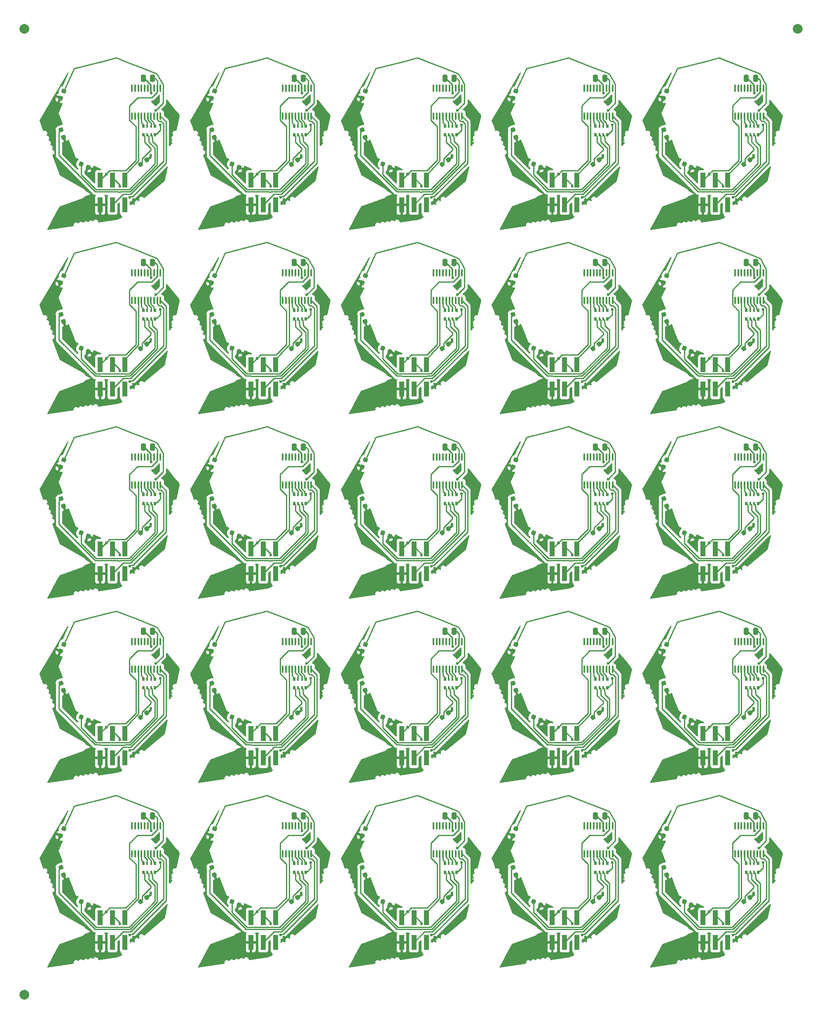
<source format=gbr>
%TF.GenerationSoftware,KiCad,Pcbnew,9.0.2*%
%TF.CreationDate,2025-06-25T14:10:58-05:00*%
%TF.ProjectId,panel,70616e65-6c2e-46b6-9963-61645f706362,rev?*%
%TF.SameCoordinates,Original*%
%TF.FileFunction,Copper,L2,Bot*%
%TF.FilePolarity,Positive*%
%FSLAX46Y46*%
G04 Gerber Fmt 4.6, Leading zero omitted, Abs format (unit mm)*
G04 Created by KiCad (PCBNEW 9.0.2) date 2025-06-25 14:10:58*
%MOMM*%
%LPD*%
G01*
G04 APERTURE LIST*
G04 Aperture macros list*
%AMRoundRect*
0 Rectangle with rounded corners*
0 $1 Rounding radius*
0 $2 $3 $4 $5 $6 $7 $8 $9 X,Y pos of 4 corners*
0 Add a 4 corners polygon primitive as box body*
4,1,4,$2,$3,$4,$5,$6,$7,$8,$9,$2,$3,0*
0 Add four circle primitives for the rounded corners*
1,1,$1+$1,$2,$3*
1,1,$1+$1,$4,$5*
1,1,$1+$1,$6,$7*
1,1,$1+$1,$8,$9*
0 Add four rect primitives between the rounded corners*
20,1,$1+$1,$2,$3,$4,$5,0*
20,1,$1+$1,$4,$5,$6,$7,0*
20,1,$1+$1,$6,$7,$8,$9,0*
20,1,$1+$1,$8,$9,$2,$3,0*%
G04 Aperture macros list end*
%TA.AperFunction,SMDPad,CuDef*%
%ADD10RoundRect,0.100000X-0.100000X0.637500X-0.100000X-0.637500X0.100000X-0.637500X0.100000X0.637500X0*%
%TD*%
%TA.AperFunction,SMDPad,CuDef*%
%ADD11RoundRect,0.250000X-0.250000X-0.475000X0.250000X-0.475000X0.250000X0.475000X-0.250000X0.475000X0*%
%TD*%
%TA.AperFunction,SMDPad,CuDef*%
%ADD12RoundRect,0.218750X0.306551X0.139794X-0.089959X0.324689X-0.306551X-0.139794X0.089959X-0.324689X0*%
%TD*%
%TA.AperFunction,SMDPad,CuDef*%
%ADD13RoundRect,0.218750X0.139794X-0.306551X0.324689X0.089959X-0.139794X0.306551X-0.324689X-0.089959X0*%
%TD*%
%TA.AperFunction,SMDPad,CuDef*%
%ADD14R,0.500000X0.800000*%
%TD*%
%TA.AperFunction,SMDPad,CuDef*%
%ADD15R,0.400000X0.800000*%
%TD*%
%TA.AperFunction,SMDPad,CuDef*%
%ADD16R,1.000000X3.150000*%
%TD*%
%TA.AperFunction,SMDPad,CuDef*%
%ADD17RoundRect,0.218750X0.315613X-0.117915X0.165979X0.293200X-0.315613X0.117915X-0.165979X-0.293200X0*%
%TD*%
%TA.AperFunction,SMDPad,CuDef*%
%ADD18RoundRect,0.218750X0.032211X0.335378X-0.326168X0.084438X-0.032211X-0.335378X0.326168X-0.084438X0*%
%TD*%
%TA.AperFunction,SMDPad,CuDef*%
%ADD19C,2.000000*%
%TD*%
%TA.AperFunction,ViaPad*%
%ADD20C,0.600000*%
%TD*%
%TA.AperFunction,Conductor*%
%ADD21C,0.250000*%
%TD*%
G04 APERTURE END LIST*
D10*
%TO.P,U1,1,PD4*%
%TO.N,Board_1-unconnected-(U1-PD4-Pad1)*%
X122136068Y-34687874D03*
%TO.P,U1,2,PD5*%
%TO.N,Board_1-unconnected-(U1-PD5-Pad2)*%
X122786068Y-34687874D03*
%TO.P,U1,3,PD6*%
%TO.N,Board_1-unconnected-(U1-PD6-Pad3)*%
X123436068Y-34687874D03*
%TO.P,U1,4,PD7*%
%TO.N,Board_1-unconnected-(U1-PD7-Pad4)*%
X124086068Y-34687874D03*
%TO.P,U1,5,PA1*%
%TO.N,Board_1-unconnected-(U1-PA1-Pad5)*%
X124736068Y-34687874D03*
%TO.P,U1,6,PA2*%
%TO.N,Board_1-unconnected-(U1-PA2-Pad6)*%
X125386068Y-34687874D03*
%TO.P,U1,7,VSS*%
%TO.N,Board_1-VSS*%
X126036068Y-34687874D03*
%TO.P,U1,8,PD0*%
%TO.N,Board_1-unconnected-(U1-PD0-Pad8)*%
X126686068Y-34687874D03*
%TO.P,U1,9,VDD*%
%TO.N,Board_1-VCC*%
X127336068Y-34687874D03*
%TO.P,U1,10,PC0*%
%TO.N,Board_1-unconnected-(U1-PC0-Pad10)*%
X127986068Y-34687874D03*
%TO.P,U1,11,PC1*%
%TO.N,Board_1-SDA*%
X127986068Y-40412874D03*
%TO.P,U1,12,PC2*%
%TO.N,Board_1-SCL*%
X127336068Y-40412874D03*
%TO.P,U1,13,PC3*%
%TO.N,Board_1-unconnected-(U1-PC3-Pad13)*%
X126686068Y-40412874D03*
%TO.P,U1,14,PC4*%
%TO.N,Board_1-A*%
X126036068Y-40412874D03*
%TO.P,U1,15,PC5*%
%TO.N,Board_1-B*%
X125386068Y-40412874D03*
%TO.P,U1,16,PC6*%
%TO.N,Board_1-C*%
X124736068Y-40412874D03*
%TO.P,U1,17,PC7*%
%TO.N,Board_1-D*%
X124086068Y-40412874D03*
%TO.P,U1,18,PD1*%
%TO.N,Board_1-SWIO*%
X123436068Y-40412874D03*
%TO.P,U1,19,PD2*%
%TO.N,Board_1-unconnected-(U1-PD2-Pad19)*%
X122786068Y-40412874D03*
%TO.P,U1,20,PD3*%
%TO.N,Board_1-unconnected-(U1-PD3-Pad20)*%
X122136068Y-40412874D03*
%TD*%
D11*
%TO.P,C1,1*%
%TO.N,Board_20-VSS*%
X93483629Y-184157846D03*
%TO.P,C1,2*%
%TO.N,Board_20-VCC*%
X95383629Y-184157846D03*
%TD*%
D10*
%TO.P,U1,1,PD4*%
%TO.N,Board_24-unconnected-(U1-PD4-Pad1)*%
X215068385Y-186232846D03*
%TO.P,U1,2,PD5*%
%TO.N,Board_24-unconnected-(U1-PD5-Pad2)*%
X215718385Y-186232846D03*
%TO.P,U1,3,PD6*%
%TO.N,Board_24-unconnected-(U1-PD6-Pad3)*%
X216368385Y-186232846D03*
%TO.P,U1,4,PD7*%
%TO.N,Board_24-unconnected-(U1-PD7-Pad4)*%
X217018385Y-186232846D03*
%TO.P,U1,5,PA1*%
%TO.N,Board_24-unconnected-(U1-PA1-Pad5)*%
X217668385Y-186232846D03*
%TO.P,U1,6,PA2*%
%TO.N,Board_24-unconnected-(U1-PA2-Pad6)*%
X218318385Y-186232846D03*
%TO.P,U1,7,VSS*%
%TO.N,Board_24-VSS*%
X218968385Y-186232846D03*
%TO.P,U1,8,PD0*%
%TO.N,Board_24-unconnected-(U1-PD0-Pad8)*%
X219618385Y-186232846D03*
%TO.P,U1,9,VDD*%
%TO.N,Board_24-VCC*%
X220268385Y-186232846D03*
%TO.P,U1,10,PC0*%
%TO.N,Board_24-unconnected-(U1-PC0-Pad10)*%
X220918385Y-186232846D03*
%TO.P,U1,11,PC1*%
%TO.N,Board_24-SDA*%
X220918385Y-191957846D03*
%TO.P,U1,12,PC2*%
%TO.N,Board_24-SCL*%
X220268385Y-191957846D03*
%TO.P,U1,13,PC3*%
%TO.N,Board_24-unconnected-(U1-PC3-Pad13)*%
X219618385Y-191957846D03*
%TO.P,U1,14,PC4*%
%TO.N,Board_24-A*%
X218968385Y-191957846D03*
%TO.P,U1,15,PC5*%
%TO.N,Board_24-B*%
X218318385Y-191957846D03*
%TO.P,U1,16,PC6*%
%TO.N,Board_24-C*%
X217668385Y-191957846D03*
%TO.P,U1,17,PC7*%
%TO.N,Board_24-D*%
X217018385Y-191957846D03*
%TO.P,U1,18,PD1*%
%TO.N,Board_24-SWIO*%
X216368385Y-191957846D03*
%TO.P,U1,19,PD2*%
%TO.N,Board_24-unconnected-(U1-PD2-Pad19)*%
X215718385Y-191957846D03*
%TO.P,U1,20,PD3*%
%TO.N,Board_24-unconnected-(U1-PD3-Pad20)*%
X215068385Y-191957846D03*
%TD*%
D12*
%TO.P,D6,1,K*%
%TO.N,Board_21-VSS*%
X113124785Y-202440658D03*
%TO.P,D6,2,A*%
%TO.N,Board_21-Net-(D6-A)*%
X111697351Y-201775034D03*
%TD*%
D13*
%TO.P,D2,1,K*%
%TO.N,Board_22-VSS*%
X138430695Y-188246562D03*
%TO.P,D2,2,A*%
%TO.N,Board_22-Net-(D2-A)*%
X139096319Y-186819130D03*
%TD*%
D12*
%TO.P,D6,1,K*%
%TO.N,Board_13-VSS*%
X175079663Y-126668172D03*
%TO.P,D6,2,A*%
%TO.N,Board_13-Net-(D6-A)*%
X173652229Y-126002548D03*
%TD*%
D14*
%TO.P,RN1,1,R1.1*%
%TO.N,Board_12-Net-(D2-A)*%
X157838507Y-119985361D03*
D15*
%TO.P,RN1,2,R2.1*%
%TO.N,Board_12-Net-(D4-A)*%
X157038506Y-119985359D03*
%TO.P,RN1,3,R3.1*%
%TO.N,Board_12-Net-(D6-A)*%
X156238507Y-119985360D03*
D14*
%TO.P,RN1,4,R4.1*%
%TO.N,Board_12-Net-(D8-A)*%
X155438507Y-119985359D03*
%TO.P,RN1,5,R4.2*%
%TO.N,Board_12-D*%
X155438507Y-118185359D03*
D15*
%TO.P,RN1,6,R3.2*%
%TO.N,Board_12-C*%
X156238508Y-118185361D03*
%TO.P,RN1,7,R2.2*%
%TO.N,Board_12-B*%
X157038507Y-118185360D03*
D14*
%TO.P,RN1,8,R1.2*%
%TO.N,Board_12-A*%
X157838507Y-118185361D03*
%TD*%
D12*
%TO.P,D6,1,K*%
%TO.N,Board_11-VSS*%
X113124785Y-126668172D03*
%TO.P,D6,2,A*%
%TO.N,Board_11-Net-(D6-A)*%
X111697351Y-126002548D03*
%TD*%
D11*
%TO.P,C1,1*%
%TO.N,Board_14-VSS*%
X217393385Y-108385360D03*
%TO.P,C1,2*%
%TO.N,Board_14-VCC*%
X219293385Y-108385360D03*
%TD*%
%TO.P,C1,1*%
%TO.N,Board_7-VSS*%
X155438507Y-70499117D03*
%TO.P,C1,2*%
%TO.N,Board_7-VCC*%
X157338507Y-70499117D03*
%TD*%
D16*
%TO.P,J1,1,Pin_1*%
%TO.N,Board_5-VCC*%
X84593629Y-91449117D03*
%TO.P,J1,2,Pin_2*%
%TO.N,Board_5-VSS*%
X84593629Y-96499117D03*
%TO.P,J1,3,Pin_3*%
%TO.N,Board_5-SDA*%
X87133629Y-91449117D03*
%TO.P,J1,4,Pin_4*%
%TO.N,Board_5-SCL*%
X87133629Y-96499117D03*
%TO.P,J1,5,Pin_5*%
%TO.N,Board_5-SWIO*%
X89673629Y-91449117D03*
%TO.P,J1,6,Pin_6*%
%TO.N,Board_5-unconnected-(J1-Pin_6-Pad6)*%
X89673629Y-96499117D03*
%TD*%
D14*
%TO.P,RN1,1,R1.1*%
%TO.N,Board_17-Net-(D2-A)*%
X157838507Y-157871604D03*
D15*
%TO.P,RN1,2,R2.1*%
%TO.N,Board_17-Net-(D4-A)*%
X157038506Y-157871602D03*
%TO.P,RN1,3,R3.1*%
%TO.N,Board_17-Net-(D6-A)*%
X156238507Y-157871603D03*
D14*
%TO.P,RN1,4,R4.1*%
%TO.N,Board_17-Net-(D8-A)*%
X155438507Y-157871602D03*
%TO.P,RN1,5,R4.2*%
%TO.N,Board_17-D*%
X155438507Y-156071602D03*
D15*
%TO.P,RN1,6,R3.2*%
%TO.N,Board_17-C*%
X156238508Y-156071604D03*
%TO.P,RN1,7,R2.2*%
%TO.N,Board_17-B*%
X157038507Y-156071603D03*
D14*
%TO.P,RN1,8,R1.2*%
%TO.N,Board_17-A*%
X157838507Y-156071604D03*
%TD*%
D16*
%TO.P,J1,1,Pin_1*%
%TO.N,Board_21-VCC*%
X115571068Y-205107846D03*
%TO.P,J1,2,Pin_2*%
%TO.N,Board_21-VSS*%
X115571068Y-210157846D03*
%TO.P,J1,3,Pin_3*%
%TO.N,Board_21-SDA*%
X118111068Y-205107846D03*
%TO.P,J1,4,Pin_4*%
%TO.N,Board_21-SCL*%
X118111068Y-210157846D03*
%TO.P,J1,5,Pin_5*%
%TO.N,Board_21-SWIO*%
X120651068Y-205107846D03*
%TO.P,J1,6,Pin_6*%
%TO.N,Board_21-unconnected-(J1-Pin_6-Pad6)*%
X120651068Y-210157846D03*
%TD*%
D14*
%TO.P,RN1,1,R1.1*%
%TO.N,Board_15-Net-(D2-A)*%
X95883629Y-157871604D03*
D15*
%TO.P,RN1,2,R2.1*%
%TO.N,Board_15-Net-(D4-A)*%
X95083628Y-157871602D03*
%TO.P,RN1,3,R3.1*%
%TO.N,Board_15-Net-(D6-A)*%
X94283629Y-157871603D03*
D14*
%TO.P,RN1,4,R4.1*%
%TO.N,Board_15-Net-(D8-A)*%
X93483629Y-157871602D03*
%TO.P,RN1,5,R4.2*%
%TO.N,Board_15-D*%
X93483629Y-156071602D03*
D15*
%TO.P,RN1,6,R3.2*%
%TO.N,Board_15-C*%
X94283630Y-156071604D03*
%TO.P,RN1,7,R2.2*%
%TO.N,Board_15-B*%
X95083629Y-156071603D03*
D14*
%TO.P,RN1,8,R1.2*%
%TO.N,Board_15-A*%
X95883629Y-156071604D03*
%TD*%
D17*
%TO.P,D4,1,K*%
%TO.N,Board_5-VSS*%
X77077970Y-82614126D03*
%TO.P,D4,2,A*%
%TO.N,Board_5-Net-(D4-A)*%
X76539288Y-81134108D03*
%TD*%
D10*
%TO.P,U1,1,PD4*%
%TO.N,Board_20-unconnected-(U1-PD4-Pad1)*%
X91158629Y-186232846D03*
%TO.P,U1,2,PD5*%
%TO.N,Board_20-unconnected-(U1-PD5-Pad2)*%
X91808629Y-186232846D03*
%TO.P,U1,3,PD6*%
%TO.N,Board_20-unconnected-(U1-PD6-Pad3)*%
X92458629Y-186232846D03*
%TO.P,U1,4,PD7*%
%TO.N,Board_20-unconnected-(U1-PD7-Pad4)*%
X93108629Y-186232846D03*
%TO.P,U1,5,PA1*%
%TO.N,Board_20-unconnected-(U1-PA1-Pad5)*%
X93758629Y-186232846D03*
%TO.P,U1,6,PA2*%
%TO.N,Board_20-unconnected-(U1-PA2-Pad6)*%
X94408629Y-186232846D03*
%TO.P,U1,7,VSS*%
%TO.N,Board_20-VSS*%
X95058629Y-186232846D03*
%TO.P,U1,8,PD0*%
%TO.N,Board_20-unconnected-(U1-PD0-Pad8)*%
X95708629Y-186232846D03*
%TO.P,U1,9,VDD*%
%TO.N,Board_20-VCC*%
X96358629Y-186232846D03*
%TO.P,U1,10,PC0*%
%TO.N,Board_20-unconnected-(U1-PC0-Pad10)*%
X97008629Y-186232846D03*
%TO.P,U1,11,PC1*%
%TO.N,Board_20-SDA*%
X97008629Y-191957846D03*
%TO.P,U1,12,PC2*%
%TO.N,Board_20-SCL*%
X96358629Y-191957846D03*
%TO.P,U1,13,PC3*%
%TO.N,Board_20-unconnected-(U1-PC3-Pad13)*%
X95708629Y-191957846D03*
%TO.P,U1,14,PC4*%
%TO.N,Board_20-A*%
X95058629Y-191957846D03*
%TO.P,U1,15,PC5*%
%TO.N,Board_20-B*%
X94408629Y-191957846D03*
%TO.P,U1,16,PC6*%
%TO.N,Board_20-C*%
X93758629Y-191957846D03*
%TO.P,U1,17,PC7*%
%TO.N,Board_20-D*%
X93108629Y-191957846D03*
%TO.P,U1,18,PD1*%
%TO.N,Board_20-SWIO*%
X92458629Y-191957846D03*
%TO.P,U1,19,PD2*%
%TO.N,Board_20-unconnected-(U1-PD2-Pad19)*%
X91808629Y-191957846D03*
%TO.P,U1,20,PD3*%
%TO.N,Board_20-unconnected-(U1-PD3-Pad20)*%
X91158629Y-191957846D03*
%TD*%
D13*
%TO.P,D2,1,K*%
%TO.N,Board_11-VSS*%
X107453256Y-112474076D03*
%TO.P,D2,2,A*%
%TO.N,Board_11-Net-(D2-A)*%
X108118880Y-111046644D03*
%TD*%
D18*
%TO.P,D8,1,K*%
%TO.N,Board_18-VSS*%
X187136029Y-163044911D03*
%TO.P,D8,2,A*%
%TO.N,Board_18-Net-(D8-A)*%
X185845863Y-163948295D03*
%TD*%
D17*
%TO.P,D4,1,K*%
%TO.N,Board_24-VSS*%
X200987726Y-196272855D03*
%TO.P,D4,2,A*%
%TO.N,Board_24-Net-(D4-A)*%
X200449044Y-194792837D03*
%TD*%
D11*
%TO.P,C1,1*%
%TO.N,Board_0-VSS*%
X93483629Y-32612874D03*
%TO.P,C1,2*%
%TO.N,Board_0-VCC*%
X95383629Y-32612874D03*
%TD*%
D12*
%TO.P,D6,1,K*%
%TO.N,Board_3-VSS*%
X175079663Y-50895686D03*
%TO.P,D6,2,A*%
%TO.N,Board_3-Net-(D6-A)*%
X173652229Y-50230062D03*
%TD*%
%TO.P,D6,1,K*%
%TO.N,Board_0-VSS*%
X82147346Y-50895686D03*
%TO.P,D6,2,A*%
%TO.N,Board_0-Net-(D6-A)*%
X80719912Y-50230062D03*
%TD*%
%TO.P,D6,1,K*%
%TO.N,Board_6-VSS*%
X113124785Y-88781929D03*
%TO.P,D6,2,A*%
%TO.N,Board_6-Net-(D6-A)*%
X111697351Y-88116305D03*
%TD*%
D18*
%TO.P,D8,1,K*%
%TO.N,Board_7-VSS*%
X156158590Y-87272425D03*
%TO.P,D8,2,A*%
%TO.N,Board_7-Net-(D8-A)*%
X154868424Y-88175809D03*
%TD*%
%TO.P,D8,1,K*%
%TO.N,Board_11-VSS*%
X125181151Y-125158668D03*
%TO.P,D8,2,A*%
%TO.N,Board_11-Net-(D8-A)*%
X123890985Y-126062052D03*
%TD*%
D17*
%TO.P,D4,1,K*%
%TO.N,Board_22-VSS*%
X139032848Y-196272855D03*
%TO.P,D4,2,A*%
%TO.N,Board_22-Net-(D4-A)*%
X138494166Y-194792837D03*
%TD*%
D10*
%TO.P,U1,1,PD4*%
%TO.N,Board_8-unconnected-(U1-PD4-Pad1)*%
X184090946Y-72574117D03*
%TO.P,U1,2,PD5*%
%TO.N,Board_8-unconnected-(U1-PD5-Pad2)*%
X184740946Y-72574117D03*
%TO.P,U1,3,PD6*%
%TO.N,Board_8-unconnected-(U1-PD6-Pad3)*%
X185390946Y-72574117D03*
%TO.P,U1,4,PD7*%
%TO.N,Board_8-unconnected-(U1-PD7-Pad4)*%
X186040946Y-72574117D03*
%TO.P,U1,5,PA1*%
%TO.N,Board_8-unconnected-(U1-PA1-Pad5)*%
X186690946Y-72574117D03*
%TO.P,U1,6,PA2*%
%TO.N,Board_8-unconnected-(U1-PA2-Pad6)*%
X187340946Y-72574117D03*
%TO.P,U1,7,VSS*%
%TO.N,Board_8-VSS*%
X187990946Y-72574117D03*
%TO.P,U1,8,PD0*%
%TO.N,Board_8-unconnected-(U1-PD0-Pad8)*%
X188640946Y-72574117D03*
%TO.P,U1,9,VDD*%
%TO.N,Board_8-VCC*%
X189290946Y-72574117D03*
%TO.P,U1,10,PC0*%
%TO.N,Board_8-unconnected-(U1-PC0-Pad10)*%
X189940946Y-72574117D03*
%TO.P,U1,11,PC1*%
%TO.N,Board_8-SDA*%
X189940946Y-78299117D03*
%TO.P,U1,12,PC2*%
%TO.N,Board_8-SCL*%
X189290946Y-78299117D03*
%TO.P,U1,13,PC3*%
%TO.N,Board_8-unconnected-(U1-PC3-Pad13)*%
X188640946Y-78299117D03*
%TO.P,U1,14,PC4*%
%TO.N,Board_8-A*%
X187990946Y-78299117D03*
%TO.P,U1,15,PC5*%
%TO.N,Board_8-B*%
X187340946Y-78299117D03*
%TO.P,U1,16,PC6*%
%TO.N,Board_8-C*%
X186690946Y-78299117D03*
%TO.P,U1,17,PC7*%
%TO.N,Board_8-D*%
X186040946Y-78299117D03*
%TO.P,U1,18,PD1*%
%TO.N,Board_8-SWIO*%
X185390946Y-78299117D03*
%TO.P,U1,19,PD2*%
%TO.N,Board_8-unconnected-(U1-PD2-Pad19)*%
X184740946Y-78299117D03*
%TO.P,U1,20,PD3*%
%TO.N,Board_8-unconnected-(U1-PD3-Pad20)*%
X184090946Y-78299117D03*
%TD*%
%TO.P,U1,1,PD4*%
%TO.N,Board_15-unconnected-(U1-PD4-Pad1)*%
X91158629Y-148346603D03*
%TO.P,U1,2,PD5*%
%TO.N,Board_15-unconnected-(U1-PD5-Pad2)*%
X91808629Y-148346603D03*
%TO.P,U1,3,PD6*%
%TO.N,Board_15-unconnected-(U1-PD6-Pad3)*%
X92458629Y-148346603D03*
%TO.P,U1,4,PD7*%
%TO.N,Board_15-unconnected-(U1-PD7-Pad4)*%
X93108629Y-148346603D03*
%TO.P,U1,5,PA1*%
%TO.N,Board_15-unconnected-(U1-PA1-Pad5)*%
X93758629Y-148346603D03*
%TO.P,U1,6,PA2*%
%TO.N,Board_15-unconnected-(U1-PA2-Pad6)*%
X94408629Y-148346603D03*
%TO.P,U1,7,VSS*%
%TO.N,Board_15-VSS*%
X95058629Y-148346603D03*
%TO.P,U1,8,PD0*%
%TO.N,Board_15-unconnected-(U1-PD0-Pad8)*%
X95708629Y-148346603D03*
%TO.P,U1,9,VDD*%
%TO.N,Board_15-VCC*%
X96358629Y-148346603D03*
%TO.P,U1,10,PC0*%
%TO.N,Board_15-unconnected-(U1-PC0-Pad10)*%
X97008629Y-148346603D03*
%TO.P,U1,11,PC1*%
%TO.N,Board_15-SDA*%
X97008629Y-154071603D03*
%TO.P,U1,12,PC2*%
%TO.N,Board_15-SCL*%
X96358629Y-154071603D03*
%TO.P,U1,13,PC3*%
%TO.N,Board_15-unconnected-(U1-PC3-Pad13)*%
X95708629Y-154071603D03*
%TO.P,U1,14,PC4*%
%TO.N,Board_15-A*%
X95058629Y-154071603D03*
%TO.P,U1,15,PC5*%
%TO.N,Board_15-B*%
X94408629Y-154071603D03*
%TO.P,U1,16,PC6*%
%TO.N,Board_15-C*%
X93758629Y-154071603D03*
%TO.P,U1,17,PC7*%
%TO.N,Board_15-D*%
X93108629Y-154071603D03*
%TO.P,U1,18,PD1*%
%TO.N,Board_15-SWIO*%
X92458629Y-154071603D03*
%TO.P,U1,19,PD2*%
%TO.N,Board_15-unconnected-(U1-PD2-Pad19)*%
X91808629Y-154071603D03*
%TO.P,U1,20,PD3*%
%TO.N,Board_15-unconnected-(U1-PD3-Pad20)*%
X91158629Y-154071603D03*
%TD*%
D18*
%TO.P,D8,1,K*%
%TO.N,Board_22-VSS*%
X156158590Y-200931154D03*
%TO.P,D8,2,A*%
%TO.N,Board_22-Net-(D8-A)*%
X154868424Y-201834538D03*
%TD*%
%TO.P,D8,1,K*%
%TO.N,Board_16-VSS*%
X125181151Y-163044911D03*
%TO.P,D8,2,A*%
%TO.N,Board_16-Net-(D8-A)*%
X123890985Y-163948295D03*
%TD*%
D11*
%TO.P,C1,1*%
%TO.N,Board_18-VSS*%
X186415946Y-146271603D03*
%TO.P,C1,2*%
%TO.N,Board_18-VCC*%
X188315946Y-146271603D03*
%TD*%
D10*
%TO.P,U1,1,PD4*%
%TO.N,Board_23-unconnected-(U1-PD4-Pad1)*%
X184090946Y-186232846D03*
%TO.P,U1,2,PD5*%
%TO.N,Board_23-unconnected-(U1-PD5-Pad2)*%
X184740946Y-186232846D03*
%TO.P,U1,3,PD6*%
%TO.N,Board_23-unconnected-(U1-PD6-Pad3)*%
X185390946Y-186232846D03*
%TO.P,U1,4,PD7*%
%TO.N,Board_23-unconnected-(U1-PD7-Pad4)*%
X186040946Y-186232846D03*
%TO.P,U1,5,PA1*%
%TO.N,Board_23-unconnected-(U1-PA1-Pad5)*%
X186690946Y-186232846D03*
%TO.P,U1,6,PA2*%
%TO.N,Board_23-unconnected-(U1-PA2-Pad6)*%
X187340946Y-186232846D03*
%TO.P,U1,7,VSS*%
%TO.N,Board_23-VSS*%
X187990946Y-186232846D03*
%TO.P,U1,8,PD0*%
%TO.N,Board_23-unconnected-(U1-PD0-Pad8)*%
X188640946Y-186232846D03*
%TO.P,U1,9,VDD*%
%TO.N,Board_23-VCC*%
X189290946Y-186232846D03*
%TO.P,U1,10,PC0*%
%TO.N,Board_23-unconnected-(U1-PC0-Pad10)*%
X189940946Y-186232846D03*
%TO.P,U1,11,PC1*%
%TO.N,Board_23-SDA*%
X189940946Y-191957846D03*
%TO.P,U1,12,PC2*%
%TO.N,Board_23-SCL*%
X189290946Y-191957846D03*
%TO.P,U1,13,PC3*%
%TO.N,Board_23-unconnected-(U1-PC3-Pad13)*%
X188640946Y-191957846D03*
%TO.P,U1,14,PC4*%
%TO.N,Board_23-A*%
X187990946Y-191957846D03*
%TO.P,U1,15,PC5*%
%TO.N,Board_23-B*%
X187340946Y-191957846D03*
%TO.P,U1,16,PC6*%
%TO.N,Board_23-C*%
X186690946Y-191957846D03*
%TO.P,U1,17,PC7*%
%TO.N,Board_23-D*%
X186040946Y-191957846D03*
%TO.P,U1,18,PD1*%
%TO.N,Board_23-SWIO*%
X185390946Y-191957846D03*
%TO.P,U1,19,PD2*%
%TO.N,Board_23-unconnected-(U1-PD2-Pad19)*%
X184740946Y-191957846D03*
%TO.P,U1,20,PD3*%
%TO.N,Board_23-unconnected-(U1-PD3-Pad20)*%
X184090946Y-191957846D03*
%TD*%
D12*
%TO.P,D6,1,K*%
%TO.N,Board_18-VSS*%
X175079663Y-164554415D03*
%TO.P,D6,2,A*%
%TO.N,Board_18-Net-(D6-A)*%
X173652229Y-163888791D03*
%TD*%
D10*
%TO.P,U1,1,PD4*%
%TO.N,Board_18-unconnected-(U1-PD4-Pad1)*%
X184090946Y-148346603D03*
%TO.P,U1,2,PD5*%
%TO.N,Board_18-unconnected-(U1-PD5-Pad2)*%
X184740946Y-148346603D03*
%TO.P,U1,3,PD6*%
%TO.N,Board_18-unconnected-(U1-PD6-Pad3)*%
X185390946Y-148346603D03*
%TO.P,U1,4,PD7*%
%TO.N,Board_18-unconnected-(U1-PD7-Pad4)*%
X186040946Y-148346603D03*
%TO.P,U1,5,PA1*%
%TO.N,Board_18-unconnected-(U1-PA1-Pad5)*%
X186690946Y-148346603D03*
%TO.P,U1,6,PA2*%
%TO.N,Board_18-unconnected-(U1-PA2-Pad6)*%
X187340946Y-148346603D03*
%TO.P,U1,7,VSS*%
%TO.N,Board_18-VSS*%
X187990946Y-148346603D03*
%TO.P,U1,8,PD0*%
%TO.N,Board_18-unconnected-(U1-PD0-Pad8)*%
X188640946Y-148346603D03*
%TO.P,U1,9,VDD*%
%TO.N,Board_18-VCC*%
X189290946Y-148346603D03*
%TO.P,U1,10,PC0*%
%TO.N,Board_18-unconnected-(U1-PC0-Pad10)*%
X189940946Y-148346603D03*
%TO.P,U1,11,PC1*%
%TO.N,Board_18-SDA*%
X189940946Y-154071603D03*
%TO.P,U1,12,PC2*%
%TO.N,Board_18-SCL*%
X189290946Y-154071603D03*
%TO.P,U1,13,PC3*%
%TO.N,Board_18-unconnected-(U1-PC3-Pad13)*%
X188640946Y-154071603D03*
%TO.P,U1,14,PC4*%
%TO.N,Board_18-A*%
X187990946Y-154071603D03*
%TO.P,U1,15,PC5*%
%TO.N,Board_18-B*%
X187340946Y-154071603D03*
%TO.P,U1,16,PC6*%
%TO.N,Board_18-C*%
X186690946Y-154071603D03*
%TO.P,U1,17,PC7*%
%TO.N,Board_18-D*%
X186040946Y-154071603D03*
%TO.P,U1,18,PD1*%
%TO.N,Board_18-SWIO*%
X185390946Y-154071603D03*
%TO.P,U1,19,PD2*%
%TO.N,Board_18-unconnected-(U1-PD2-Pad19)*%
X184740946Y-154071603D03*
%TO.P,U1,20,PD3*%
%TO.N,Board_18-unconnected-(U1-PD3-Pad20)*%
X184090946Y-154071603D03*
%TD*%
%TO.P,U1,1,PD4*%
%TO.N,Board_22-unconnected-(U1-PD4-Pad1)*%
X153113507Y-186232846D03*
%TO.P,U1,2,PD5*%
%TO.N,Board_22-unconnected-(U1-PD5-Pad2)*%
X153763507Y-186232846D03*
%TO.P,U1,3,PD6*%
%TO.N,Board_22-unconnected-(U1-PD6-Pad3)*%
X154413507Y-186232846D03*
%TO.P,U1,4,PD7*%
%TO.N,Board_22-unconnected-(U1-PD7-Pad4)*%
X155063507Y-186232846D03*
%TO.P,U1,5,PA1*%
%TO.N,Board_22-unconnected-(U1-PA1-Pad5)*%
X155713507Y-186232846D03*
%TO.P,U1,6,PA2*%
%TO.N,Board_22-unconnected-(U1-PA2-Pad6)*%
X156363507Y-186232846D03*
%TO.P,U1,7,VSS*%
%TO.N,Board_22-VSS*%
X157013507Y-186232846D03*
%TO.P,U1,8,PD0*%
%TO.N,Board_22-unconnected-(U1-PD0-Pad8)*%
X157663507Y-186232846D03*
%TO.P,U1,9,VDD*%
%TO.N,Board_22-VCC*%
X158313507Y-186232846D03*
%TO.P,U1,10,PC0*%
%TO.N,Board_22-unconnected-(U1-PC0-Pad10)*%
X158963507Y-186232846D03*
%TO.P,U1,11,PC1*%
%TO.N,Board_22-SDA*%
X158963507Y-191957846D03*
%TO.P,U1,12,PC2*%
%TO.N,Board_22-SCL*%
X158313507Y-191957846D03*
%TO.P,U1,13,PC3*%
%TO.N,Board_22-unconnected-(U1-PC3-Pad13)*%
X157663507Y-191957846D03*
%TO.P,U1,14,PC4*%
%TO.N,Board_22-A*%
X157013507Y-191957846D03*
%TO.P,U1,15,PC5*%
%TO.N,Board_22-B*%
X156363507Y-191957846D03*
%TO.P,U1,16,PC6*%
%TO.N,Board_22-C*%
X155713507Y-191957846D03*
%TO.P,U1,17,PC7*%
%TO.N,Board_22-D*%
X155063507Y-191957846D03*
%TO.P,U1,18,PD1*%
%TO.N,Board_22-SWIO*%
X154413507Y-191957846D03*
%TO.P,U1,19,PD2*%
%TO.N,Board_22-unconnected-(U1-PD2-Pad19)*%
X153763507Y-191957846D03*
%TO.P,U1,20,PD3*%
%TO.N,Board_22-unconnected-(U1-PD3-Pad20)*%
X153113507Y-191957846D03*
%TD*%
D17*
%TO.P,D4,1,K*%
%TO.N,Board_2-VSS*%
X139032848Y-44727883D03*
%TO.P,D4,2,A*%
%TO.N,Board_2-Net-(D4-A)*%
X138494166Y-43247865D03*
%TD*%
D13*
%TO.P,D2,1,K*%
%TO.N,Board_21-VSS*%
X107453256Y-188246562D03*
%TO.P,D2,2,A*%
%TO.N,Board_21-Net-(D2-A)*%
X108118880Y-186819130D03*
%TD*%
D16*
%TO.P,J1,1,Pin_1*%
%TO.N,Board_23-VCC*%
X177525946Y-205107846D03*
%TO.P,J1,2,Pin_2*%
%TO.N,Board_23-VSS*%
X177525946Y-210157846D03*
%TO.P,J1,3,Pin_3*%
%TO.N,Board_23-SDA*%
X180065946Y-205107846D03*
%TO.P,J1,4,Pin_4*%
%TO.N,Board_23-SCL*%
X180065946Y-210157846D03*
%TO.P,J1,5,Pin_5*%
%TO.N,Board_23-SWIO*%
X182605946Y-205107846D03*
%TO.P,J1,6,Pin_6*%
%TO.N,Board_23-unconnected-(J1-Pin_6-Pad6)*%
X182605946Y-210157846D03*
%TD*%
D11*
%TO.P,C1,1*%
%TO.N,Board_2-VSS*%
X155438507Y-32612874D03*
%TO.P,C1,2*%
%TO.N,Board_2-VCC*%
X157338507Y-32612874D03*
%TD*%
D10*
%TO.P,U1,1,PD4*%
%TO.N,Board_10-unconnected-(U1-PD4-Pad1)*%
X91158629Y-110460360D03*
%TO.P,U1,2,PD5*%
%TO.N,Board_10-unconnected-(U1-PD5-Pad2)*%
X91808629Y-110460360D03*
%TO.P,U1,3,PD6*%
%TO.N,Board_10-unconnected-(U1-PD6-Pad3)*%
X92458629Y-110460360D03*
%TO.P,U1,4,PD7*%
%TO.N,Board_10-unconnected-(U1-PD7-Pad4)*%
X93108629Y-110460360D03*
%TO.P,U1,5,PA1*%
%TO.N,Board_10-unconnected-(U1-PA1-Pad5)*%
X93758629Y-110460360D03*
%TO.P,U1,6,PA2*%
%TO.N,Board_10-unconnected-(U1-PA2-Pad6)*%
X94408629Y-110460360D03*
%TO.P,U1,7,VSS*%
%TO.N,Board_10-VSS*%
X95058629Y-110460360D03*
%TO.P,U1,8,PD0*%
%TO.N,Board_10-unconnected-(U1-PD0-Pad8)*%
X95708629Y-110460360D03*
%TO.P,U1,9,VDD*%
%TO.N,Board_10-VCC*%
X96358629Y-110460360D03*
%TO.P,U1,10,PC0*%
%TO.N,Board_10-unconnected-(U1-PC0-Pad10)*%
X97008629Y-110460360D03*
%TO.P,U1,11,PC1*%
%TO.N,Board_10-SDA*%
X97008629Y-116185360D03*
%TO.P,U1,12,PC2*%
%TO.N,Board_10-SCL*%
X96358629Y-116185360D03*
%TO.P,U1,13,PC3*%
%TO.N,Board_10-unconnected-(U1-PC3-Pad13)*%
X95708629Y-116185360D03*
%TO.P,U1,14,PC4*%
%TO.N,Board_10-A*%
X95058629Y-116185360D03*
%TO.P,U1,15,PC5*%
%TO.N,Board_10-B*%
X94408629Y-116185360D03*
%TO.P,U1,16,PC6*%
%TO.N,Board_10-C*%
X93758629Y-116185360D03*
%TO.P,U1,17,PC7*%
%TO.N,Board_10-D*%
X93108629Y-116185360D03*
%TO.P,U1,18,PD1*%
%TO.N,Board_10-SWIO*%
X92458629Y-116185360D03*
%TO.P,U1,19,PD2*%
%TO.N,Board_10-unconnected-(U1-PD2-Pad19)*%
X91808629Y-116185360D03*
%TO.P,U1,20,PD3*%
%TO.N,Board_10-unconnected-(U1-PD3-Pad20)*%
X91158629Y-116185360D03*
%TD*%
D12*
%TO.P,D6,1,K*%
%TO.N,Board_10-VSS*%
X82147346Y-126668172D03*
%TO.P,D6,2,A*%
%TO.N,Board_10-Net-(D6-A)*%
X80719912Y-126002548D03*
%TD*%
D16*
%TO.P,J1,1,Pin_1*%
%TO.N,Board_19-VCC*%
X208503385Y-167221603D03*
%TO.P,J1,2,Pin_2*%
%TO.N,Board_19-VSS*%
X208503385Y-172271603D03*
%TO.P,J1,3,Pin_3*%
%TO.N,Board_19-SDA*%
X211043385Y-167221603D03*
%TO.P,J1,4,Pin_4*%
%TO.N,Board_19-SCL*%
X211043385Y-172271603D03*
%TO.P,J1,5,Pin_5*%
%TO.N,Board_19-SWIO*%
X213583385Y-167221603D03*
%TO.P,J1,6,Pin_6*%
%TO.N,Board_19-unconnected-(J1-Pin_6-Pad6)*%
X213583385Y-172271603D03*
%TD*%
%TO.P,J1,1,Pin_1*%
%TO.N,Board_8-VCC*%
X177525946Y-91449117D03*
%TO.P,J1,2,Pin_2*%
%TO.N,Board_8-VSS*%
X177525946Y-96499117D03*
%TO.P,J1,3,Pin_3*%
%TO.N,Board_8-SDA*%
X180065946Y-91449117D03*
%TO.P,J1,4,Pin_4*%
%TO.N,Board_8-SCL*%
X180065946Y-96499117D03*
%TO.P,J1,5,Pin_5*%
%TO.N,Board_8-SWIO*%
X182605946Y-91449117D03*
%TO.P,J1,6,Pin_6*%
%TO.N,Board_8-unconnected-(J1-Pin_6-Pad6)*%
X182605946Y-96499117D03*
%TD*%
%TO.P,J1,1,Pin_1*%
%TO.N,Board_18-VCC*%
X177525946Y-167221603D03*
%TO.P,J1,2,Pin_2*%
%TO.N,Board_18-VSS*%
X177525946Y-172271603D03*
%TO.P,J1,3,Pin_3*%
%TO.N,Board_18-SDA*%
X180065946Y-167221603D03*
%TO.P,J1,4,Pin_4*%
%TO.N,Board_18-SCL*%
X180065946Y-172271603D03*
%TO.P,J1,5,Pin_5*%
%TO.N,Board_18-SWIO*%
X182605946Y-167221603D03*
%TO.P,J1,6,Pin_6*%
%TO.N,Board_18-unconnected-(J1-Pin_6-Pad6)*%
X182605946Y-172271603D03*
%TD*%
D10*
%TO.P,U1,1,PD4*%
%TO.N,Board_2-unconnected-(U1-PD4-Pad1)*%
X153113507Y-34687874D03*
%TO.P,U1,2,PD5*%
%TO.N,Board_2-unconnected-(U1-PD5-Pad2)*%
X153763507Y-34687874D03*
%TO.P,U1,3,PD6*%
%TO.N,Board_2-unconnected-(U1-PD6-Pad3)*%
X154413507Y-34687874D03*
%TO.P,U1,4,PD7*%
%TO.N,Board_2-unconnected-(U1-PD7-Pad4)*%
X155063507Y-34687874D03*
%TO.P,U1,5,PA1*%
%TO.N,Board_2-unconnected-(U1-PA1-Pad5)*%
X155713507Y-34687874D03*
%TO.P,U1,6,PA2*%
%TO.N,Board_2-unconnected-(U1-PA2-Pad6)*%
X156363507Y-34687874D03*
%TO.P,U1,7,VSS*%
%TO.N,Board_2-VSS*%
X157013507Y-34687874D03*
%TO.P,U1,8,PD0*%
%TO.N,Board_2-unconnected-(U1-PD0-Pad8)*%
X157663507Y-34687874D03*
%TO.P,U1,9,VDD*%
%TO.N,Board_2-VCC*%
X158313507Y-34687874D03*
%TO.P,U1,10,PC0*%
%TO.N,Board_2-unconnected-(U1-PC0-Pad10)*%
X158963507Y-34687874D03*
%TO.P,U1,11,PC1*%
%TO.N,Board_2-SDA*%
X158963507Y-40412874D03*
%TO.P,U1,12,PC2*%
%TO.N,Board_2-SCL*%
X158313507Y-40412874D03*
%TO.P,U1,13,PC3*%
%TO.N,Board_2-unconnected-(U1-PC3-Pad13)*%
X157663507Y-40412874D03*
%TO.P,U1,14,PC4*%
%TO.N,Board_2-A*%
X157013507Y-40412874D03*
%TO.P,U1,15,PC5*%
%TO.N,Board_2-B*%
X156363507Y-40412874D03*
%TO.P,U1,16,PC6*%
%TO.N,Board_2-C*%
X155713507Y-40412874D03*
%TO.P,U1,17,PC7*%
%TO.N,Board_2-D*%
X155063507Y-40412874D03*
%TO.P,U1,18,PD1*%
%TO.N,Board_2-SWIO*%
X154413507Y-40412874D03*
%TO.P,U1,19,PD2*%
%TO.N,Board_2-unconnected-(U1-PD2-Pad19)*%
X153763507Y-40412874D03*
%TO.P,U1,20,PD3*%
%TO.N,Board_2-unconnected-(U1-PD3-Pad20)*%
X153113507Y-40412874D03*
%TD*%
%TO.P,U1,1,PD4*%
%TO.N,Board_7-unconnected-(U1-PD4-Pad1)*%
X153113507Y-72574117D03*
%TO.P,U1,2,PD5*%
%TO.N,Board_7-unconnected-(U1-PD5-Pad2)*%
X153763507Y-72574117D03*
%TO.P,U1,3,PD6*%
%TO.N,Board_7-unconnected-(U1-PD6-Pad3)*%
X154413507Y-72574117D03*
%TO.P,U1,4,PD7*%
%TO.N,Board_7-unconnected-(U1-PD7-Pad4)*%
X155063507Y-72574117D03*
%TO.P,U1,5,PA1*%
%TO.N,Board_7-unconnected-(U1-PA1-Pad5)*%
X155713507Y-72574117D03*
%TO.P,U1,6,PA2*%
%TO.N,Board_7-unconnected-(U1-PA2-Pad6)*%
X156363507Y-72574117D03*
%TO.P,U1,7,VSS*%
%TO.N,Board_7-VSS*%
X157013507Y-72574117D03*
%TO.P,U1,8,PD0*%
%TO.N,Board_7-unconnected-(U1-PD0-Pad8)*%
X157663507Y-72574117D03*
%TO.P,U1,9,VDD*%
%TO.N,Board_7-VCC*%
X158313507Y-72574117D03*
%TO.P,U1,10,PC0*%
%TO.N,Board_7-unconnected-(U1-PC0-Pad10)*%
X158963507Y-72574117D03*
%TO.P,U1,11,PC1*%
%TO.N,Board_7-SDA*%
X158963507Y-78299117D03*
%TO.P,U1,12,PC2*%
%TO.N,Board_7-SCL*%
X158313507Y-78299117D03*
%TO.P,U1,13,PC3*%
%TO.N,Board_7-unconnected-(U1-PC3-Pad13)*%
X157663507Y-78299117D03*
%TO.P,U1,14,PC4*%
%TO.N,Board_7-A*%
X157013507Y-78299117D03*
%TO.P,U1,15,PC5*%
%TO.N,Board_7-B*%
X156363507Y-78299117D03*
%TO.P,U1,16,PC6*%
%TO.N,Board_7-C*%
X155713507Y-78299117D03*
%TO.P,U1,17,PC7*%
%TO.N,Board_7-D*%
X155063507Y-78299117D03*
%TO.P,U1,18,PD1*%
%TO.N,Board_7-SWIO*%
X154413507Y-78299117D03*
%TO.P,U1,19,PD2*%
%TO.N,Board_7-unconnected-(U1-PD2-Pad19)*%
X153763507Y-78299117D03*
%TO.P,U1,20,PD3*%
%TO.N,Board_7-unconnected-(U1-PD3-Pad20)*%
X153113507Y-78299117D03*
%TD*%
D11*
%TO.P,C1,1*%
%TO.N,Board_8-VSS*%
X186415946Y-70499117D03*
%TO.P,C1,2*%
%TO.N,Board_8-VCC*%
X188315946Y-70499117D03*
%TD*%
D17*
%TO.P,D4,1,K*%
%TO.N,Board_9-VSS*%
X200987726Y-82614126D03*
%TO.P,D4,2,A*%
%TO.N,Board_9-Net-(D4-A)*%
X200449044Y-81134108D03*
%TD*%
D14*
%TO.P,RN1,1,R1.1*%
%TO.N,Board_21-Net-(D2-A)*%
X126861068Y-195757847D03*
D15*
%TO.P,RN1,2,R2.1*%
%TO.N,Board_21-Net-(D4-A)*%
X126061067Y-195757845D03*
%TO.P,RN1,3,R3.1*%
%TO.N,Board_21-Net-(D6-A)*%
X125261068Y-195757846D03*
D14*
%TO.P,RN1,4,R4.1*%
%TO.N,Board_21-Net-(D8-A)*%
X124461068Y-195757845D03*
%TO.P,RN1,5,R4.2*%
%TO.N,Board_21-D*%
X124461068Y-193957845D03*
D15*
%TO.P,RN1,6,R3.2*%
%TO.N,Board_21-C*%
X125261069Y-193957847D03*
%TO.P,RN1,7,R2.2*%
%TO.N,Board_21-B*%
X126061068Y-193957846D03*
D14*
%TO.P,RN1,8,R1.2*%
%TO.N,Board_21-A*%
X126861068Y-193957847D03*
%TD*%
D10*
%TO.P,U1,1,PD4*%
%TO.N,Board_13-unconnected-(U1-PD4-Pad1)*%
X184090946Y-110460360D03*
%TO.P,U1,2,PD5*%
%TO.N,Board_13-unconnected-(U1-PD5-Pad2)*%
X184740946Y-110460360D03*
%TO.P,U1,3,PD6*%
%TO.N,Board_13-unconnected-(U1-PD6-Pad3)*%
X185390946Y-110460360D03*
%TO.P,U1,4,PD7*%
%TO.N,Board_13-unconnected-(U1-PD7-Pad4)*%
X186040946Y-110460360D03*
%TO.P,U1,5,PA1*%
%TO.N,Board_13-unconnected-(U1-PA1-Pad5)*%
X186690946Y-110460360D03*
%TO.P,U1,6,PA2*%
%TO.N,Board_13-unconnected-(U1-PA2-Pad6)*%
X187340946Y-110460360D03*
%TO.P,U1,7,VSS*%
%TO.N,Board_13-VSS*%
X187990946Y-110460360D03*
%TO.P,U1,8,PD0*%
%TO.N,Board_13-unconnected-(U1-PD0-Pad8)*%
X188640946Y-110460360D03*
%TO.P,U1,9,VDD*%
%TO.N,Board_13-VCC*%
X189290946Y-110460360D03*
%TO.P,U1,10,PC0*%
%TO.N,Board_13-unconnected-(U1-PC0-Pad10)*%
X189940946Y-110460360D03*
%TO.P,U1,11,PC1*%
%TO.N,Board_13-SDA*%
X189940946Y-116185360D03*
%TO.P,U1,12,PC2*%
%TO.N,Board_13-SCL*%
X189290946Y-116185360D03*
%TO.P,U1,13,PC3*%
%TO.N,Board_13-unconnected-(U1-PC3-Pad13)*%
X188640946Y-116185360D03*
%TO.P,U1,14,PC4*%
%TO.N,Board_13-A*%
X187990946Y-116185360D03*
%TO.P,U1,15,PC5*%
%TO.N,Board_13-B*%
X187340946Y-116185360D03*
%TO.P,U1,16,PC6*%
%TO.N,Board_13-C*%
X186690946Y-116185360D03*
%TO.P,U1,17,PC7*%
%TO.N,Board_13-D*%
X186040946Y-116185360D03*
%TO.P,U1,18,PD1*%
%TO.N,Board_13-SWIO*%
X185390946Y-116185360D03*
%TO.P,U1,19,PD2*%
%TO.N,Board_13-unconnected-(U1-PD2-Pad19)*%
X184740946Y-116185360D03*
%TO.P,U1,20,PD3*%
%TO.N,Board_13-unconnected-(U1-PD3-Pad20)*%
X184090946Y-116185360D03*
%TD*%
D17*
%TO.P,D4,1,K*%
%TO.N,Board_3-VSS*%
X170010287Y-44727883D03*
%TO.P,D4,2,A*%
%TO.N,Board_3-Net-(D4-A)*%
X169471605Y-43247865D03*
%TD*%
D10*
%TO.P,U1,1,PD4*%
%TO.N,Board_0-unconnected-(U1-PD4-Pad1)*%
X91158629Y-34687874D03*
%TO.P,U1,2,PD5*%
%TO.N,Board_0-unconnected-(U1-PD5-Pad2)*%
X91808629Y-34687874D03*
%TO.P,U1,3,PD6*%
%TO.N,Board_0-unconnected-(U1-PD6-Pad3)*%
X92458629Y-34687874D03*
%TO.P,U1,4,PD7*%
%TO.N,Board_0-unconnected-(U1-PD7-Pad4)*%
X93108629Y-34687874D03*
%TO.P,U1,5,PA1*%
%TO.N,Board_0-unconnected-(U1-PA1-Pad5)*%
X93758629Y-34687874D03*
%TO.P,U1,6,PA2*%
%TO.N,Board_0-unconnected-(U1-PA2-Pad6)*%
X94408629Y-34687874D03*
%TO.P,U1,7,VSS*%
%TO.N,Board_0-VSS*%
X95058629Y-34687874D03*
%TO.P,U1,8,PD0*%
%TO.N,Board_0-unconnected-(U1-PD0-Pad8)*%
X95708629Y-34687874D03*
%TO.P,U1,9,VDD*%
%TO.N,Board_0-VCC*%
X96358629Y-34687874D03*
%TO.P,U1,10,PC0*%
%TO.N,Board_0-unconnected-(U1-PC0-Pad10)*%
X97008629Y-34687874D03*
%TO.P,U1,11,PC1*%
%TO.N,Board_0-SDA*%
X97008629Y-40412874D03*
%TO.P,U1,12,PC2*%
%TO.N,Board_0-SCL*%
X96358629Y-40412874D03*
%TO.P,U1,13,PC3*%
%TO.N,Board_0-unconnected-(U1-PC3-Pad13)*%
X95708629Y-40412874D03*
%TO.P,U1,14,PC4*%
%TO.N,Board_0-A*%
X95058629Y-40412874D03*
%TO.P,U1,15,PC5*%
%TO.N,Board_0-B*%
X94408629Y-40412874D03*
%TO.P,U1,16,PC6*%
%TO.N,Board_0-C*%
X93758629Y-40412874D03*
%TO.P,U1,17,PC7*%
%TO.N,Board_0-D*%
X93108629Y-40412874D03*
%TO.P,U1,18,PD1*%
%TO.N,Board_0-SWIO*%
X92458629Y-40412874D03*
%TO.P,U1,19,PD2*%
%TO.N,Board_0-unconnected-(U1-PD2-Pad19)*%
X91808629Y-40412874D03*
%TO.P,U1,20,PD3*%
%TO.N,Board_0-unconnected-(U1-PD3-Pad20)*%
X91158629Y-40412874D03*
%TD*%
D17*
%TO.P,D4,1,K*%
%TO.N,Board_8-VSS*%
X170010287Y-82614126D03*
%TO.P,D4,2,A*%
%TO.N,Board_8-Net-(D4-A)*%
X169471605Y-81134108D03*
%TD*%
D16*
%TO.P,J1,1,Pin_1*%
%TO.N,Board_3-VCC*%
X177525946Y-53562874D03*
%TO.P,J1,2,Pin_2*%
%TO.N,Board_3-VSS*%
X177525946Y-58612874D03*
%TO.P,J1,3,Pin_3*%
%TO.N,Board_3-SDA*%
X180065946Y-53562874D03*
%TO.P,J1,4,Pin_4*%
%TO.N,Board_3-SCL*%
X180065946Y-58612874D03*
%TO.P,J1,5,Pin_5*%
%TO.N,Board_3-SWIO*%
X182605946Y-53562874D03*
%TO.P,J1,6,Pin_6*%
%TO.N,Board_3-unconnected-(J1-Pin_6-Pad6)*%
X182605946Y-58612874D03*
%TD*%
D13*
%TO.P,D2,1,K*%
%TO.N,Board_20-VSS*%
X76475817Y-188246562D03*
%TO.P,D2,2,A*%
%TO.N,Board_20-Net-(D2-A)*%
X77141441Y-186819130D03*
%TD*%
D16*
%TO.P,J1,1,Pin_1*%
%TO.N,Board_20-VCC*%
X84593629Y-205107846D03*
%TO.P,J1,2,Pin_2*%
%TO.N,Board_20-VSS*%
X84593629Y-210157846D03*
%TO.P,J1,3,Pin_3*%
%TO.N,Board_20-SDA*%
X87133629Y-205107846D03*
%TO.P,J1,4,Pin_4*%
%TO.N,Board_20-SCL*%
X87133629Y-210157846D03*
%TO.P,J1,5,Pin_5*%
%TO.N,Board_20-SWIO*%
X89673629Y-205107846D03*
%TO.P,J1,6,Pin_6*%
%TO.N,Board_20-unconnected-(J1-Pin_6-Pad6)*%
X89673629Y-210157846D03*
%TD*%
D17*
%TO.P,D4,1,K*%
%TO.N,Board_13-VSS*%
X170010287Y-120500369D03*
%TO.P,D4,2,A*%
%TO.N,Board_13-Net-(D4-A)*%
X169471605Y-119020351D03*
%TD*%
D18*
%TO.P,D8,1,K*%
%TO.N,Board_13-VSS*%
X187136029Y-125158668D03*
%TO.P,D8,2,A*%
%TO.N,Board_13-Net-(D8-A)*%
X185845863Y-126062052D03*
%TD*%
D11*
%TO.P,C1,1*%
%TO.N,Board_23-VSS*%
X186415946Y-184157846D03*
%TO.P,C1,2*%
%TO.N,Board_23-VCC*%
X188315946Y-184157846D03*
%TD*%
D17*
%TO.P,D4,1,K*%
%TO.N,Board_10-VSS*%
X77077970Y-120500369D03*
%TO.P,D4,2,A*%
%TO.N,Board_10-Net-(D4-A)*%
X76539288Y-119020351D03*
%TD*%
D12*
%TO.P,D6,1,K*%
%TO.N,Board_4-VSS*%
X206057102Y-50895686D03*
%TO.P,D6,2,A*%
%TO.N,Board_4-Net-(D6-A)*%
X204629668Y-50230062D03*
%TD*%
D10*
%TO.P,U1,1,PD4*%
%TO.N,Board_5-unconnected-(U1-PD4-Pad1)*%
X91158629Y-72574117D03*
%TO.P,U1,2,PD5*%
%TO.N,Board_5-unconnected-(U1-PD5-Pad2)*%
X91808629Y-72574117D03*
%TO.P,U1,3,PD6*%
%TO.N,Board_5-unconnected-(U1-PD6-Pad3)*%
X92458629Y-72574117D03*
%TO.P,U1,4,PD7*%
%TO.N,Board_5-unconnected-(U1-PD7-Pad4)*%
X93108629Y-72574117D03*
%TO.P,U1,5,PA1*%
%TO.N,Board_5-unconnected-(U1-PA1-Pad5)*%
X93758629Y-72574117D03*
%TO.P,U1,6,PA2*%
%TO.N,Board_5-unconnected-(U1-PA2-Pad6)*%
X94408629Y-72574117D03*
%TO.P,U1,7,VSS*%
%TO.N,Board_5-VSS*%
X95058629Y-72574117D03*
%TO.P,U1,8,PD0*%
%TO.N,Board_5-unconnected-(U1-PD0-Pad8)*%
X95708629Y-72574117D03*
%TO.P,U1,9,VDD*%
%TO.N,Board_5-VCC*%
X96358629Y-72574117D03*
%TO.P,U1,10,PC0*%
%TO.N,Board_5-unconnected-(U1-PC0-Pad10)*%
X97008629Y-72574117D03*
%TO.P,U1,11,PC1*%
%TO.N,Board_5-SDA*%
X97008629Y-78299117D03*
%TO.P,U1,12,PC2*%
%TO.N,Board_5-SCL*%
X96358629Y-78299117D03*
%TO.P,U1,13,PC3*%
%TO.N,Board_5-unconnected-(U1-PC3-Pad13)*%
X95708629Y-78299117D03*
%TO.P,U1,14,PC4*%
%TO.N,Board_5-A*%
X95058629Y-78299117D03*
%TO.P,U1,15,PC5*%
%TO.N,Board_5-B*%
X94408629Y-78299117D03*
%TO.P,U1,16,PC6*%
%TO.N,Board_5-C*%
X93758629Y-78299117D03*
%TO.P,U1,17,PC7*%
%TO.N,Board_5-D*%
X93108629Y-78299117D03*
%TO.P,U1,18,PD1*%
%TO.N,Board_5-SWIO*%
X92458629Y-78299117D03*
%TO.P,U1,19,PD2*%
%TO.N,Board_5-unconnected-(U1-PD2-Pad19)*%
X91808629Y-78299117D03*
%TO.P,U1,20,PD3*%
%TO.N,Board_5-unconnected-(U1-PD3-Pad20)*%
X91158629Y-78299117D03*
%TD*%
D17*
%TO.P,D4,1,K*%
%TO.N,Board_1-VSS*%
X108055409Y-44727883D03*
%TO.P,D4,2,A*%
%TO.N,Board_1-Net-(D4-A)*%
X107516727Y-43247865D03*
%TD*%
D13*
%TO.P,D2,1,K*%
%TO.N,Board_13-VSS*%
X169408134Y-112474076D03*
%TO.P,D2,2,A*%
%TO.N,Board_13-Net-(D2-A)*%
X170073758Y-111046644D03*
%TD*%
D14*
%TO.P,RN1,1,R1.1*%
%TO.N,Board_22-Net-(D2-A)*%
X157838507Y-195757847D03*
D15*
%TO.P,RN1,2,R2.1*%
%TO.N,Board_22-Net-(D4-A)*%
X157038506Y-195757845D03*
%TO.P,RN1,3,R3.1*%
%TO.N,Board_22-Net-(D6-A)*%
X156238507Y-195757846D03*
D14*
%TO.P,RN1,4,R4.1*%
%TO.N,Board_22-Net-(D8-A)*%
X155438507Y-195757845D03*
%TO.P,RN1,5,R4.2*%
%TO.N,Board_22-D*%
X155438507Y-193957845D03*
D15*
%TO.P,RN1,6,R3.2*%
%TO.N,Board_22-C*%
X156238508Y-193957847D03*
%TO.P,RN1,7,R2.2*%
%TO.N,Board_22-B*%
X157038507Y-193957846D03*
D14*
%TO.P,RN1,8,R1.2*%
%TO.N,Board_22-A*%
X157838507Y-193957847D03*
%TD*%
D16*
%TO.P,J1,1,Pin_1*%
%TO.N,Board_14-VCC*%
X208503385Y-129335360D03*
%TO.P,J1,2,Pin_2*%
%TO.N,Board_14-VSS*%
X208503385Y-134385360D03*
%TO.P,J1,3,Pin_3*%
%TO.N,Board_14-SDA*%
X211043385Y-129335360D03*
%TO.P,J1,4,Pin_4*%
%TO.N,Board_14-SCL*%
X211043385Y-134385360D03*
%TO.P,J1,5,Pin_5*%
%TO.N,Board_14-SWIO*%
X213583385Y-129335360D03*
%TO.P,J1,6,Pin_6*%
%TO.N,Board_14-unconnected-(J1-Pin_6-Pad6)*%
X213583385Y-134385360D03*
%TD*%
D18*
%TO.P,D8,1,K*%
%TO.N,Board_3-VSS*%
X187136029Y-49386182D03*
%TO.P,D8,2,A*%
%TO.N,Board_3-Net-(D8-A)*%
X185845863Y-50289566D03*
%TD*%
D17*
%TO.P,D4,1,K*%
%TO.N,Board_7-VSS*%
X139032848Y-82614126D03*
%TO.P,D4,2,A*%
%TO.N,Board_7-Net-(D4-A)*%
X138494166Y-81134108D03*
%TD*%
D14*
%TO.P,RN1,1,R1.1*%
%TO.N,Board_5-Net-(D2-A)*%
X95883629Y-82099118D03*
D15*
%TO.P,RN1,2,R2.1*%
%TO.N,Board_5-Net-(D4-A)*%
X95083628Y-82099116D03*
%TO.P,RN1,3,R3.1*%
%TO.N,Board_5-Net-(D6-A)*%
X94283629Y-82099117D03*
D14*
%TO.P,RN1,4,R4.1*%
%TO.N,Board_5-Net-(D8-A)*%
X93483629Y-82099116D03*
%TO.P,RN1,5,R4.2*%
%TO.N,Board_5-D*%
X93483629Y-80299116D03*
D15*
%TO.P,RN1,6,R3.2*%
%TO.N,Board_5-C*%
X94283630Y-80299118D03*
%TO.P,RN1,7,R2.2*%
%TO.N,Board_5-B*%
X95083629Y-80299117D03*
D14*
%TO.P,RN1,8,R1.2*%
%TO.N,Board_5-A*%
X95883629Y-80299118D03*
%TD*%
D13*
%TO.P,D2,1,K*%
%TO.N,Board_3-VSS*%
X169408134Y-36701590D03*
%TO.P,D2,2,A*%
%TO.N,Board_3-Net-(D2-A)*%
X170073758Y-35274158D03*
%TD*%
D18*
%TO.P,D8,1,K*%
%TO.N,Board_17-VSS*%
X156158590Y-163044911D03*
%TO.P,D8,2,A*%
%TO.N,Board_17-Net-(D8-A)*%
X154868424Y-163948295D03*
%TD*%
D11*
%TO.P,C1,1*%
%TO.N,Board_22-VSS*%
X155438507Y-184157846D03*
%TO.P,C1,2*%
%TO.N,Board_22-VCC*%
X157338507Y-184157846D03*
%TD*%
D14*
%TO.P,RN1,1,R1.1*%
%TO.N,Board_3-Net-(D2-A)*%
X188815946Y-44212875D03*
D15*
%TO.P,RN1,2,R2.1*%
%TO.N,Board_3-Net-(D4-A)*%
X188015945Y-44212873D03*
%TO.P,RN1,3,R3.1*%
%TO.N,Board_3-Net-(D6-A)*%
X187215946Y-44212874D03*
D14*
%TO.P,RN1,4,R4.1*%
%TO.N,Board_3-Net-(D8-A)*%
X186415946Y-44212873D03*
%TO.P,RN1,5,R4.2*%
%TO.N,Board_3-D*%
X186415946Y-42412873D03*
D15*
%TO.P,RN1,6,R3.2*%
%TO.N,Board_3-C*%
X187215947Y-42412875D03*
%TO.P,RN1,7,R2.2*%
%TO.N,Board_3-B*%
X188015946Y-42412874D03*
D14*
%TO.P,RN1,8,R1.2*%
%TO.N,Board_3-A*%
X188815946Y-42412875D03*
%TD*%
D13*
%TO.P,D2,1,K*%
%TO.N,Board_23-VSS*%
X169408134Y-188246562D03*
%TO.P,D2,2,A*%
%TO.N,Board_23-Net-(D2-A)*%
X170073758Y-186819130D03*
%TD*%
D10*
%TO.P,U1,1,PD4*%
%TO.N,Board_4-unconnected-(U1-PD4-Pad1)*%
X215068385Y-34687874D03*
%TO.P,U1,2,PD5*%
%TO.N,Board_4-unconnected-(U1-PD5-Pad2)*%
X215718385Y-34687874D03*
%TO.P,U1,3,PD6*%
%TO.N,Board_4-unconnected-(U1-PD6-Pad3)*%
X216368385Y-34687874D03*
%TO.P,U1,4,PD7*%
%TO.N,Board_4-unconnected-(U1-PD7-Pad4)*%
X217018385Y-34687874D03*
%TO.P,U1,5,PA1*%
%TO.N,Board_4-unconnected-(U1-PA1-Pad5)*%
X217668385Y-34687874D03*
%TO.P,U1,6,PA2*%
%TO.N,Board_4-unconnected-(U1-PA2-Pad6)*%
X218318385Y-34687874D03*
%TO.P,U1,7,VSS*%
%TO.N,Board_4-VSS*%
X218968385Y-34687874D03*
%TO.P,U1,8,PD0*%
%TO.N,Board_4-unconnected-(U1-PD0-Pad8)*%
X219618385Y-34687874D03*
%TO.P,U1,9,VDD*%
%TO.N,Board_4-VCC*%
X220268385Y-34687874D03*
%TO.P,U1,10,PC0*%
%TO.N,Board_4-unconnected-(U1-PC0-Pad10)*%
X220918385Y-34687874D03*
%TO.P,U1,11,PC1*%
%TO.N,Board_4-SDA*%
X220918385Y-40412874D03*
%TO.P,U1,12,PC2*%
%TO.N,Board_4-SCL*%
X220268385Y-40412874D03*
%TO.P,U1,13,PC3*%
%TO.N,Board_4-unconnected-(U1-PC3-Pad13)*%
X219618385Y-40412874D03*
%TO.P,U1,14,PC4*%
%TO.N,Board_4-A*%
X218968385Y-40412874D03*
%TO.P,U1,15,PC5*%
%TO.N,Board_4-B*%
X218318385Y-40412874D03*
%TO.P,U1,16,PC6*%
%TO.N,Board_4-C*%
X217668385Y-40412874D03*
%TO.P,U1,17,PC7*%
%TO.N,Board_4-D*%
X217018385Y-40412874D03*
%TO.P,U1,18,PD1*%
%TO.N,Board_4-SWIO*%
X216368385Y-40412874D03*
%TO.P,U1,19,PD2*%
%TO.N,Board_4-unconnected-(U1-PD2-Pad19)*%
X215718385Y-40412874D03*
%TO.P,U1,20,PD3*%
%TO.N,Board_4-unconnected-(U1-PD3-Pad20)*%
X215068385Y-40412874D03*
%TD*%
D16*
%TO.P,J1,1,Pin_1*%
%TO.N,Board_17-VCC*%
X146548507Y-167221603D03*
%TO.P,J1,2,Pin_2*%
%TO.N,Board_17-VSS*%
X146548507Y-172271603D03*
%TO.P,J1,3,Pin_3*%
%TO.N,Board_17-SDA*%
X149088507Y-167221603D03*
%TO.P,J1,4,Pin_4*%
%TO.N,Board_17-SCL*%
X149088507Y-172271603D03*
%TO.P,J1,5,Pin_5*%
%TO.N,Board_17-SWIO*%
X151628507Y-167221603D03*
%TO.P,J1,6,Pin_6*%
%TO.N,Board_17-unconnected-(J1-Pin_6-Pad6)*%
X151628507Y-172271603D03*
%TD*%
D13*
%TO.P,D2,1,K*%
%TO.N,Board_14-VSS*%
X200385573Y-112474076D03*
%TO.P,D2,2,A*%
%TO.N,Board_14-Net-(D2-A)*%
X201051197Y-111046644D03*
%TD*%
D18*
%TO.P,D8,1,K*%
%TO.N,Board_0-VSS*%
X94203712Y-49386182D03*
%TO.P,D8,2,A*%
%TO.N,Board_0-Net-(D8-A)*%
X92913546Y-50289566D03*
%TD*%
%TO.P,D8,1,K*%
%TO.N,Board_15-VSS*%
X94203712Y-163044911D03*
%TO.P,D8,2,A*%
%TO.N,Board_15-Net-(D8-A)*%
X92913546Y-163948295D03*
%TD*%
D17*
%TO.P,D4,1,K*%
%TO.N,Board_6-VSS*%
X108055409Y-82614126D03*
%TO.P,D4,2,A*%
%TO.N,Board_6-Net-(D4-A)*%
X107516727Y-81134108D03*
%TD*%
D10*
%TO.P,U1,1,PD4*%
%TO.N,Board_12-unconnected-(U1-PD4-Pad1)*%
X153113507Y-110460360D03*
%TO.P,U1,2,PD5*%
%TO.N,Board_12-unconnected-(U1-PD5-Pad2)*%
X153763507Y-110460360D03*
%TO.P,U1,3,PD6*%
%TO.N,Board_12-unconnected-(U1-PD6-Pad3)*%
X154413507Y-110460360D03*
%TO.P,U1,4,PD7*%
%TO.N,Board_12-unconnected-(U1-PD7-Pad4)*%
X155063507Y-110460360D03*
%TO.P,U1,5,PA1*%
%TO.N,Board_12-unconnected-(U1-PA1-Pad5)*%
X155713507Y-110460360D03*
%TO.P,U1,6,PA2*%
%TO.N,Board_12-unconnected-(U1-PA2-Pad6)*%
X156363507Y-110460360D03*
%TO.P,U1,7,VSS*%
%TO.N,Board_12-VSS*%
X157013507Y-110460360D03*
%TO.P,U1,8,PD0*%
%TO.N,Board_12-unconnected-(U1-PD0-Pad8)*%
X157663507Y-110460360D03*
%TO.P,U1,9,VDD*%
%TO.N,Board_12-VCC*%
X158313507Y-110460360D03*
%TO.P,U1,10,PC0*%
%TO.N,Board_12-unconnected-(U1-PC0-Pad10)*%
X158963507Y-110460360D03*
%TO.P,U1,11,PC1*%
%TO.N,Board_12-SDA*%
X158963507Y-116185360D03*
%TO.P,U1,12,PC2*%
%TO.N,Board_12-SCL*%
X158313507Y-116185360D03*
%TO.P,U1,13,PC3*%
%TO.N,Board_12-unconnected-(U1-PC3-Pad13)*%
X157663507Y-116185360D03*
%TO.P,U1,14,PC4*%
%TO.N,Board_12-A*%
X157013507Y-116185360D03*
%TO.P,U1,15,PC5*%
%TO.N,Board_12-B*%
X156363507Y-116185360D03*
%TO.P,U1,16,PC6*%
%TO.N,Board_12-C*%
X155713507Y-116185360D03*
%TO.P,U1,17,PC7*%
%TO.N,Board_12-D*%
X155063507Y-116185360D03*
%TO.P,U1,18,PD1*%
%TO.N,Board_12-SWIO*%
X154413507Y-116185360D03*
%TO.P,U1,19,PD2*%
%TO.N,Board_12-unconnected-(U1-PD2-Pad19)*%
X153763507Y-116185360D03*
%TO.P,U1,20,PD3*%
%TO.N,Board_12-unconnected-(U1-PD3-Pad20)*%
X153113507Y-116185360D03*
%TD*%
D13*
%TO.P,D2,1,K*%
%TO.N,Board_15-VSS*%
X76475817Y-150360319D03*
%TO.P,D2,2,A*%
%TO.N,Board_15-Net-(D2-A)*%
X77141441Y-148932887D03*
%TD*%
D17*
%TO.P,D4,1,K*%
%TO.N,Board_17-VSS*%
X139032848Y-158386612D03*
%TO.P,D4,2,A*%
%TO.N,Board_17-Net-(D4-A)*%
X138494166Y-156906594D03*
%TD*%
D11*
%TO.P,C1,1*%
%TO.N,Board_4-VSS*%
X217393385Y-32612874D03*
%TO.P,C1,2*%
%TO.N,Board_4-VCC*%
X219293385Y-32612874D03*
%TD*%
%TO.P,C1,1*%
%TO.N,Board_19-VSS*%
X217393385Y-146271603D03*
%TO.P,C1,2*%
%TO.N,Board_19-VCC*%
X219293385Y-146271603D03*
%TD*%
D16*
%TO.P,J1,1,Pin_1*%
%TO.N,Board_2-VCC*%
X146548507Y-53562874D03*
%TO.P,J1,2,Pin_2*%
%TO.N,Board_2-VSS*%
X146548507Y-58612874D03*
%TO.P,J1,3,Pin_3*%
%TO.N,Board_2-SDA*%
X149088507Y-53562874D03*
%TO.P,J1,4,Pin_4*%
%TO.N,Board_2-SCL*%
X149088507Y-58612874D03*
%TO.P,J1,5,Pin_5*%
%TO.N,Board_2-SWIO*%
X151628507Y-53562874D03*
%TO.P,J1,6,Pin_6*%
%TO.N,Board_2-unconnected-(J1-Pin_6-Pad6)*%
X151628507Y-58612874D03*
%TD*%
D14*
%TO.P,RN1,1,R1.1*%
%TO.N,Board_13-Net-(D2-A)*%
X188815946Y-119985361D03*
D15*
%TO.P,RN1,2,R2.1*%
%TO.N,Board_13-Net-(D4-A)*%
X188015945Y-119985359D03*
%TO.P,RN1,3,R3.1*%
%TO.N,Board_13-Net-(D6-A)*%
X187215946Y-119985360D03*
D14*
%TO.P,RN1,4,R4.1*%
%TO.N,Board_13-Net-(D8-A)*%
X186415946Y-119985359D03*
%TO.P,RN1,5,R4.2*%
%TO.N,Board_13-D*%
X186415946Y-118185359D03*
D15*
%TO.P,RN1,6,R3.2*%
%TO.N,Board_13-C*%
X187215947Y-118185361D03*
%TO.P,RN1,7,R2.2*%
%TO.N,Board_13-B*%
X188015946Y-118185360D03*
D14*
%TO.P,RN1,8,R1.2*%
%TO.N,Board_13-A*%
X188815946Y-118185361D03*
%TD*%
D16*
%TO.P,J1,1,Pin_1*%
%TO.N,Board_24-VCC*%
X208503385Y-205107846D03*
%TO.P,J1,2,Pin_2*%
%TO.N,Board_24-VSS*%
X208503385Y-210157846D03*
%TO.P,J1,3,Pin_3*%
%TO.N,Board_24-SDA*%
X211043385Y-205107846D03*
%TO.P,J1,4,Pin_4*%
%TO.N,Board_24-SCL*%
X211043385Y-210157846D03*
%TO.P,J1,5,Pin_5*%
%TO.N,Board_24-SWIO*%
X213583385Y-205107846D03*
%TO.P,J1,6,Pin_6*%
%TO.N,Board_24-unconnected-(J1-Pin_6-Pad6)*%
X213583385Y-210157846D03*
%TD*%
D12*
%TO.P,D6,1,K*%
%TO.N,Board_12-VSS*%
X144102224Y-126668172D03*
%TO.P,D6,2,A*%
%TO.N,Board_12-Net-(D6-A)*%
X142674790Y-126002548D03*
%TD*%
D13*
%TO.P,D2,1,K*%
%TO.N,Board_1-VSS*%
X107453256Y-36701590D03*
%TO.P,D2,2,A*%
%TO.N,Board_1-Net-(D2-A)*%
X108118880Y-35274158D03*
%TD*%
D12*
%TO.P,D6,1,K*%
%TO.N,Board_22-VSS*%
X144102224Y-202440658D03*
%TO.P,D6,2,A*%
%TO.N,Board_22-Net-(D6-A)*%
X142674790Y-201775034D03*
%TD*%
D13*
%TO.P,D2,1,K*%
%TO.N,Board_8-VSS*%
X169408134Y-74587833D03*
%TO.P,D2,2,A*%
%TO.N,Board_8-Net-(D2-A)*%
X170073758Y-73160401D03*
%TD*%
D11*
%TO.P,C1,1*%
%TO.N,Board_11-VSS*%
X124461068Y-108385360D03*
%TO.P,C1,2*%
%TO.N,Board_11-VCC*%
X126361068Y-108385360D03*
%TD*%
D17*
%TO.P,D4,1,K*%
%TO.N,Board_4-VSS*%
X200987726Y-44727883D03*
%TO.P,D4,2,A*%
%TO.N,Board_4-Net-(D4-A)*%
X200449044Y-43247865D03*
%TD*%
D18*
%TO.P,D8,1,K*%
%TO.N,Board_21-VSS*%
X125181151Y-200931154D03*
%TO.P,D8,2,A*%
%TO.N,Board_21-Net-(D8-A)*%
X123890985Y-201834538D03*
%TD*%
D13*
%TO.P,D2,1,K*%
%TO.N,Board_4-VSS*%
X200385573Y-36701590D03*
%TO.P,D2,2,A*%
%TO.N,Board_4-Net-(D2-A)*%
X201051197Y-35274158D03*
%TD*%
D16*
%TO.P,J1,1,Pin_1*%
%TO.N,Board_11-VCC*%
X115571068Y-129335360D03*
%TO.P,J1,2,Pin_2*%
%TO.N,Board_11-VSS*%
X115571068Y-134385360D03*
%TO.P,J1,3,Pin_3*%
%TO.N,Board_11-SDA*%
X118111068Y-129335360D03*
%TO.P,J1,4,Pin_4*%
%TO.N,Board_11-SCL*%
X118111068Y-134385360D03*
%TO.P,J1,5,Pin_5*%
%TO.N,Board_11-SWIO*%
X120651068Y-129335360D03*
%TO.P,J1,6,Pin_6*%
%TO.N,Board_11-unconnected-(J1-Pin_6-Pad6)*%
X120651068Y-134385360D03*
%TD*%
D10*
%TO.P,U1,1,PD4*%
%TO.N,Board_3-unconnected-(U1-PD4-Pad1)*%
X184090946Y-34687874D03*
%TO.P,U1,2,PD5*%
%TO.N,Board_3-unconnected-(U1-PD5-Pad2)*%
X184740946Y-34687874D03*
%TO.P,U1,3,PD6*%
%TO.N,Board_3-unconnected-(U1-PD6-Pad3)*%
X185390946Y-34687874D03*
%TO.P,U1,4,PD7*%
%TO.N,Board_3-unconnected-(U1-PD7-Pad4)*%
X186040946Y-34687874D03*
%TO.P,U1,5,PA1*%
%TO.N,Board_3-unconnected-(U1-PA1-Pad5)*%
X186690946Y-34687874D03*
%TO.P,U1,6,PA2*%
%TO.N,Board_3-unconnected-(U1-PA2-Pad6)*%
X187340946Y-34687874D03*
%TO.P,U1,7,VSS*%
%TO.N,Board_3-VSS*%
X187990946Y-34687874D03*
%TO.P,U1,8,PD0*%
%TO.N,Board_3-unconnected-(U1-PD0-Pad8)*%
X188640946Y-34687874D03*
%TO.P,U1,9,VDD*%
%TO.N,Board_3-VCC*%
X189290946Y-34687874D03*
%TO.P,U1,10,PC0*%
%TO.N,Board_3-unconnected-(U1-PC0-Pad10)*%
X189940946Y-34687874D03*
%TO.P,U1,11,PC1*%
%TO.N,Board_3-SDA*%
X189940946Y-40412874D03*
%TO.P,U1,12,PC2*%
%TO.N,Board_3-SCL*%
X189290946Y-40412874D03*
%TO.P,U1,13,PC3*%
%TO.N,Board_3-unconnected-(U1-PC3-Pad13)*%
X188640946Y-40412874D03*
%TO.P,U1,14,PC4*%
%TO.N,Board_3-A*%
X187990946Y-40412874D03*
%TO.P,U1,15,PC5*%
%TO.N,Board_3-B*%
X187340946Y-40412874D03*
%TO.P,U1,16,PC6*%
%TO.N,Board_3-C*%
X186690946Y-40412874D03*
%TO.P,U1,17,PC7*%
%TO.N,Board_3-D*%
X186040946Y-40412874D03*
%TO.P,U1,18,PD1*%
%TO.N,Board_3-SWIO*%
X185390946Y-40412874D03*
%TO.P,U1,19,PD2*%
%TO.N,Board_3-unconnected-(U1-PD2-Pad19)*%
X184740946Y-40412874D03*
%TO.P,U1,20,PD3*%
%TO.N,Board_3-unconnected-(U1-PD3-Pad20)*%
X184090946Y-40412874D03*
%TD*%
D14*
%TO.P,RN1,1,R1.1*%
%TO.N,Board_9-Net-(D2-A)*%
X219793385Y-82099118D03*
D15*
%TO.P,RN1,2,R2.1*%
%TO.N,Board_9-Net-(D4-A)*%
X218993384Y-82099116D03*
%TO.P,RN1,3,R3.1*%
%TO.N,Board_9-Net-(D6-A)*%
X218193385Y-82099117D03*
D14*
%TO.P,RN1,4,R4.1*%
%TO.N,Board_9-Net-(D8-A)*%
X217393385Y-82099116D03*
%TO.P,RN1,5,R4.2*%
%TO.N,Board_9-D*%
X217393385Y-80299116D03*
D15*
%TO.P,RN1,6,R3.2*%
%TO.N,Board_9-C*%
X218193386Y-80299118D03*
%TO.P,RN1,7,R2.2*%
%TO.N,Board_9-B*%
X218993385Y-80299117D03*
D14*
%TO.P,RN1,8,R1.2*%
%TO.N,Board_9-A*%
X219793385Y-80299118D03*
%TD*%
D13*
%TO.P,D2,1,K*%
%TO.N,Board_9-VSS*%
X200385573Y-74587833D03*
%TO.P,D2,2,A*%
%TO.N,Board_9-Net-(D2-A)*%
X201051197Y-73160401D03*
%TD*%
D12*
%TO.P,D6,1,K*%
%TO.N,Board_17-VSS*%
X144102224Y-164554415D03*
%TO.P,D6,2,A*%
%TO.N,Board_17-Net-(D6-A)*%
X142674790Y-163888791D03*
%TD*%
D18*
%TO.P,D8,1,K*%
%TO.N,Board_20-VSS*%
X94203712Y-200931154D03*
%TO.P,D8,2,A*%
%TO.N,Board_20-Net-(D8-A)*%
X92913546Y-201834538D03*
%TD*%
D14*
%TO.P,RN1,1,R1.1*%
%TO.N,Board_1-Net-(D2-A)*%
X126861068Y-44212875D03*
D15*
%TO.P,RN1,2,R2.1*%
%TO.N,Board_1-Net-(D4-A)*%
X126061067Y-44212873D03*
%TO.P,RN1,3,R3.1*%
%TO.N,Board_1-Net-(D6-A)*%
X125261068Y-44212874D03*
D14*
%TO.P,RN1,4,R4.1*%
%TO.N,Board_1-Net-(D8-A)*%
X124461068Y-44212873D03*
%TO.P,RN1,5,R4.2*%
%TO.N,Board_1-D*%
X124461068Y-42412873D03*
D15*
%TO.P,RN1,6,R3.2*%
%TO.N,Board_1-C*%
X125261069Y-42412875D03*
%TO.P,RN1,7,R2.2*%
%TO.N,Board_1-B*%
X126061068Y-42412874D03*
D14*
%TO.P,RN1,8,R1.2*%
%TO.N,Board_1-A*%
X126861068Y-42412875D03*
%TD*%
D18*
%TO.P,D8,1,K*%
%TO.N,Board_10-VSS*%
X94203712Y-125158668D03*
%TO.P,D8,2,A*%
%TO.N,Board_10-Net-(D8-A)*%
X92913546Y-126062052D03*
%TD*%
D12*
%TO.P,D6,1,K*%
%TO.N,Board_9-VSS*%
X206057102Y-88781929D03*
%TO.P,D6,2,A*%
%TO.N,Board_9-Net-(D6-A)*%
X204629668Y-88116305D03*
%TD*%
D11*
%TO.P,C1,1*%
%TO.N,Board_9-VSS*%
X217393385Y-70499117D03*
%TO.P,C1,2*%
%TO.N,Board_9-VCC*%
X219293385Y-70499117D03*
%TD*%
D17*
%TO.P,D4,1,K*%
%TO.N,Board_21-VSS*%
X108055409Y-196272855D03*
%TO.P,D4,2,A*%
%TO.N,Board_21-Net-(D4-A)*%
X107516727Y-194792837D03*
%TD*%
%TO.P,D4,1,K*%
%TO.N,Board_14-VSS*%
X200987726Y-120500369D03*
%TO.P,D4,2,A*%
%TO.N,Board_14-Net-(D4-A)*%
X200449044Y-119020351D03*
%TD*%
D13*
%TO.P,D2,1,K*%
%TO.N,Board_0-VSS*%
X76475817Y-36701590D03*
%TO.P,D2,2,A*%
%TO.N,Board_0-Net-(D2-A)*%
X77141441Y-35274158D03*
%TD*%
D18*
%TO.P,D8,1,K*%
%TO.N,Board_6-VSS*%
X125181151Y-87272425D03*
%TO.P,D8,2,A*%
%TO.N,Board_6-Net-(D8-A)*%
X123890985Y-88175809D03*
%TD*%
D13*
%TO.P,D2,1,K*%
%TO.N,Board_24-VSS*%
X200385573Y-188246562D03*
%TO.P,D2,2,A*%
%TO.N,Board_24-Net-(D2-A)*%
X201051197Y-186819130D03*
%TD*%
%TO.P,D2,1,K*%
%TO.N,Board_19-VSS*%
X200385573Y-150360319D03*
%TO.P,D2,2,A*%
%TO.N,Board_19-Net-(D2-A)*%
X201051197Y-148932887D03*
%TD*%
D11*
%TO.P,C1,1*%
%TO.N,Board_5-VSS*%
X93483629Y-70499117D03*
%TO.P,C1,2*%
%TO.N,Board_5-VCC*%
X95383629Y-70499117D03*
%TD*%
D14*
%TO.P,RN1,1,R1.1*%
%TO.N,Board_7-Net-(D2-A)*%
X157838507Y-82099118D03*
D15*
%TO.P,RN1,2,R2.1*%
%TO.N,Board_7-Net-(D4-A)*%
X157038506Y-82099116D03*
%TO.P,RN1,3,R3.1*%
%TO.N,Board_7-Net-(D6-A)*%
X156238507Y-82099117D03*
D14*
%TO.P,RN1,4,R4.1*%
%TO.N,Board_7-Net-(D8-A)*%
X155438507Y-82099116D03*
%TO.P,RN1,5,R4.2*%
%TO.N,Board_7-D*%
X155438507Y-80299116D03*
D15*
%TO.P,RN1,6,R3.2*%
%TO.N,Board_7-C*%
X156238508Y-80299118D03*
%TO.P,RN1,7,R2.2*%
%TO.N,Board_7-B*%
X157038507Y-80299117D03*
D14*
%TO.P,RN1,8,R1.2*%
%TO.N,Board_7-A*%
X157838507Y-80299118D03*
%TD*%
D10*
%TO.P,U1,1,PD4*%
%TO.N,Board_9-unconnected-(U1-PD4-Pad1)*%
X215068385Y-72574117D03*
%TO.P,U1,2,PD5*%
%TO.N,Board_9-unconnected-(U1-PD5-Pad2)*%
X215718385Y-72574117D03*
%TO.P,U1,3,PD6*%
%TO.N,Board_9-unconnected-(U1-PD6-Pad3)*%
X216368385Y-72574117D03*
%TO.P,U1,4,PD7*%
%TO.N,Board_9-unconnected-(U1-PD7-Pad4)*%
X217018385Y-72574117D03*
%TO.P,U1,5,PA1*%
%TO.N,Board_9-unconnected-(U1-PA1-Pad5)*%
X217668385Y-72574117D03*
%TO.P,U1,6,PA2*%
%TO.N,Board_9-unconnected-(U1-PA2-Pad6)*%
X218318385Y-72574117D03*
%TO.P,U1,7,VSS*%
%TO.N,Board_9-VSS*%
X218968385Y-72574117D03*
%TO.P,U1,8,PD0*%
%TO.N,Board_9-unconnected-(U1-PD0-Pad8)*%
X219618385Y-72574117D03*
%TO.P,U1,9,VDD*%
%TO.N,Board_9-VCC*%
X220268385Y-72574117D03*
%TO.P,U1,10,PC0*%
%TO.N,Board_9-unconnected-(U1-PC0-Pad10)*%
X220918385Y-72574117D03*
%TO.P,U1,11,PC1*%
%TO.N,Board_9-SDA*%
X220918385Y-78299117D03*
%TO.P,U1,12,PC2*%
%TO.N,Board_9-SCL*%
X220268385Y-78299117D03*
%TO.P,U1,13,PC3*%
%TO.N,Board_9-unconnected-(U1-PC3-Pad13)*%
X219618385Y-78299117D03*
%TO.P,U1,14,PC4*%
%TO.N,Board_9-A*%
X218968385Y-78299117D03*
%TO.P,U1,15,PC5*%
%TO.N,Board_9-B*%
X218318385Y-78299117D03*
%TO.P,U1,16,PC6*%
%TO.N,Board_9-C*%
X217668385Y-78299117D03*
%TO.P,U1,17,PC7*%
%TO.N,Board_9-D*%
X217018385Y-78299117D03*
%TO.P,U1,18,PD1*%
%TO.N,Board_9-SWIO*%
X216368385Y-78299117D03*
%TO.P,U1,19,PD2*%
%TO.N,Board_9-unconnected-(U1-PD2-Pad19)*%
X215718385Y-78299117D03*
%TO.P,U1,20,PD3*%
%TO.N,Board_9-unconnected-(U1-PD3-Pad20)*%
X215068385Y-78299117D03*
%TD*%
D14*
%TO.P,RN1,1,R1.1*%
%TO.N,Board_2-Net-(D2-A)*%
X157838507Y-44212875D03*
D15*
%TO.P,RN1,2,R2.1*%
%TO.N,Board_2-Net-(D4-A)*%
X157038506Y-44212873D03*
%TO.P,RN1,3,R3.1*%
%TO.N,Board_2-Net-(D6-A)*%
X156238507Y-44212874D03*
D14*
%TO.P,RN1,4,R4.1*%
%TO.N,Board_2-Net-(D8-A)*%
X155438507Y-44212873D03*
%TO.P,RN1,5,R4.2*%
%TO.N,Board_2-D*%
X155438507Y-42412873D03*
D15*
%TO.P,RN1,6,R3.2*%
%TO.N,Board_2-C*%
X156238508Y-42412875D03*
%TO.P,RN1,7,R2.2*%
%TO.N,Board_2-B*%
X157038507Y-42412874D03*
D14*
%TO.P,RN1,8,R1.2*%
%TO.N,Board_2-A*%
X157838507Y-42412875D03*
%TD*%
D19*
%TO.P,KiKit_FID_B_1,*%
%TO.N,*%
X69056403Y-22500000D03*
%TD*%
D18*
%TO.P,D8,1,K*%
%TO.N,Board_23-VSS*%
X187136029Y-200931154D03*
%TO.P,D8,2,A*%
%TO.N,Board_23-Net-(D8-A)*%
X185845863Y-201834538D03*
%TD*%
%TO.P,D8,1,K*%
%TO.N,Board_24-VSS*%
X218113468Y-200931154D03*
%TO.P,D8,2,A*%
%TO.N,Board_24-Net-(D8-A)*%
X216823302Y-201834538D03*
%TD*%
D12*
%TO.P,D6,1,K*%
%TO.N,Board_15-VSS*%
X82147346Y-164554415D03*
%TO.P,D6,2,A*%
%TO.N,Board_15-Net-(D6-A)*%
X80719912Y-163888791D03*
%TD*%
D14*
%TO.P,RN1,1,R1.1*%
%TO.N,Board_14-Net-(D2-A)*%
X219793385Y-119985361D03*
D15*
%TO.P,RN1,2,R2.1*%
%TO.N,Board_14-Net-(D4-A)*%
X218993384Y-119985359D03*
%TO.P,RN1,3,R3.1*%
%TO.N,Board_14-Net-(D6-A)*%
X218193385Y-119985360D03*
D14*
%TO.P,RN1,4,R4.1*%
%TO.N,Board_14-Net-(D8-A)*%
X217393385Y-119985359D03*
%TO.P,RN1,5,R4.2*%
%TO.N,Board_14-D*%
X217393385Y-118185359D03*
D15*
%TO.P,RN1,6,R3.2*%
%TO.N,Board_14-C*%
X218193386Y-118185361D03*
%TO.P,RN1,7,R2.2*%
%TO.N,Board_14-B*%
X218993385Y-118185360D03*
D14*
%TO.P,RN1,8,R1.2*%
%TO.N,Board_14-A*%
X219793385Y-118185361D03*
%TD*%
%TO.P,RN1,1,R1.1*%
%TO.N,Board_11-Net-(D2-A)*%
X126861068Y-119985361D03*
D15*
%TO.P,RN1,2,R2.1*%
%TO.N,Board_11-Net-(D4-A)*%
X126061067Y-119985359D03*
%TO.P,RN1,3,R3.1*%
%TO.N,Board_11-Net-(D6-A)*%
X125261068Y-119985360D03*
D14*
%TO.P,RN1,4,R4.1*%
%TO.N,Board_11-Net-(D8-A)*%
X124461068Y-119985359D03*
%TO.P,RN1,5,R4.2*%
%TO.N,Board_11-D*%
X124461068Y-118185359D03*
D15*
%TO.P,RN1,6,R3.2*%
%TO.N,Board_11-C*%
X125261069Y-118185361D03*
%TO.P,RN1,7,R2.2*%
%TO.N,Board_11-B*%
X126061068Y-118185360D03*
D14*
%TO.P,RN1,8,R1.2*%
%TO.N,Board_11-A*%
X126861068Y-118185361D03*
%TD*%
D17*
%TO.P,D4,1,K*%
%TO.N,Board_16-VSS*%
X108055409Y-158386612D03*
%TO.P,D4,2,A*%
%TO.N,Board_16-Net-(D4-A)*%
X107516727Y-156906594D03*
%TD*%
D16*
%TO.P,J1,1,Pin_1*%
%TO.N,Board_7-VCC*%
X146548507Y-91449117D03*
%TO.P,J1,2,Pin_2*%
%TO.N,Board_7-VSS*%
X146548507Y-96499117D03*
%TO.P,J1,3,Pin_3*%
%TO.N,Board_7-SDA*%
X149088507Y-91449117D03*
%TO.P,J1,4,Pin_4*%
%TO.N,Board_7-SCL*%
X149088507Y-96499117D03*
%TO.P,J1,5,Pin_5*%
%TO.N,Board_7-SWIO*%
X151628507Y-91449117D03*
%TO.P,J1,6,Pin_6*%
%TO.N,Board_7-unconnected-(J1-Pin_6-Pad6)*%
X151628507Y-96499117D03*
%TD*%
D12*
%TO.P,D6,1,K*%
%TO.N,Board_1-VSS*%
X113124785Y-50895686D03*
%TO.P,D6,2,A*%
%TO.N,Board_1-Net-(D6-A)*%
X111697351Y-50230062D03*
%TD*%
D18*
%TO.P,D8,1,K*%
%TO.N,Board_5-VSS*%
X94203712Y-87272425D03*
%TO.P,D8,2,A*%
%TO.N,Board_5-Net-(D8-A)*%
X92913546Y-88175809D03*
%TD*%
D13*
%TO.P,D2,1,K*%
%TO.N,Board_10-VSS*%
X76475817Y-112474076D03*
%TO.P,D2,2,A*%
%TO.N,Board_10-Net-(D2-A)*%
X77141441Y-111046644D03*
%TD*%
%TO.P,D2,1,K*%
%TO.N,Board_5-VSS*%
X76475817Y-74587833D03*
%TO.P,D2,2,A*%
%TO.N,Board_5-Net-(D2-A)*%
X77141441Y-73160401D03*
%TD*%
D12*
%TO.P,D6,1,K*%
%TO.N,Board_16-VSS*%
X113124785Y-164554415D03*
%TO.P,D6,2,A*%
%TO.N,Board_16-Net-(D6-A)*%
X111697351Y-163888791D03*
%TD*%
%TO.P,D6,1,K*%
%TO.N,Board_24-VSS*%
X206057102Y-202440658D03*
%TO.P,D6,2,A*%
%TO.N,Board_24-Net-(D6-A)*%
X204629668Y-201775034D03*
%TD*%
D17*
%TO.P,D4,1,K*%
%TO.N,Board_12-VSS*%
X139032848Y-120500369D03*
%TO.P,D4,2,A*%
%TO.N,Board_12-Net-(D4-A)*%
X138494166Y-119020351D03*
%TD*%
D16*
%TO.P,J1,1,Pin_1*%
%TO.N,Board_13-VCC*%
X177525946Y-129335360D03*
%TO.P,J1,2,Pin_2*%
%TO.N,Board_13-VSS*%
X177525946Y-134385360D03*
%TO.P,J1,3,Pin_3*%
%TO.N,Board_13-SDA*%
X180065946Y-129335360D03*
%TO.P,J1,4,Pin_4*%
%TO.N,Board_13-SCL*%
X180065946Y-134385360D03*
%TO.P,J1,5,Pin_5*%
%TO.N,Board_13-SWIO*%
X182605946Y-129335360D03*
%TO.P,J1,6,Pin_6*%
%TO.N,Board_13-unconnected-(J1-Pin_6-Pad6)*%
X182605946Y-134385360D03*
%TD*%
D10*
%TO.P,U1,1,PD4*%
%TO.N,Board_17-unconnected-(U1-PD4-Pad1)*%
X153113507Y-148346603D03*
%TO.P,U1,2,PD5*%
%TO.N,Board_17-unconnected-(U1-PD5-Pad2)*%
X153763507Y-148346603D03*
%TO.P,U1,3,PD6*%
%TO.N,Board_17-unconnected-(U1-PD6-Pad3)*%
X154413507Y-148346603D03*
%TO.P,U1,4,PD7*%
%TO.N,Board_17-unconnected-(U1-PD7-Pad4)*%
X155063507Y-148346603D03*
%TO.P,U1,5,PA1*%
%TO.N,Board_17-unconnected-(U1-PA1-Pad5)*%
X155713507Y-148346603D03*
%TO.P,U1,6,PA2*%
%TO.N,Board_17-unconnected-(U1-PA2-Pad6)*%
X156363507Y-148346603D03*
%TO.P,U1,7,VSS*%
%TO.N,Board_17-VSS*%
X157013507Y-148346603D03*
%TO.P,U1,8,PD0*%
%TO.N,Board_17-unconnected-(U1-PD0-Pad8)*%
X157663507Y-148346603D03*
%TO.P,U1,9,VDD*%
%TO.N,Board_17-VCC*%
X158313507Y-148346603D03*
%TO.P,U1,10,PC0*%
%TO.N,Board_17-unconnected-(U1-PC0-Pad10)*%
X158963507Y-148346603D03*
%TO.P,U1,11,PC1*%
%TO.N,Board_17-SDA*%
X158963507Y-154071603D03*
%TO.P,U1,12,PC2*%
%TO.N,Board_17-SCL*%
X158313507Y-154071603D03*
%TO.P,U1,13,PC3*%
%TO.N,Board_17-unconnected-(U1-PC3-Pad13)*%
X157663507Y-154071603D03*
%TO.P,U1,14,PC4*%
%TO.N,Board_17-A*%
X157013507Y-154071603D03*
%TO.P,U1,15,PC5*%
%TO.N,Board_17-B*%
X156363507Y-154071603D03*
%TO.P,U1,16,PC6*%
%TO.N,Board_17-C*%
X155713507Y-154071603D03*
%TO.P,U1,17,PC7*%
%TO.N,Board_17-D*%
X155063507Y-154071603D03*
%TO.P,U1,18,PD1*%
%TO.N,Board_17-SWIO*%
X154413507Y-154071603D03*
%TO.P,U1,19,PD2*%
%TO.N,Board_17-unconnected-(U1-PD2-Pad19)*%
X153763507Y-154071603D03*
%TO.P,U1,20,PD3*%
%TO.N,Board_17-unconnected-(U1-PD3-Pad20)*%
X153113507Y-154071603D03*
%TD*%
D12*
%TO.P,D6,1,K*%
%TO.N,Board_5-VSS*%
X82147346Y-88781929D03*
%TO.P,D6,2,A*%
%TO.N,Board_5-Net-(D6-A)*%
X80719912Y-88116305D03*
%TD*%
D11*
%TO.P,C1,1*%
%TO.N,Board_13-VSS*%
X186415946Y-108385360D03*
%TO.P,C1,2*%
%TO.N,Board_13-VCC*%
X188315946Y-108385360D03*
%TD*%
D17*
%TO.P,D4,1,K*%
%TO.N,Board_18-VSS*%
X170010287Y-158386612D03*
%TO.P,D4,2,A*%
%TO.N,Board_18-Net-(D4-A)*%
X169471605Y-156906594D03*
%TD*%
D14*
%TO.P,RN1,1,R1.1*%
%TO.N,Board_18-Net-(D2-A)*%
X188815946Y-157871604D03*
D15*
%TO.P,RN1,2,R2.1*%
%TO.N,Board_18-Net-(D4-A)*%
X188015945Y-157871602D03*
%TO.P,RN1,3,R3.1*%
%TO.N,Board_18-Net-(D6-A)*%
X187215946Y-157871603D03*
D14*
%TO.P,RN1,4,R4.1*%
%TO.N,Board_18-Net-(D8-A)*%
X186415946Y-157871602D03*
%TO.P,RN1,5,R4.2*%
%TO.N,Board_18-D*%
X186415946Y-156071602D03*
D15*
%TO.P,RN1,6,R3.2*%
%TO.N,Board_18-C*%
X187215947Y-156071604D03*
%TO.P,RN1,7,R2.2*%
%TO.N,Board_18-B*%
X188015946Y-156071603D03*
D14*
%TO.P,RN1,8,R1.2*%
%TO.N,Board_18-A*%
X188815946Y-156071604D03*
%TD*%
D17*
%TO.P,D4,1,K*%
%TO.N,Board_11-VSS*%
X108055409Y-120500369D03*
%TO.P,D4,2,A*%
%TO.N,Board_11-Net-(D4-A)*%
X107516727Y-119020351D03*
%TD*%
D16*
%TO.P,J1,1,Pin_1*%
%TO.N,Board_16-VCC*%
X115571068Y-167221603D03*
%TO.P,J1,2,Pin_2*%
%TO.N,Board_16-VSS*%
X115571068Y-172271603D03*
%TO.P,J1,3,Pin_3*%
%TO.N,Board_16-SDA*%
X118111068Y-167221603D03*
%TO.P,J1,4,Pin_4*%
%TO.N,Board_16-SCL*%
X118111068Y-172271603D03*
%TO.P,J1,5,Pin_5*%
%TO.N,Board_16-SWIO*%
X120651068Y-167221603D03*
%TO.P,J1,6,Pin_6*%
%TO.N,Board_16-unconnected-(J1-Pin_6-Pad6)*%
X120651068Y-172271603D03*
%TD*%
D14*
%TO.P,RN1,1,R1.1*%
%TO.N,Board_19-Net-(D2-A)*%
X219793385Y-157871604D03*
D15*
%TO.P,RN1,2,R2.1*%
%TO.N,Board_19-Net-(D4-A)*%
X218993384Y-157871602D03*
%TO.P,RN1,3,R3.1*%
%TO.N,Board_19-Net-(D6-A)*%
X218193385Y-157871603D03*
D14*
%TO.P,RN1,4,R4.1*%
%TO.N,Board_19-Net-(D8-A)*%
X217393385Y-157871602D03*
%TO.P,RN1,5,R4.2*%
%TO.N,Board_19-D*%
X217393385Y-156071602D03*
D15*
%TO.P,RN1,6,R3.2*%
%TO.N,Board_19-C*%
X218193386Y-156071604D03*
%TO.P,RN1,7,R2.2*%
%TO.N,Board_19-B*%
X218993385Y-156071603D03*
D14*
%TO.P,RN1,8,R1.2*%
%TO.N,Board_19-A*%
X219793385Y-156071604D03*
%TD*%
%TO.P,RN1,1,R1.1*%
%TO.N,Board_8-Net-(D2-A)*%
X188815946Y-82099118D03*
D15*
%TO.P,RN1,2,R2.1*%
%TO.N,Board_8-Net-(D4-A)*%
X188015945Y-82099116D03*
%TO.P,RN1,3,R3.1*%
%TO.N,Board_8-Net-(D6-A)*%
X187215946Y-82099117D03*
D14*
%TO.P,RN1,4,R4.1*%
%TO.N,Board_8-Net-(D8-A)*%
X186415946Y-82099116D03*
%TO.P,RN1,5,R4.2*%
%TO.N,Board_8-D*%
X186415946Y-80299116D03*
D15*
%TO.P,RN1,6,R3.2*%
%TO.N,Board_8-C*%
X187215947Y-80299118D03*
%TO.P,RN1,7,R2.2*%
%TO.N,Board_8-B*%
X188015946Y-80299117D03*
D14*
%TO.P,RN1,8,R1.2*%
%TO.N,Board_8-A*%
X188815946Y-80299118D03*
%TD*%
D18*
%TO.P,D8,1,K*%
%TO.N,Board_8-VSS*%
X187136029Y-87272425D03*
%TO.P,D8,2,A*%
%TO.N,Board_8-Net-(D8-A)*%
X185845863Y-88175809D03*
%TD*%
D14*
%TO.P,RN1,1,R1.1*%
%TO.N,Board_16-Net-(D2-A)*%
X126861068Y-157871604D03*
D15*
%TO.P,RN1,2,R2.1*%
%TO.N,Board_16-Net-(D4-A)*%
X126061067Y-157871602D03*
%TO.P,RN1,3,R3.1*%
%TO.N,Board_16-Net-(D6-A)*%
X125261068Y-157871603D03*
D14*
%TO.P,RN1,4,R4.1*%
%TO.N,Board_16-Net-(D8-A)*%
X124461068Y-157871602D03*
%TO.P,RN1,5,R4.2*%
%TO.N,Board_16-D*%
X124461068Y-156071602D03*
D15*
%TO.P,RN1,6,R3.2*%
%TO.N,Board_16-C*%
X125261069Y-156071604D03*
%TO.P,RN1,7,R2.2*%
%TO.N,Board_16-B*%
X126061068Y-156071603D03*
D14*
%TO.P,RN1,8,R1.2*%
%TO.N,Board_16-A*%
X126861068Y-156071604D03*
%TD*%
D17*
%TO.P,D4,1,K*%
%TO.N,Board_23-VSS*%
X170010287Y-196272855D03*
%TO.P,D4,2,A*%
%TO.N,Board_23-Net-(D4-A)*%
X169471605Y-194792837D03*
%TD*%
D12*
%TO.P,D6,1,K*%
%TO.N,Board_20-VSS*%
X82147346Y-202440658D03*
%TO.P,D6,2,A*%
%TO.N,Board_20-Net-(D6-A)*%
X80719912Y-201775034D03*
%TD*%
D16*
%TO.P,J1,1,Pin_1*%
%TO.N,Board_1-VCC*%
X115571068Y-53562874D03*
%TO.P,J1,2,Pin_2*%
%TO.N,Board_1-VSS*%
X115571068Y-58612874D03*
%TO.P,J1,3,Pin_3*%
%TO.N,Board_1-SDA*%
X118111068Y-53562874D03*
%TO.P,J1,4,Pin_4*%
%TO.N,Board_1-SCL*%
X118111068Y-58612874D03*
%TO.P,J1,5,Pin_5*%
%TO.N,Board_1-SWIO*%
X120651068Y-53562874D03*
%TO.P,J1,6,Pin_6*%
%TO.N,Board_1-unconnected-(J1-Pin_6-Pad6)*%
X120651068Y-58612874D03*
%TD*%
D12*
%TO.P,D6,1,K*%
%TO.N,Board_2-VSS*%
X144102224Y-50895686D03*
%TO.P,D6,2,A*%
%TO.N,Board_2-Net-(D6-A)*%
X142674790Y-50230062D03*
%TD*%
D13*
%TO.P,D2,1,K*%
%TO.N,Board_7-VSS*%
X138430695Y-74587833D03*
%TO.P,D2,2,A*%
%TO.N,Board_7-Net-(D2-A)*%
X139096319Y-73160401D03*
%TD*%
D17*
%TO.P,D4,1,K*%
%TO.N,Board_20-VSS*%
X77077970Y-196272855D03*
%TO.P,D4,2,A*%
%TO.N,Board_20-Net-(D4-A)*%
X76539288Y-194792837D03*
%TD*%
D10*
%TO.P,U1,1,PD4*%
%TO.N,Board_6-unconnected-(U1-PD4-Pad1)*%
X122136068Y-72574117D03*
%TO.P,U1,2,PD5*%
%TO.N,Board_6-unconnected-(U1-PD5-Pad2)*%
X122786068Y-72574117D03*
%TO.P,U1,3,PD6*%
%TO.N,Board_6-unconnected-(U1-PD6-Pad3)*%
X123436068Y-72574117D03*
%TO.P,U1,4,PD7*%
%TO.N,Board_6-unconnected-(U1-PD7-Pad4)*%
X124086068Y-72574117D03*
%TO.P,U1,5,PA1*%
%TO.N,Board_6-unconnected-(U1-PA1-Pad5)*%
X124736068Y-72574117D03*
%TO.P,U1,6,PA2*%
%TO.N,Board_6-unconnected-(U1-PA2-Pad6)*%
X125386068Y-72574117D03*
%TO.P,U1,7,VSS*%
%TO.N,Board_6-VSS*%
X126036068Y-72574117D03*
%TO.P,U1,8,PD0*%
%TO.N,Board_6-unconnected-(U1-PD0-Pad8)*%
X126686068Y-72574117D03*
%TO.P,U1,9,VDD*%
%TO.N,Board_6-VCC*%
X127336068Y-72574117D03*
%TO.P,U1,10,PC0*%
%TO.N,Board_6-unconnected-(U1-PC0-Pad10)*%
X127986068Y-72574117D03*
%TO.P,U1,11,PC1*%
%TO.N,Board_6-SDA*%
X127986068Y-78299117D03*
%TO.P,U1,12,PC2*%
%TO.N,Board_6-SCL*%
X127336068Y-78299117D03*
%TO.P,U1,13,PC3*%
%TO.N,Board_6-unconnected-(U1-PC3-Pad13)*%
X126686068Y-78299117D03*
%TO.P,U1,14,PC4*%
%TO.N,Board_6-A*%
X126036068Y-78299117D03*
%TO.P,U1,15,PC5*%
%TO.N,Board_6-B*%
X125386068Y-78299117D03*
%TO.P,U1,16,PC6*%
%TO.N,Board_6-C*%
X124736068Y-78299117D03*
%TO.P,U1,17,PC7*%
%TO.N,Board_6-D*%
X124086068Y-78299117D03*
%TO.P,U1,18,PD1*%
%TO.N,Board_6-SWIO*%
X123436068Y-78299117D03*
%TO.P,U1,19,PD2*%
%TO.N,Board_6-unconnected-(U1-PD2-Pad19)*%
X122786068Y-78299117D03*
%TO.P,U1,20,PD3*%
%TO.N,Board_6-unconnected-(U1-PD3-Pad20)*%
X122136068Y-78299117D03*
%TD*%
D11*
%TO.P,C1,1*%
%TO.N,Board_12-VSS*%
X155438507Y-108385360D03*
%TO.P,C1,2*%
%TO.N,Board_12-VCC*%
X157338507Y-108385360D03*
%TD*%
D18*
%TO.P,D8,1,K*%
%TO.N,Board_14-VSS*%
X218113468Y-125158668D03*
%TO.P,D8,2,A*%
%TO.N,Board_14-Net-(D8-A)*%
X216823302Y-126062052D03*
%TD*%
D12*
%TO.P,D6,1,K*%
%TO.N,Board_23-VSS*%
X175079663Y-202440658D03*
%TO.P,D6,2,A*%
%TO.N,Board_23-Net-(D6-A)*%
X173652229Y-201775034D03*
%TD*%
D18*
%TO.P,D8,1,K*%
%TO.N,Board_1-VSS*%
X125181151Y-49386182D03*
%TO.P,D8,2,A*%
%TO.N,Board_1-Net-(D8-A)*%
X123890985Y-50289566D03*
%TD*%
D12*
%TO.P,D6,1,K*%
%TO.N,Board_8-VSS*%
X175079663Y-88781929D03*
%TO.P,D6,2,A*%
%TO.N,Board_8-Net-(D6-A)*%
X173652229Y-88116305D03*
%TD*%
D10*
%TO.P,U1,1,PD4*%
%TO.N,Board_19-unconnected-(U1-PD4-Pad1)*%
X215068385Y-148346603D03*
%TO.P,U1,2,PD5*%
%TO.N,Board_19-unconnected-(U1-PD5-Pad2)*%
X215718385Y-148346603D03*
%TO.P,U1,3,PD6*%
%TO.N,Board_19-unconnected-(U1-PD6-Pad3)*%
X216368385Y-148346603D03*
%TO.P,U1,4,PD7*%
%TO.N,Board_19-unconnected-(U1-PD7-Pad4)*%
X217018385Y-148346603D03*
%TO.P,U1,5,PA1*%
%TO.N,Board_19-unconnected-(U1-PA1-Pad5)*%
X217668385Y-148346603D03*
%TO.P,U1,6,PA2*%
%TO.N,Board_19-unconnected-(U1-PA2-Pad6)*%
X218318385Y-148346603D03*
%TO.P,U1,7,VSS*%
%TO.N,Board_19-VSS*%
X218968385Y-148346603D03*
%TO.P,U1,8,PD0*%
%TO.N,Board_19-unconnected-(U1-PD0-Pad8)*%
X219618385Y-148346603D03*
%TO.P,U1,9,VDD*%
%TO.N,Board_19-VCC*%
X220268385Y-148346603D03*
%TO.P,U1,10,PC0*%
%TO.N,Board_19-unconnected-(U1-PC0-Pad10)*%
X220918385Y-148346603D03*
%TO.P,U1,11,PC1*%
%TO.N,Board_19-SDA*%
X220918385Y-154071603D03*
%TO.P,U1,12,PC2*%
%TO.N,Board_19-SCL*%
X220268385Y-154071603D03*
%TO.P,U1,13,PC3*%
%TO.N,Board_19-unconnected-(U1-PC3-Pad13)*%
X219618385Y-154071603D03*
%TO.P,U1,14,PC4*%
%TO.N,Board_19-A*%
X218968385Y-154071603D03*
%TO.P,U1,15,PC5*%
%TO.N,Board_19-B*%
X218318385Y-154071603D03*
%TO.P,U1,16,PC6*%
%TO.N,Board_19-C*%
X217668385Y-154071603D03*
%TO.P,U1,17,PC7*%
%TO.N,Board_19-D*%
X217018385Y-154071603D03*
%TO.P,U1,18,PD1*%
%TO.N,Board_19-SWIO*%
X216368385Y-154071603D03*
%TO.P,U1,19,PD2*%
%TO.N,Board_19-unconnected-(U1-PD2-Pad19)*%
X215718385Y-154071603D03*
%TO.P,U1,20,PD3*%
%TO.N,Board_19-unconnected-(U1-PD3-Pad20)*%
X215068385Y-154071603D03*
%TD*%
D18*
%TO.P,D8,1,K*%
%TO.N,Board_19-VSS*%
X218113468Y-163044911D03*
%TO.P,D8,2,A*%
%TO.N,Board_19-Net-(D8-A)*%
X216823302Y-163948295D03*
%TD*%
D13*
%TO.P,D2,1,K*%
%TO.N,Board_17-VSS*%
X138430695Y-150360319D03*
%TO.P,D2,2,A*%
%TO.N,Board_17-Net-(D2-A)*%
X139096319Y-148932887D03*
%TD*%
D18*
%TO.P,D8,1,K*%
%TO.N,Board_4-VSS*%
X218113468Y-49386182D03*
%TO.P,D8,2,A*%
%TO.N,Board_4-Net-(D8-A)*%
X216823302Y-50289566D03*
%TD*%
D11*
%TO.P,C1,1*%
%TO.N,Board_21-VSS*%
X124461068Y-184157846D03*
%TO.P,C1,2*%
%TO.N,Board_21-VCC*%
X126361068Y-184157846D03*
%TD*%
D14*
%TO.P,RN1,1,R1.1*%
%TO.N,Board_24-Net-(D2-A)*%
X219793385Y-195757847D03*
D15*
%TO.P,RN1,2,R2.1*%
%TO.N,Board_24-Net-(D4-A)*%
X218993384Y-195757845D03*
%TO.P,RN1,3,R3.1*%
%TO.N,Board_24-Net-(D6-A)*%
X218193385Y-195757846D03*
D14*
%TO.P,RN1,4,R4.1*%
%TO.N,Board_24-Net-(D8-A)*%
X217393385Y-195757845D03*
%TO.P,RN1,5,R4.2*%
%TO.N,Board_24-D*%
X217393385Y-193957845D03*
D15*
%TO.P,RN1,6,R3.2*%
%TO.N,Board_24-C*%
X218193386Y-193957847D03*
%TO.P,RN1,7,R2.2*%
%TO.N,Board_24-B*%
X218993385Y-193957846D03*
D14*
%TO.P,RN1,8,R1.2*%
%TO.N,Board_24-A*%
X219793385Y-193957847D03*
%TD*%
D11*
%TO.P,C1,1*%
%TO.N,Board_16-VSS*%
X124461068Y-146271603D03*
%TO.P,C1,2*%
%TO.N,Board_16-VCC*%
X126361068Y-146271603D03*
%TD*%
D10*
%TO.P,U1,1,PD4*%
%TO.N,Board_11-unconnected-(U1-PD4-Pad1)*%
X122136068Y-110460360D03*
%TO.P,U1,2,PD5*%
%TO.N,Board_11-unconnected-(U1-PD5-Pad2)*%
X122786068Y-110460360D03*
%TO.P,U1,3,PD6*%
%TO.N,Board_11-unconnected-(U1-PD6-Pad3)*%
X123436068Y-110460360D03*
%TO.P,U1,4,PD7*%
%TO.N,Board_11-unconnected-(U1-PD7-Pad4)*%
X124086068Y-110460360D03*
%TO.P,U1,5,PA1*%
%TO.N,Board_11-unconnected-(U1-PA1-Pad5)*%
X124736068Y-110460360D03*
%TO.P,U1,6,PA2*%
%TO.N,Board_11-unconnected-(U1-PA2-Pad6)*%
X125386068Y-110460360D03*
%TO.P,U1,7,VSS*%
%TO.N,Board_11-VSS*%
X126036068Y-110460360D03*
%TO.P,U1,8,PD0*%
%TO.N,Board_11-unconnected-(U1-PD0-Pad8)*%
X126686068Y-110460360D03*
%TO.P,U1,9,VDD*%
%TO.N,Board_11-VCC*%
X127336068Y-110460360D03*
%TO.P,U1,10,PC0*%
%TO.N,Board_11-unconnected-(U1-PC0-Pad10)*%
X127986068Y-110460360D03*
%TO.P,U1,11,PC1*%
%TO.N,Board_11-SDA*%
X127986068Y-116185360D03*
%TO.P,U1,12,PC2*%
%TO.N,Board_11-SCL*%
X127336068Y-116185360D03*
%TO.P,U1,13,PC3*%
%TO.N,Board_11-unconnected-(U1-PC3-Pad13)*%
X126686068Y-116185360D03*
%TO.P,U1,14,PC4*%
%TO.N,Board_11-A*%
X126036068Y-116185360D03*
%TO.P,U1,15,PC5*%
%TO.N,Board_11-B*%
X125386068Y-116185360D03*
%TO.P,U1,16,PC6*%
%TO.N,Board_11-C*%
X124736068Y-116185360D03*
%TO.P,U1,17,PC7*%
%TO.N,Board_11-D*%
X124086068Y-116185360D03*
%TO.P,U1,18,PD1*%
%TO.N,Board_11-SWIO*%
X123436068Y-116185360D03*
%TO.P,U1,19,PD2*%
%TO.N,Board_11-unconnected-(U1-PD2-Pad19)*%
X122786068Y-116185360D03*
%TO.P,U1,20,PD3*%
%TO.N,Board_11-unconnected-(U1-PD3-Pad20)*%
X122136068Y-116185360D03*
%TD*%
D13*
%TO.P,D2,1,K*%
%TO.N,Board_12-VSS*%
X138430695Y-112474076D03*
%TO.P,D2,2,A*%
%TO.N,Board_12-Net-(D2-A)*%
X139096319Y-111046644D03*
%TD*%
D16*
%TO.P,J1,1,Pin_1*%
%TO.N,Board_10-VCC*%
X84593629Y-129335360D03*
%TO.P,J1,2,Pin_2*%
%TO.N,Board_10-VSS*%
X84593629Y-134385360D03*
%TO.P,J1,3,Pin_3*%
%TO.N,Board_10-SDA*%
X87133629Y-129335360D03*
%TO.P,J1,4,Pin_4*%
%TO.N,Board_10-SCL*%
X87133629Y-134385360D03*
%TO.P,J1,5,Pin_5*%
%TO.N,Board_10-SWIO*%
X89673629Y-129335360D03*
%TO.P,J1,6,Pin_6*%
%TO.N,Board_10-unconnected-(J1-Pin_6-Pad6)*%
X89673629Y-134385360D03*
%TD*%
%TO.P,J1,1,Pin_1*%
%TO.N,Board_4-VCC*%
X208503385Y-53562874D03*
%TO.P,J1,2,Pin_2*%
%TO.N,Board_4-VSS*%
X208503385Y-58612874D03*
%TO.P,J1,3,Pin_3*%
%TO.N,Board_4-SDA*%
X211043385Y-53562874D03*
%TO.P,J1,4,Pin_4*%
%TO.N,Board_4-SCL*%
X211043385Y-58612874D03*
%TO.P,J1,5,Pin_5*%
%TO.N,Board_4-SWIO*%
X213583385Y-53562874D03*
%TO.P,J1,6,Pin_6*%
%TO.N,Board_4-unconnected-(J1-Pin_6-Pad6)*%
X213583385Y-58612874D03*
%TD*%
%TO.P,J1,1,Pin_1*%
%TO.N,Board_12-VCC*%
X146548507Y-129335360D03*
%TO.P,J1,2,Pin_2*%
%TO.N,Board_12-VSS*%
X146548507Y-134385360D03*
%TO.P,J1,3,Pin_3*%
%TO.N,Board_12-SDA*%
X149088507Y-129335360D03*
%TO.P,J1,4,Pin_4*%
%TO.N,Board_12-SCL*%
X149088507Y-134385360D03*
%TO.P,J1,5,Pin_5*%
%TO.N,Board_12-SWIO*%
X151628507Y-129335360D03*
%TO.P,J1,6,Pin_6*%
%TO.N,Board_12-unconnected-(J1-Pin_6-Pad6)*%
X151628507Y-134385360D03*
%TD*%
D11*
%TO.P,C1,1*%
%TO.N,Board_24-VSS*%
X217393385Y-184157846D03*
%TO.P,C1,2*%
%TO.N,Board_24-VCC*%
X219293385Y-184157846D03*
%TD*%
D17*
%TO.P,D4,1,K*%
%TO.N,Board_15-VSS*%
X77077970Y-158386612D03*
%TO.P,D4,2,A*%
%TO.N,Board_15-Net-(D4-A)*%
X76539288Y-156906594D03*
%TD*%
D19*
%TO.P,KiKit_FID_B_2,*%
%TO.N,*%
X227943598Y-22500000D03*
%TD*%
D16*
%TO.P,J1,1,Pin_1*%
%TO.N,Board_9-VCC*%
X208503385Y-91449117D03*
%TO.P,J1,2,Pin_2*%
%TO.N,Board_9-VSS*%
X208503385Y-96499117D03*
%TO.P,J1,3,Pin_3*%
%TO.N,Board_9-SDA*%
X211043385Y-91449117D03*
%TO.P,J1,4,Pin_4*%
%TO.N,Board_9-SCL*%
X211043385Y-96499117D03*
%TO.P,J1,5,Pin_5*%
%TO.N,Board_9-SWIO*%
X213583385Y-91449117D03*
%TO.P,J1,6,Pin_6*%
%TO.N,Board_9-unconnected-(J1-Pin_6-Pad6)*%
X213583385Y-96499117D03*
%TD*%
D17*
%TO.P,D4,1,K*%
%TO.N,Board_19-VSS*%
X200987726Y-158386612D03*
%TO.P,D4,2,A*%
%TO.N,Board_19-Net-(D4-A)*%
X200449044Y-156906594D03*
%TD*%
D14*
%TO.P,RN1,1,R1.1*%
%TO.N,Board_4-Net-(D2-A)*%
X219793385Y-44212875D03*
D15*
%TO.P,RN1,2,R2.1*%
%TO.N,Board_4-Net-(D4-A)*%
X218993384Y-44212873D03*
%TO.P,RN1,3,R3.1*%
%TO.N,Board_4-Net-(D6-A)*%
X218193385Y-44212874D03*
D14*
%TO.P,RN1,4,R4.1*%
%TO.N,Board_4-Net-(D8-A)*%
X217393385Y-44212873D03*
%TO.P,RN1,5,R4.2*%
%TO.N,Board_4-D*%
X217393385Y-42412873D03*
D15*
%TO.P,RN1,6,R3.2*%
%TO.N,Board_4-C*%
X218193386Y-42412875D03*
%TO.P,RN1,7,R2.2*%
%TO.N,Board_4-B*%
X218993385Y-42412874D03*
D14*
%TO.P,RN1,8,R1.2*%
%TO.N,Board_4-A*%
X219793385Y-42412875D03*
%TD*%
D19*
%TO.P,KiKit_FID_B_3,*%
%TO.N,*%
X69056403Y-220931215D03*
%TD*%
D13*
%TO.P,D2,1,K*%
%TO.N,Board_2-VSS*%
X138430695Y-36701590D03*
%TO.P,D2,2,A*%
%TO.N,Board_2-Net-(D2-A)*%
X139096319Y-35274158D03*
%TD*%
%TO.P,D2,1,K*%
%TO.N,Board_16-VSS*%
X107453256Y-150360319D03*
%TO.P,D2,2,A*%
%TO.N,Board_16-Net-(D2-A)*%
X108118880Y-148932887D03*
%TD*%
D14*
%TO.P,RN1,1,R1.1*%
%TO.N,Board_20-Net-(D2-A)*%
X95883629Y-195757847D03*
D15*
%TO.P,RN1,2,R2.1*%
%TO.N,Board_20-Net-(D4-A)*%
X95083628Y-195757845D03*
%TO.P,RN1,3,R3.1*%
%TO.N,Board_20-Net-(D6-A)*%
X94283629Y-195757846D03*
D14*
%TO.P,RN1,4,R4.1*%
%TO.N,Board_20-Net-(D8-A)*%
X93483629Y-195757845D03*
%TO.P,RN1,5,R4.2*%
%TO.N,Board_20-D*%
X93483629Y-193957845D03*
D15*
%TO.P,RN1,6,R3.2*%
%TO.N,Board_20-C*%
X94283630Y-193957847D03*
%TO.P,RN1,7,R2.2*%
%TO.N,Board_20-B*%
X95083629Y-193957846D03*
D14*
%TO.P,RN1,8,R1.2*%
%TO.N,Board_20-A*%
X95883629Y-193957847D03*
%TD*%
D12*
%TO.P,D6,1,K*%
%TO.N,Board_19-VSS*%
X206057102Y-164554415D03*
%TO.P,D6,2,A*%
%TO.N,Board_19-Net-(D6-A)*%
X204629668Y-163888791D03*
%TD*%
D10*
%TO.P,U1,1,PD4*%
%TO.N,Board_16-unconnected-(U1-PD4-Pad1)*%
X122136068Y-148346603D03*
%TO.P,U1,2,PD5*%
%TO.N,Board_16-unconnected-(U1-PD5-Pad2)*%
X122786068Y-148346603D03*
%TO.P,U1,3,PD6*%
%TO.N,Board_16-unconnected-(U1-PD6-Pad3)*%
X123436068Y-148346603D03*
%TO.P,U1,4,PD7*%
%TO.N,Board_16-unconnected-(U1-PD7-Pad4)*%
X124086068Y-148346603D03*
%TO.P,U1,5,PA1*%
%TO.N,Board_16-unconnected-(U1-PA1-Pad5)*%
X124736068Y-148346603D03*
%TO.P,U1,6,PA2*%
%TO.N,Board_16-unconnected-(U1-PA2-Pad6)*%
X125386068Y-148346603D03*
%TO.P,U1,7,VSS*%
%TO.N,Board_16-VSS*%
X126036068Y-148346603D03*
%TO.P,U1,8,PD0*%
%TO.N,Board_16-unconnected-(U1-PD0-Pad8)*%
X126686068Y-148346603D03*
%TO.P,U1,9,VDD*%
%TO.N,Board_16-VCC*%
X127336068Y-148346603D03*
%TO.P,U1,10,PC0*%
%TO.N,Board_16-unconnected-(U1-PC0-Pad10)*%
X127986068Y-148346603D03*
%TO.P,U1,11,PC1*%
%TO.N,Board_16-SDA*%
X127986068Y-154071603D03*
%TO.P,U1,12,PC2*%
%TO.N,Board_16-SCL*%
X127336068Y-154071603D03*
%TO.P,U1,13,PC3*%
%TO.N,Board_16-unconnected-(U1-PC3-Pad13)*%
X126686068Y-154071603D03*
%TO.P,U1,14,PC4*%
%TO.N,Board_16-A*%
X126036068Y-154071603D03*
%TO.P,U1,15,PC5*%
%TO.N,Board_16-B*%
X125386068Y-154071603D03*
%TO.P,U1,16,PC6*%
%TO.N,Board_16-C*%
X124736068Y-154071603D03*
%TO.P,U1,17,PC7*%
%TO.N,Board_16-D*%
X124086068Y-154071603D03*
%TO.P,U1,18,PD1*%
%TO.N,Board_16-SWIO*%
X123436068Y-154071603D03*
%TO.P,U1,19,PD2*%
%TO.N,Board_16-unconnected-(U1-PD2-Pad19)*%
X122786068Y-154071603D03*
%TO.P,U1,20,PD3*%
%TO.N,Board_16-unconnected-(U1-PD3-Pad20)*%
X122136068Y-154071603D03*
%TD*%
D17*
%TO.P,D4,1,K*%
%TO.N,Board_0-VSS*%
X77077970Y-44727883D03*
%TO.P,D4,2,A*%
%TO.N,Board_0-Net-(D4-A)*%
X76539288Y-43247865D03*
%TD*%
D18*
%TO.P,D8,1,K*%
%TO.N,Board_9-VSS*%
X218113468Y-87272425D03*
%TO.P,D8,2,A*%
%TO.N,Board_9-Net-(D8-A)*%
X216823302Y-88175809D03*
%TD*%
D16*
%TO.P,J1,1,Pin_1*%
%TO.N,Board_0-VCC*%
X84593629Y-53562874D03*
%TO.P,J1,2,Pin_2*%
%TO.N,Board_0-VSS*%
X84593629Y-58612874D03*
%TO.P,J1,3,Pin_3*%
%TO.N,Board_0-SDA*%
X87133629Y-53562874D03*
%TO.P,J1,4,Pin_4*%
%TO.N,Board_0-SCL*%
X87133629Y-58612874D03*
%TO.P,J1,5,Pin_5*%
%TO.N,Board_0-SWIO*%
X89673629Y-53562874D03*
%TO.P,J1,6,Pin_6*%
%TO.N,Board_0-unconnected-(J1-Pin_6-Pad6)*%
X89673629Y-58612874D03*
%TD*%
D12*
%TO.P,D6,1,K*%
%TO.N,Board_14-VSS*%
X206057102Y-126668172D03*
%TO.P,D6,2,A*%
%TO.N,Board_14-Net-(D6-A)*%
X204629668Y-126002548D03*
%TD*%
D11*
%TO.P,C1,1*%
%TO.N,Board_3-VSS*%
X186415946Y-32612874D03*
%TO.P,C1,2*%
%TO.N,Board_3-VCC*%
X188315946Y-32612874D03*
%TD*%
D14*
%TO.P,RN1,1,R1.1*%
%TO.N,Board_6-Net-(D2-A)*%
X126861068Y-82099118D03*
D15*
%TO.P,RN1,2,R2.1*%
%TO.N,Board_6-Net-(D4-A)*%
X126061067Y-82099116D03*
%TO.P,RN1,3,R3.1*%
%TO.N,Board_6-Net-(D6-A)*%
X125261068Y-82099117D03*
D14*
%TO.P,RN1,4,R4.1*%
%TO.N,Board_6-Net-(D8-A)*%
X124461068Y-82099116D03*
%TO.P,RN1,5,R4.2*%
%TO.N,Board_6-D*%
X124461068Y-80299116D03*
D15*
%TO.P,RN1,6,R3.2*%
%TO.N,Board_6-C*%
X125261069Y-80299118D03*
%TO.P,RN1,7,R2.2*%
%TO.N,Board_6-B*%
X126061068Y-80299117D03*
D14*
%TO.P,RN1,8,R1.2*%
%TO.N,Board_6-A*%
X126861068Y-80299118D03*
%TD*%
D10*
%TO.P,U1,1,PD4*%
%TO.N,Board_21-unconnected-(U1-PD4-Pad1)*%
X122136068Y-186232846D03*
%TO.P,U1,2,PD5*%
%TO.N,Board_21-unconnected-(U1-PD5-Pad2)*%
X122786068Y-186232846D03*
%TO.P,U1,3,PD6*%
%TO.N,Board_21-unconnected-(U1-PD6-Pad3)*%
X123436068Y-186232846D03*
%TO.P,U1,4,PD7*%
%TO.N,Board_21-unconnected-(U1-PD7-Pad4)*%
X124086068Y-186232846D03*
%TO.P,U1,5,PA1*%
%TO.N,Board_21-unconnected-(U1-PA1-Pad5)*%
X124736068Y-186232846D03*
%TO.P,U1,6,PA2*%
%TO.N,Board_21-unconnected-(U1-PA2-Pad6)*%
X125386068Y-186232846D03*
%TO.P,U1,7,VSS*%
%TO.N,Board_21-VSS*%
X126036068Y-186232846D03*
%TO.P,U1,8,PD0*%
%TO.N,Board_21-unconnected-(U1-PD0-Pad8)*%
X126686068Y-186232846D03*
%TO.P,U1,9,VDD*%
%TO.N,Board_21-VCC*%
X127336068Y-186232846D03*
%TO.P,U1,10,PC0*%
%TO.N,Board_21-unconnected-(U1-PC0-Pad10)*%
X127986068Y-186232846D03*
%TO.P,U1,11,PC1*%
%TO.N,Board_21-SDA*%
X127986068Y-191957846D03*
%TO.P,U1,12,PC2*%
%TO.N,Board_21-SCL*%
X127336068Y-191957846D03*
%TO.P,U1,13,PC3*%
%TO.N,Board_21-unconnected-(U1-PC3-Pad13)*%
X126686068Y-191957846D03*
%TO.P,U1,14,PC4*%
%TO.N,Board_21-A*%
X126036068Y-191957846D03*
%TO.P,U1,15,PC5*%
%TO.N,Board_21-B*%
X125386068Y-191957846D03*
%TO.P,U1,16,PC6*%
%TO.N,Board_21-C*%
X124736068Y-191957846D03*
%TO.P,U1,17,PC7*%
%TO.N,Board_21-D*%
X124086068Y-191957846D03*
%TO.P,U1,18,PD1*%
%TO.N,Board_21-SWIO*%
X123436068Y-191957846D03*
%TO.P,U1,19,PD2*%
%TO.N,Board_21-unconnected-(U1-PD2-Pad19)*%
X122786068Y-191957846D03*
%TO.P,U1,20,PD3*%
%TO.N,Board_21-unconnected-(U1-PD3-Pad20)*%
X122136068Y-191957846D03*
%TD*%
D11*
%TO.P,C1,1*%
%TO.N,Board_17-VSS*%
X155438507Y-146271603D03*
%TO.P,C1,2*%
%TO.N,Board_17-VCC*%
X157338507Y-146271603D03*
%TD*%
D18*
%TO.P,D8,1,K*%
%TO.N,Board_2-VSS*%
X156158590Y-49386182D03*
%TO.P,D8,2,A*%
%TO.N,Board_2-Net-(D8-A)*%
X154868424Y-50289566D03*
%TD*%
D14*
%TO.P,RN1,1,R1.1*%
%TO.N,Board_23-Net-(D2-A)*%
X188815946Y-195757847D03*
D15*
%TO.P,RN1,2,R2.1*%
%TO.N,Board_23-Net-(D4-A)*%
X188015945Y-195757845D03*
%TO.P,RN1,3,R3.1*%
%TO.N,Board_23-Net-(D6-A)*%
X187215946Y-195757846D03*
D14*
%TO.P,RN1,4,R4.1*%
%TO.N,Board_23-Net-(D8-A)*%
X186415946Y-195757845D03*
%TO.P,RN1,5,R4.2*%
%TO.N,Board_23-D*%
X186415946Y-193957845D03*
D15*
%TO.P,RN1,6,R3.2*%
%TO.N,Board_23-C*%
X187215947Y-193957847D03*
%TO.P,RN1,7,R2.2*%
%TO.N,Board_23-B*%
X188015946Y-193957846D03*
D14*
%TO.P,RN1,8,R1.2*%
%TO.N,Board_23-A*%
X188815946Y-193957847D03*
%TD*%
D13*
%TO.P,D2,1,K*%
%TO.N,Board_6-VSS*%
X107453256Y-74587833D03*
%TO.P,D2,2,A*%
%TO.N,Board_6-Net-(D2-A)*%
X108118880Y-73160401D03*
%TD*%
D18*
%TO.P,D8,1,K*%
%TO.N,Board_12-VSS*%
X156158590Y-125158668D03*
%TO.P,D8,2,A*%
%TO.N,Board_12-Net-(D8-A)*%
X154868424Y-126062052D03*
%TD*%
D16*
%TO.P,J1,1,Pin_1*%
%TO.N,Board_22-VCC*%
X146548507Y-205107846D03*
%TO.P,J1,2,Pin_2*%
%TO.N,Board_22-VSS*%
X146548507Y-210157846D03*
%TO.P,J1,3,Pin_3*%
%TO.N,Board_22-SDA*%
X149088507Y-205107846D03*
%TO.P,J1,4,Pin_4*%
%TO.N,Board_22-SCL*%
X149088507Y-210157846D03*
%TO.P,J1,5,Pin_5*%
%TO.N,Board_22-SWIO*%
X151628507Y-205107846D03*
%TO.P,J1,6,Pin_6*%
%TO.N,Board_22-unconnected-(J1-Pin_6-Pad6)*%
X151628507Y-210157846D03*
%TD*%
D12*
%TO.P,D6,1,K*%
%TO.N,Board_7-VSS*%
X144102224Y-88781929D03*
%TO.P,D6,2,A*%
%TO.N,Board_7-Net-(D6-A)*%
X142674790Y-88116305D03*
%TD*%
D11*
%TO.P,C1,1*%
%TO.N,Board_10-VSS*%
X93483629Y-108385360D03*
%TO.P,C1,2*%
%TO.N,Board_10-VCC*%
X95383629Y-108385360D03*
%TD*%
%TO.P,C1,1*%
%TO.N,Board_6-VSS*%
X124461068Y-70499117D03*
%TO.P,C1,2*%
%TO.N,Board_6-VCC*%
X126361068Y-70499117D03*
%TD*%
D16*
%TO.P,J1,1,Pin_1*%
%TO.N,Board_6-VCC*%
X115571068Y-91449117D03*
%TO.P,J1,2,Pin_2*%
%TO.N,Board_6-VSS*%
X115571068Y-96499117D03*
%TO.P,J1,3,Pin_3*%
%TO.N,Board_6-SDA*%
X118111068Y-91449117D03*
%TO.P,J1,4,Pin_4*%
%TO.N,Board_6-SCL*%
X118111068Y-96499117D03*
%TO.P,J1,5,Pin_5*%
%TO.N,Board_6-SWIO*%
X120651068Y-91449117D03*
%TO.P,J1,6,Pin_6*%
%TO.N,Board_6-unconnected-(J1-Pin_6-Pad6)*%
X120651068Y-96499117D03*
%TD*%
D11*
%TO.P,C1,1*%
%TO.N,Board_15-VSS*%
X93483629Y-146271603D03*
%TO.P,C1,2*%
%TO.N,Board_15-VCC*%
X95383629Y-146271603D03*
%TD*%
%TO.P,C1,1*%
%TO.N,Board_1-VSS*%
X124461068Y-32612874D03*
%TO.P,C1,2*%
%TO.N,Board_1-VCC*%
X126361068Y-32612874D03*
%TD*%
D13*
%TO.P,D2,1,K*%
%TO.N,Board_18-VSS*%
X169408134Y-150360319D03*
%TO.P,D2,2,A*%
%TO.N,Board_18-Net-(D2-A)*%
X170073758Y-148932887D03*
%TD*%
D14*
%TO.P,RN1,1,R1.1*%
%TO.N,Board_10-Net-(D2-A)*%
X95883629Y-119985361D03*
D15*
%TO.P,RN1,2,R2.1*%
%TO.N,Board_10-Net-(D4-A)*%
X95083628Y-119985359D03*
%TO.P,RN1,3,R3.1*%
%TO.N,Board_10-Net-(D6-A)*%
X94283629Y-119985360D03*
D14*
%TO.P,RN1,4,R4.1*%
%TO.N,Board_10-Net-(D8-A)*%
X93483629Y-119985359D03*
%TO.P,RN1,5,R4.2*%
%TO.N,Board_10-D*%
X93483629Y-118185359D03*
D15*
%TO.P,RN1,6,R3.2*%
%TO.N,Board_10-C*%
X94283630Y-118185361D03*
%TO.P,RN1,7,R2.2*%
%TO.N,Board_10-B*%
X95083629Y-118185360D03*
D14*
%TO.P,RN1,8,R1.2*%
%TO.N,Board_10-A*%
X95883629Y-118185361D03*
%TD*%
D16*
%TO.P,J1,1,Pin_1*%
%TO.N,Board_15-VCC*%
X84593629Y-167221603D03*
%TO.P,J1,2,Pin_2*%
%TO.N,Board_15-VSS*%
X84593629Y-172271603D03*
%TO.P,J1,3,Pin_3*%
%TO.N,Board_15-SDA*%
X87133629Y-167221603D03*
%TO.P,J1,4,Pin_4*%
%TO.N,Board_15-SCL*%
X87133629Y-172271603D03*
%TO.P,J1,5,Pin_5*%
%TO.N,Board_15-SWIO*%
X89673629Y-167221603D03*
%TO.P,J1,6,Pin_6*%
%TO.N,Board_15-unconnected-(J1-Pin_6-Pad6)*%
X89673629Y-172271603D03*
%TD*%
D10*
%TO.P,U1,1,PD4*%
%TO.N,Board_14-unconnected-(U1-PD4-Pad1)*%
X215068385Y-110460360D03*
%TO.P,U1,2,PD5*%
%TO.N,Board_14-unconnected-(U1-PD5-Pad2)*%
X215718385Y-110460360D03*
%TO.P,U1,3,PD6*%
%TO.N,Board_14-unconnected-(U1-PD6-Pad3)*%
X216368385Y-110460360D03*
%TO.P,U1,4,PD7*%
%TO.N,Board_14-unconnected-(U1-PD7-Pad4)*%
X217018385Y-110460360D03*
%TO.P,U1,5,PA1*%
%TO.N,Board_14-unconnected-(U1-PA1-Pad5)*%
X217668385Y-110460360D03*
%TO.P,U1,6,PA2*%
%TO.N,Board_14-unconnected-(U1-PA2-Pad6)*%
X218318385Y-110460360D03*
%TO.P,U1,7,VSS*%
%TO.N,Board_14-VSS*%
X218968385Y-110460360D03*
%TO.P,U1,8,PD0*%
%TO.N,Board_14-unconnected-(U1-PD0-Pad8)*%
X219618385Y-110460360D03*
%TO.P,U1,9,VDD*%
%TO.N,Board_14-VCC*%
X220268385Y-110460360D03*
%TO.P,U1,10,PC0*%
%TO.N,Board_14-unconnected-(U1-PC0-Pad10)*%
X220918385Y-110460360D03*
%TO.P,U1,11,PC1*%
%TO.N,Board_14-SDA*%
X220918385Y-116185360D03*
%TO.P,U1,12,PC2*%
%TO.N,Board_14-SCL*%
X220268385Y-116185360D03*
%TO.P,U1,13,PC3*%
%TO.N,Board_14-unconnected-(U1-PC3-Pad13)*%
X219618385Y-116185360D03*
%TO.P,U1,14,PC4*%
%TO.N,Board_14-A*%
X218968385Y-116185360D03*
%TO.P,U1,15,PC5*%
%TO.N,Board_14-B*%
X218318385Y-116185360D03*
%TO.P,U1,16,PC6*%
%TO.N,Board_14-C*%
X217668385Y-116185360D03*
%TO.P,U1,17,PC7*%
%TO.N,Board_14-D*%
X217018385Y-116185360D03*
%TO.P,U1,18,PD1*%
%TO.N,Board_14-SWIO*%
X216368385Y-116185360D03*
%TO.P,U1,19,PD2*%
%TO.N,Board_14-unconnected-(U1-PD2-Pad19)*%
X215718385Y-116185360D03*
%TO.P,U1,20,PD3*%
%TO.N,Board_14-unconnected-(U1-PD3-Pad20)*%
X215068385Y-116185360D03*
%TD*%
D14*
%TO.P,RN1,1,R1.1*%
%TO.N,Board_0-Net-(D2-A)*%
X95883629Y-44212875D03*
D15*
%TO.P,RN1,2,R2.1*%
%TO.N,Board_0-Net-(D4-A)*%
X95083628Y-44212873D03*
%TO.P,RN1,3,R3.1*%
%TO.N,Board_0-Net-(D6-A)*%
X94283629Y-44212874D03*
D14*
%TO.P,RN1,4,R4.1*%
%TO.N,Board_0-Net-(D8-A)*%
X93483629Y-44212873D03*
%TO.P,RN1,5,R4.2*%
%TO.N,Board_0-D*%
X93483629Y-42412873D03*
D15*
%TO.P,RN1,6,R3.2*%
%TO.N,Board_0-C*%
X94283630Y-42412875D03*
%TO.P,RN1,7,R2.2*%
%TO.N,Board_0-B*%
X95083629Y-42412874D03*
D14*
%TO.P,RN1,8,R1.2*%
%TO.N,Board_0-A*%
X95883629Y-42412875D03*
%TD*%
D20*
%TO.N,Board_0-Net-(D2-A)*%
X96064992Y-39205683D03*
X96933629Y-42212874D03*
%TO.N,Board_0-SDA*%
X90723631Y-57099406D03*
X88673629Y-54838874D03*
%TO.N,Board_0-VSS*%
X75783629Y-38012874D03*
X83083629Y-58462874D03*
X94983629Y-48462874D03*
X96483629Y-36662874D03*
X95119121Y-35710286D03*
X85233629Y-61212874D03*
X83033629Y-51612874D03*
X77583629Y-46012874D03*
X91433629Y-57562874D03*
X99183629Y-45923048D03*
%TO.N,Board_1-Net-(D2-A)*%
X127042431Y-39205683D03*
X127911068Y-42212874D03*
%TO.N,Board_1-SDA*%
X119651068Y-54838874D03*
X121701070Y-57099406D03*
%TO.N,Board_1-VSS*%
X114011068Y-51612874D03*
X116211068Y-61212874D03*
X125961068Y-48462874D03*
X130161068Y-45923048D03*
X127461068Y-36662874D03*
X108561068Y-46012874D03*
X114061068Y-58462874D03*
X122411068Y-57562874D03*
X126096560Y-35710286D03*
X106761068Y-38012874D03*
%TO.N,Board_2-Net-(D2-A)*%
X158019870Y-39205683D03*
X158888507Y-42212874D03*
%TO.N,Board_2-SDA*%
X152678509Y-57099406D03*
X150628507Y-54838874D03*
%TO.N,Board_2-VSS*%
X139538507Y-46012874D03*
X147188507Y-61212874D03*
X161138507Y-45923048D03*
X156938507Y-48462874D03*
X158438507Y-36662874D03*
X145038507Y-58462874D03*
X144988507Y-51612874D03*
X137738507Y-38012874D03*
X153388507Y-57562874D03*
X157073999Y-35710286D03*
%TO.N,Board_3-Net-(D2-A)*%
X188997309Y-39205683D03*
X189865946Y-42212874D03*
%TO.N,Board_3-SDA*%
X183655948Y-57099406D03*
X181605946Y-54838874D03*
%TO.N,Board_3-VSS*%
X189415946Y-36662874D03*
X168715946Y-38012874D03*
X184365946Y-57562874D03*
X192115946Y-45923048D03*
X187915946Y-48462874D03*
X170515946Y-46012874D03*
X188051438Y-35710286D03*
X176015946Y-58462874D03*
X178165946Y-61212874D03*
X175965946Y-51612874D03*
%TO.N,Board_4-Net-(D2-A)*%
X219974748Y-39205683D03*
X220843385Y-42212874D03*
%TO.N,Board_4-SDA*%
X212583385Y-54838874D03*
X214633387Y-57099406D03*
%TO.N,Board_4-VSS*%
X201493385Y-46012874D03*
X220393385Y-36662874D03*
X218893385Y-48462874D03*
X199693385Y-38012874D03*
X209143385Y-61212874D03*
X206943385Y-51612874D03*
X215343385Y-57562874D03*
X223093385Y-45923048D03*
X206993385Y-58462874D03*
X219028877Y-35710286D03*
%TO.N,Board_5-Net-(D2-A)*%
X96064992Y-77091926D03*
X96933629Y-80099117D03*
%TO.N,Board_5-SDA*%
X88673629Y-92725117D03*
X90723631Y-94985649D03*
%TO.N,Board_5-VSS*%
X91433629Y-95449117D03*
X77583629Y-83899117D03*
X83083629Y-96349117D03*
X96483629Y-74549117D03*
X75783629Y-75899117D03*
X99183629Y-83809291D03*
X83033629Y-89499117D03*
X94983629Y-86349117D03*
X95119121Y-73596529D03*
X85233629Y-99099117D03*
%TO.N,Board_6-Net-(D2-A)*%
X127042431Y-77091926D03*
X127911068Y-80099117D03*
%TO.N,Board_6-SDA*%
X121701070Y-94985649D03*
X119651068Y-92725117D03*
%TO.N,Board_6-VSS*%
X130161068Y-83809291D03*
X122411068Y-95449117D03*
X114011068Y-89499117D03*
X108561068Y-83899117D03*
X116211068Y-99099117D03*
X127461068Y-74549117D03*
X114061068Y-96349117D03*
X106761068Y-75899117D03*
X125961068Y-86349117D03*
X126096560Y-73596529D03*
%TO.N,Board_7-Net-(D2-A)*%
X158019870Y-77091926D03*
X158888507Y-80099117D03*
%TO.N,Board_7-SDA*%
X152678509Y-94985649D03*
X150628507Y-92725117D03*
%TO.N,Board_7-VSS*%
X147188507Y-99099117D03*
X157073999Y-73596529D03*
X153388507Y-95449117D03*
X158438507Y-74549117D03*
X139538507Y-83899117D03*
X156938507Y-86349117D03*
X144988507Y-89499117D03*
X137738507Y-75899117D03*
X161138507Y-83809291D03*
X145038507Y-96349117D03*
%TO.N,Board_8-Net-(D2-A)*%
X188997309Y-77091926D03*
X189865946Y-80099117D03*
%TO.N,Board_8-SDA*%
X181605946Y-92725117D03*
X183655948Y-94985649D03*
%TO.N,Board_8-VSS*%
X189415946Y-74549117D03*
X192115946Y-83809291D03*
X168715946Y-75899117D03*
X187915946Y-86349117D03*
X188051438Y-73596529D03*
X176015946Y-96349117D03*
X178165946Y-99099117D03*
X170515946Y-83899117D03*
X184365946Y-95449117D03*
X175965946Y-89499117D03*
%TO.N,Board_9-Net-(D2-A)*%
X220843385Y-80099117D03*
X219974748Y-77091926D03*
%TO.N,Board_9-SDA*%
X214633387Y-94985649D03*
X212583385Y-92725117D03*
%TO.N,Board_9-VSS*%
X215343385Y-95449117D03*
X209143385Y-99099117D03*
X201493385Y-83899117D03*
X218893385Y-86349117D03*
X199693385Y-75899117D03*
X223093385Y-83809291D03*
X220393385Y-74549117D03*
X219028877Y-73596529D03*
X206943385Y-89499117D03*
X206993385Y-96349117D03*
%TO.N,Board_10-Net-(D2-A)*%
X96933629Y-117985360D03*
X96064992Y-114978169D03*
%TO.N,Board_10-SDA*%
X88673629Y-130611360D03*
X90723631Y-132871892D03*
%TO.N,Board_10-VSS*%
X99183629Y-121695534D03*
X94983629Y-124235360D03*
X75783629Y-113785360D03*
X91433629Y-133335360D03*
X83083629Y-134235360D03*
X85233629Y-136985360D03*
X96483629Y-112435360D03*
X77583629Y-121785360D03*
X95119121Y-111482772D03*
X83033629Y-127385360D03*
%TO.N,Board_11-Net-(D2-A)*%
X127911068Y-117985360D03*
X127042431Y-114978169D03*
%TO.N,Board_11-SDA*%
X121701070Y-132871892D03*
X119651068Y-130611360D03*
%TO.N,Board_11-VSS*%
X114011068Y-127385360D03*
X127461068Y-112435360D03*
X130161068Y-121695534D03*
X126096560Y-111482772D03*
X114061068Y-134235360D03*
X125961068Y-124235360D03*
X108561068Y-121785360D03*
X106761068Y-113785360D03*
X116211068Y-136985360D03*
X122411068Y-133335360D03*
%TO.N,Board_12-Net-(D2-A)*%
X158019870Y-114978169D03*
X158888507Y-117985360D03*
%TO.N,Board_12-SDA*%
X152678509Y-132871892D03*
X150628507Y-130611360D03*
%TO.N,Board_12-VSS*%
X147188507Y-136985360D03*
X161138507Y-121695534D03*
X158438507Y-112435360D03*
X144988507Y-127385360D03*
X156938507Y-124235360D03*
X153388507Y-133335360D03*
X137738507Y-113785360D03*
X157073999Y-111482772D03*
X145038507Y-134235360D03*
X139538507Y-121785360D03*
%TO.N,Board_13-Net-(D2-A)*%
X189865946Y-117985360D03*
X188997309Y-114978169D03*
%TO.N,Board_13-SDA*%
X181605946Y-130611360D03*
X183655948Y-132871892D03*
%TO.N,Board_13-VSS*%
X168715946Y-113785360D03*
X178165946Y-136985360D03*
X170515946Y-121785360D03*
X192115946Y-121695534D03*
X187915946Y-124235360D03*
X188051438Y-111482772D03*
X189415946Y-112435360D03*
X176015946Y-134235360D03*
X175965946Y-127385360D03*
X184365946Y-133335360D03*
%TO.N,Board_14-Net-(D2-A)*%
X219974748Y-114978169D03*
X220843385Y-117985360D03*
%TO.N,Board_14-SDA*%
X212583385Y-130611360D03*
X214633387Y-132871892D03*
%TO.N,Board_14-VSS*%
X215343385Y-133335360D03*
X218893385Y-124235360D03*
X220393385Y-112435360D03*
X219028877Y-111482772D03*
X206993385Y-134235360D03*
X206943385Y-127385360D03*
X199693385Y-113785360D03*
X209143385Y-136985360D03*
X223093385Y-121695534D03*
X201493385Y-121785360D03*
%TO.N,Board_15-Net-(D2-A)*%
X96064992Y-152864412D03*
X96933629Y-155871603D03*
%TO.N,Board_15-SDA*%
X88673629Y-168497603D03*
X90723631Y-170758135D03*
%TO.N,Board_15-VSS*%
X91433629Y-171221603D03*
X99183629Y-159581777D03*
X83033629Y-165271603D03*
X96483629Y-150321603D03*
X83083629Y-172121603D03*
X94983629Y-162121603D03*
X95119121Y-149369015D03*
X75783629Y-151671603D03*
X85233629Y-174871603D03*
X77583629Y-159671603D03*
%TO.N,Board_16-Net-(D2-A)*%
X127042431Y-152864412D03*
X127911068Y-155871603D03*
%TO.N,Board_16-SDA*%
X121701070Y-170758135D03*
X119651068Y-168497603D03*
%TO.N,Board_16-VSS*%
X125961068Y-162121603D03*
X114011068Y-165271603D03*
X106761068Y-151671603D03*
X116211068Y-174871603D03*
X108561068Y-159671603D03*
X127461068Y-150321603D03*
X122411068Y-171221603D03*
X126096560Y-149369015D03*
X130161068Y-159581777D03*
X114061068Y-172121603D03*
%TO.N,Board_17-Net-(D2-A)*%
X158019870Y-152864412D03*
X158888507Y-155871603D03*
%TO.N,Board_17-SDA*%
X150628507Y-168497603D03*
X152678509Y-170758135D03*
%TO.N,Board_17-VSS*%
X137738507Y-151671603D03*
X156938507Y-162121603D03*
X161138507Y-159581777D03*
X139538507Y-159671603D03*
X157073999Y-149369015D03*
X158438507Y-150321603D03*
X147188507Y-174871603D03*
X145038507Y-172121603D03*
X144988507Y-165271603D03*
X153388507Y-171221603D03*
%TO.N,Board_18-Net-(D2-A)*%
X188997309Y-152864412D03*
X189865946Y-155871603D03*
%TO.N,Board_18-SDA*%
X183655948Y-170758135D03*
X181605946Y-168497603D03*
%TO.N,Board_18-VSS*%
X189415946Y-150321603D03*
X184365946Y-171221603D03*
X187915946Y-162121603D03*
X175965946Y-165271603D03*
X168715946Y-151671603D03*
X178165946Y-174871603D03*
X176015946Y-172121603D03*
X170515946Y-159671603D03*
X192115946Y-159581777D03*
X188051438Y-149369015D03*
%TO.N,Board_19-Net-(D2-A)*%
X220843385Y-155871603D03*
X219974748Y-152864412D03*
%TO.N,Board_19-SDA*%
X214633387Y-170758135D03*
X212583385Y-168497603D03*
%TO.N,Board_19-VSS*%
X209143385Y-174871603D03*
X219028877Y-149369015D03*
X223093385Y-159581777D03*
X199693385Y-151671603D03*
X218893385Y-162121603D03*
X215343385Y-171221603D03*
X206943385Y-165271603D03*
X220393385Y-150321603D03*
X201493385Y-159671603D03*
X206993385Y-172121603D03*
%TO.N,Board_20-Net-(D2-A)*%
X96064992Y-190750655D03*
X96933629Y-193757846D03*
%TO.N,Board_20-SDA*%
X88673629Y-206383846D03*
X90723631Y-208644378D03*
%TO.N,Board_20-VSS*%
X96483629Y-188207846D03*
X99183629Y-197468020D03*
X94983629Y-200007846D03*
X95119121Y-187255258D03*
X77583629Y-197557846D03*
X83033629Y-203157846D03*
X75783629Y-189557846D03*
X91433629Y-209107846D03*
X83083629Y-210007846D03*
X85233629Y-212757846D03*
%TO.N,Board_21-Net-(D2-A)*%
X127911068Y-193757846D03*
X127042431Y-190750655D03*
%TO.N,Board_21-SDA*%
X121701070Y-208644378D03*
X119651068Y-206383846D03*
%TO.N,Board_21-VSS*%
X125961068Y-200007846D03*
X126096560Y-187255258D03*
X108561068Y-197557846D03*
X114061068Y-210007846D03*
X130161068Y-197468020D03*
X114011068Y-203157846D03*
X106761068Y-189557846D03*
X116211068Y-212757846D03*
X122411068Y-209107846D03*
X127461068Y-188207846D03*
%TO.N,Board_22-Net-(D2-A)*%
X158888507Y-193757846D03*
X158019870Y-190750655D03*
%TO.N,Board_22-SDA*%
X152678509Y-208644378D03*
X150628507Y-206383846D03*
%TO.N,Board_22-VSS*%
X145038507Y-210007846D03*
X156938507Y-200007846D03*
X137738507Y-189557846D03*
X147188507Y-212757846D03*
X157073999Y-187255258D03*
X139538507Y-197557846D03*
X161138507Y-197468020D03*
X153388507Y-209107846D03*
X144988507Y-203157846D03*
X158438507Y-188207846D03*
%TO.N,Board_23-Net-(D2-A)*%
X188997309Y-190750655D03*
X189865946Y-193757846D03*
%TO.N,Board_23-SDA*%
X181605946Y-206383846D03*
X183655948Y-208644378D03*
%TO.N,Board_23-VSS*%
X189415946Y-188207846D03*
X188051438Y-187255258D03*
X175965946Y-203157846D03*
X170515946Y-197557846D03*
X178165946Y-212757846D03*
X184365946Y-209107846D03*
X192115946Y-197468020D03*
X187915946Y-200007846D03*
X168715946Y-189557846D03*
X176015946Y-210007846D03*
%TO.N,Board_24-Net-(D2-A)*%
X220843385Y-193757846D03*
X219974748Y-190750655D03*
%TO.N,Board_24-SDA*%
X214633387Y-208644378D03*
X212583385Y-206383846D03*
%TO.N,Board_24-VSS*%
X209143385Y-212757846D03*
X220393385Y-188207846D03*
X206943385Y-203157846D03*
X219028877Y-187255258D03*
X201493385Y-197557846D03*
X218893385Y-200007846D03*
X206993385Y-210007846D03*
X215343385Y-209107846D03*
X223093385Y-197468020D03*
X199693385Y-189557846D03*
%TD*%
D21*
%TO.N,Board_0-A*%
X95058629Y-40412874D02*
X95058629Y-41150373D01*
X95609629Y-41686874D02*
X95609629Y-42138875D01*
X95595130Y-41686874D02*
X95609629Y-41686874D01*
X95058629Y-41150373D02*
X95595130Y-41686874D01*
X95609629Y-42138875D02*
X95883629Y-42412875D01*
%TO.N,Board_0-B*%
X95083629Y-42412874D02*
X95083629Y-41825373D01*
X94408629Y-41150373D02*
X94408629Y-40412874D01*
X95083629Y-41825373D02*
X94408629Y-41150373D01*
%TO.N,Board_0-C*%
X94283630Y-42012875D02*
X94233629Y-41962874D01*
X94233629Y-41962874D02*
X94233629Y-41613183D01*
X94233629Y-41613183D02*
X93758629Y-41138183D01*
X94283630Y-42412875D02*
X94283630Y-42012875D01*
X93758629Y-41138183D02*
X93758629Y-40412874D01*
%TO.N,Board_0-D*%
X93108629Y-41737873D02*
X93108629Y-40412874D01*
X93483629Y-42112873D02*
X93108629Y-41737873D01*
X93483629Y-42412873D02*
X93483629Y-42112873D01*
%TO.N,Board_0-Net-(D2-A)*%
X90383629Y-29412874D02*
X92383629Y-30162874D01*
X97534629Y-37736046D02*
X96064992Y-39205683D01*
X96933629Y-42662874D02*
X96933629Y-42316996D01*
X97534629Y-33871148D02*
X97534629Y-37736046D01*
X87883629Y-28412874D02*
X90383629Y-29412874D01*
X79283629Y-30612874D02*
X85483629Y-29062874D01*
X96383629Y-31862874D02*
X97133629Y-33212874D01*
X85483629Y-29062874D02*
X87883629Y-28412874D01*
X96183629Y-44062875D02*
X96933629Y-43312875D01*
X96033629Y-44062875D02*
X96183629Y-44062875D01*
X97133629Y-33212874D02*
X97534629Y-33871148D01*
X96933629Y-43312875D02*
X96933629Y-42662874D01*
X95883629Y-44212875D02*
X96033629Y-44062875D01*
X77141441Y-35274158D02*
X79283629Y-30612874D01*
X96933629Y-42316996D02*
X96933629Y-42212874D01*
X95879143Y-31561874D02*
X96383629Y-31862874D01*
X92383629Y-30162874D02*
X95879143Y-31561874D01*
%TO.N,Board_0-Net-(D4-A)*%
X90769025Y-55913874D02*
X96308629Y-50374270D01*
X83580405Y-55915874D02*
X76168691Y-48504160D01*
X95307629Y-44938875D02*
X95307629Y-44436874D01*
X96308629Y-46487874D02*
X95383628Y-45562873D01*
X89809835Y-55913874D02*
X90769025Y-55913874D01*
X84683629Y-55937874D02*
X88322233Y-55937874D01*
X89785835Y-55937874D02*
X89809835Y-55913874D01*
X95383628Y-45562873D02*
X95383628Y-44938875D01*
X76168691Y-43618462D02*
X76539288Y-43247865D01*
X88322233Y-55937874D02*
X88347233Y-55962874D01*
X88347233Y-55962874D02*
X88720025Y-55962874D01*
X95307629Y-44436874D02*
X95083628Y-44212873D01*
X96308629Y-50374270D02*
X96308629Y-46487874D01*
X76168691Y-48504160D02*
X76168691Y-43618462D01*
X88745025Y-55937874D02*
X89785835Y-55937874D01*
X88720025Y-55962874D02*
X88745025Y-55937874D01*
X84633629Y-55915874D02*
X83580405Y-55915874D01*
X95383628Y-44938875D02*
X95307629Y-44938875D01*
%TO.N,Board_0-Net-(D6-A)*%
X88283629Y-55463874D02*
X85584629Y-55463874D01*
X80719912Y-52416157D02*
X83767629Y-55463874D01*
X90582629Y-55463874D02*
X95857629Y-50188874D01*
X80719912Y-50230062D02*
X80719912Y-52416157D01*
X88283629Y-55463874D02*
X90582629Y-55463874D01*
X85584629Y-55463874D02*
X83767629Y-55463874D01*
X94557628Y-44938873D02*
X94557628Y-44486873D01*
X95857629Y-46986874D02*
X94583629Y-45712874D01*
X88283629Y-55463874D02*
X83767629Y-55463874D01*
X94557628Y-44486873D02*
X94283629Y-44212874D01*
X94583629Y-45712874D02*
X94583629Y-44938873D01*
X94583629Y-44938873D02*
X94557628Y-44938873D01*
X95857629Y-50188874D02*
X95857629Y-46986874D01*
%TO.N,Board_0-Net-(D8-A)*%
X92913546Y-50289566D02*
X93227677Y-49975435D01*
X93227677Y-49975435D02*
X93227677Y-49180628D01*
X93783629Y-44512873D02*
X93483629Y-44212873D01*
X93227677Y-49180628D02*
X95020431Y-47387874D01*
X95020431Y-47024676D02*
X93783629Y-45787874D01*
X93783629Y-45787874D02*
X93783629Y-44512873D01*
X95020431Y-47387874D02*
X95020431Y-47024676D01*
%TO.N,Board_0-SCL*%
X97633629Y-49685666D02*
X97633629Y-42012874D01*
X96358629Y-41150373D02*
X96358629Y-40412874D01*
X87133629Y-58612874D02*
X89322097Y-56424406D01*
X97633629Y-42012874D02*
X97097129Y-41476374D01*
X96684630Y-41476374D02*
X96358629Y-41150373D01*
X90894889Y-56424406D02*
X97633629Y-49685666D01*
X89322097Y-56424406D02*
X90894889Y-56424406D01*
X97097129Y-41476374D02*
X96684630Y-41476374D01*
%TO.N,Board_0-SDA*%
X98133629Y-41537874D02*
X98133629Y-50062874D01*
X87133629Y-53562874D02*
X87133629Y-52487874D01*
X87633629Y-53562874D02*
X87133629Y-53562874D01*
X98133629Y-50062874D02*
X91270561Y-56925942D01*
X88673629Y-54602874D02*
X87633629Y-53562874D01*
X88673629Y-54838874D02*
X88673629Y-54602874D01*
X91270561Y-56925942D02*
X90897095Y-56925942D01*
X97008629Y-40412874D02*
X98133629Y-41537874D01*
X90897095Y-56925942D02*
X90723631Y-57099406D01*
%TO.N,Board_0-SWIO*%
X91983629Y-50062874D02*
X92041730Y-49979793D01*
X92041730Y-49979793D02*
X92458629Y-49562894D01*
X89673629Y-53562874D02*
X89673629Y-52487874D01*
X89673629Y-52487874D02*
X91983629Y-50062874D01*
X92458629Y-49562894D02*
X92458629Y-40412874D01*
%TO.N,Board_0-VCC*%
X90632629Y-41261874D02*
X90632629Y-38263874D01*
X84593629Y-53562874D02*
X86593629Y-51562874D01*
X92283629Y-36612874D02*
X95171128Y-36612874D01*
X91933629Y-49448670D02*
X91933629Y-42562874D01*
X89819424Y-51562874D02*
X91933629Y-49448670D01*
X96358629Y-34687874D02*
X96358629Y-33087874D01*
X90632629Y-38263874D02*
X92283629Y-36612874D01*
X95171128Y-36612874D02*
X96358629Y-35425373D01*
X95883629Y-32612874D02*
X95383629Y-32612874D01*
X96358629Y-35425373D02*
X96358629Y-34687874D01*
X86593629Y-51562874D02*
X89819424Y-51562874D01*
X96358629Y-33087874D02*
X95883629Y-32612874D01*
X91933629Y-42562874D02*
X90632629Y-41261874D01*
%TO.N,Board_0-VSS*%
X95058629Y-34687874D02*
X95058629Y-35649794D01*
X95058629Y-34687874D02*
X95058629Y-33987874D01*
X95058629Y-35649794D02*
X95119121Y-35710286D01*
X93683629Y-32612874D02*
X93483629Y-32612874D01*
X95058629Y-33987874D02*
X93683629Y-32612874D01*
%TO.N,Board_1-A*%
X126587068Y-41686874D02*
X126587068Y-42138875D01*
X126036068Y-40412874D02*
X126036068Y-41150373D01*
X126587068Y-42138875D02*
X126861068Y-42412875D01*
X126036068Y-41150373D02*
X126572569Y-41686874D01*
X126572569Y-41686874D02*
X126587068Y-41686874D01*
%TO.N,Board_1-B*%
X125386068Y-41150373D02*
X125386068Y-40412874D01*
X126061068Y-42412874D02*
X126061068Y-41825373D01*
X126061068Y-41825373D02*
X125386068Y-41150373D01*
%TO.N,Board_1-C*%
X125211068Y-41613183D02*
X124736068Y-41138183D01*
X125261069Y-42412875D02*
X125261069Y-42012875D01*
X125211068Y-41962874D02*
X125211068Y-41613183D01*
X125261069Y-42012875D02*
X125211068Y-41962874D01*
X124736068Y-41138183D02*
X124736068Y-40412874D01*
%TO.N,Board_1-D*%
X124461068Y-42112873D02*
X124086068Y-41737873D01*
X124086068Y-41737873D02*
X124086068Y-40412874D01*
X124461068Y-42412873D02*
X124461068Y-42112873D01*
%TO.N,Board_1-Net-(D2-A)*%
X128512068Y-33871148D02*
X128512068Y-37736046D01*
X118861068Y-28412874D02*
X121361068Y-29412874D01*
X128512068Y-37736046D02*
X127042431Y-39205683D01*
X127361068Y-31862874D02*
X128111068Y-33212874D01*
X127911068Y-42316996D02*
X127911068Y-42212874D01*
X126856582Y-31561874D02*
X127361068Y-31862874D01*
X128111068Y-33212874D02*
X128512068Y-33871148D01*
X127911068Y-43312875D02*
X127911068Y-42662874D01*
X127161068Y-44062875D02*
X127911068Y-43312875D01*
X126861068Y-44212875D02*
X127011068Y-44062875D01*
X127011068Y-44062875D02*
X127161068Y-44062875D01*
X116461068Y-29062874D02*
X118861068Y-28412874D01*
X121361068Y-29412874D02*
X123361068Y-30162874D01*
X108118880Y-35274158D02*
X110261068Y-30612874D01*
X127911068Y-42662874D02*
X127911068Y-42316996D01*
X123361068Y-30162874D02*
X126856582Y-31561874D01*
X110261068Y-30612874D02*
X116461068Y-29062874D01*
%TO.N,Board_1-Net-(D4-A)*%
X115611068Y-55915874D02*
X114557844Y-55915874D01*
X114557844Y-55915874D02*
X107146130Y-48504160D01*
X126285068Y-44436874D02*
X126061067Y-44212873D01*
X119697464Y-55962874D02*
X119722464Y-55937874D01*
X107146130Y-48504160D02*
X107146130Y-43618462D01*
X126285068Y-44938875D02*
X126285068Y-44436874D01*
X121746464Y-55913874D02*
X127286068Y-50374270D01*
X119722464Y-55937874D02*
X120763274Y-55937874D01*
X126361067Y-45562873D02*
X126361067Y-44938875D01*
X119299672Y-55937874D02*
X119324672Y-55962874D01*
X126361067Y-44938875D02*
X126285068Y-44938875D01*
X107146130Y-43618462D02*
X107516727Y-43247865D01*
X120787274Y-55913874D02*
X121746464Y-55913874D01*
X120763274Y-55937874D02*
X120787274Y-55913874D01*
X115661068Y-55937874D02*
X119299672Y-55937874D01*
X127286068Y-50374270D02*
X127286068Y-46487874D01*
X127286068Y-46487874D02*
X126361067Y-45562873D01*
X119324672Y-55962874D02*
X119697464Y-55962874D01*
%TO.N,Board_1-Net-(D6-A)*%
X119261068Y-55463874D02*
X116562068Y-55463874D01*
X111697351Y-50230062D02*
X111697351Y-52416157D01*
X119261068Y-55463874D02*
X121560068Y-55463874D01*
X125561068Y-44938873D02*
X125535067Y-44938873D01*
X125535067Y-44938873D02*
X125535067Y-44486873D01*
X121560068Y-55463874D02*
X126835068Y-50188874D01*
X126835068Y-46986874D02*
X125561068Y-45712874D01*
X125561068Y-45712874D02*
X125561068Y-44938873D01*
X119261068Y-55463874D02*
X114745068Y-55463874D01*
X116562068Y-55463874D02*
X114745068Y-55463874D01*
X126835068Y-50188874D02*
X126835068Y-46986874D01*
X111697351Y-52416157D02*
X114745068Y-55463874D01*
X125535067Y-44486873D02*
X125261068Y-44212874D01*
%TO.N,Board_1-Net-(D8-A)*%
X124205116Y-49180628D02*
X125997870Y-47387874D01*
X123890985Y-50289566D02*
X124205116Y-49975435D01*
X125997870Y-47024676D02*
X124761068Y-45787874D01*
X124205116Y-49975435D02*
X124205116Y-49180628D01*
X125997870Y-47387874D02*
X125997870Y-47024676D01*
X124761068Y-44512873D02*
X124461068Y-44212873D01*
X124761068Y-45787874D02*
X124761068Y-44512873D01*
%TO.N,Board_1-SCL*%
X128074568Y-41476374D02*
X127662069Y-41476374D01*
X120299536Y-56424406D02*
X121872328Y-56424406D01*
X128611068Y-42012874D02*
X128074568Y-41476374D01*
X128611068Y-49685666D02*
X128611068Y-42012874D01*
X127336068Y-41150373D02*
X127336068Y-40412874D01*
X118111068Y-58612874D02*
X120299536Y-56424406D01*
X121872328Y-56424406D02*
X128611068Y-49685666D01*
X127662069Y-41476374D02*
X127336068Y-41150373D01*
%TO.N,Board_1-SDA*%
X118611068Y-53562874D02*
X118111068Y-53562874D01*
X118111068Y-53562874D02*
X118111068Y-52487874D01*
X127986068Y-40412874D02*
X129111068Y-41537874D01*
X129111068Y-50062874D02*
X122248000Y-56925942D01*
X122248000Y-56925942D02*
X121874534Y-56925942D01*
X129111068Y-41537874D02*
X129111068Y-50062874D01*
X119651068Y-54602874D02*
X118611068Y-53562874D01*
X119651068Y-54838874D02*
X119651068Y-54602874D01*
X121874534Y-56925942D02*
X121701070Y-57099406D01*
%TO.N,Board_1-SWIO*%
X120651068Y-52487874D02*
X122961068Y-50062874D01*
X120651068Y-53562874D02*
X120651068Y-52487874D01*
X122961068Y-50062874D02*
X123019169Y-49979793D01*
X123436068Y-49562894D02*
X123436068Y-40412874D01*
X123019169Y-49979793D02*
X123436068Y-49562894D01*
%TO.N,Board_1-VCC*%
X126861068Y-32612874D02*
X126361068Y-32612874D01*
X117571068Y-51562874D02*
X120796863Y-51562874D01*
X127336068Y-34687874D02*
X127336068Y-33087874D01*
X121610068Y-38263874D02*
X123261068Y-36612874D01*
X127336068Y-35425373D02*
X127336068Y-34687874D01*
X123261068Y-36612874D02*
X126148567Y-36612874D01*
X120796863Y-51562874D02*
X122911068Y-49448670D01*
X121610068Y-41261874D02*
X121610068Y-38263874D01*
X126148567Y-36612874D02*
X127336068Y-35425373D01*
X122911068Y-49448670D02*
X122911068Y-42562874D01*
X115571068Y-53562874D02*
X117571068Y-51562874D01*
X122911068Y-42562874D02*
X121610068Y-41261874D01*
X127336068Y-33087874D02*
X126861068Y-32612874D01*
%TO.N,Board_1-VSS*%
X124661068Y-32612874D02*
X124461068Y-32612874D01*
X126036068Y-34687874D02*
X126036068Y-35649794D01*
X126036068Y-34687874D02*
X126036068Y-33987874D01*
X126036068Y-33987874D02*
X124661068Y-32612874D01*
X126036068Y-35649794D02*
X126096560Y-35710286D01*
%TO.N,Board_2-A*%
X157550008Y-41686874D02*
X157564507Y-41686874D01*
X157013507Y-41150373D02*
X157550008Y-41686874D01*
X157013507Y-40412874D02*
X157013507Y-41150373D01*
X157564507Y-41686874D02*
X157564507Y-42138875D01*
X157564507Y-42138875D02*
X157838507Y-42412875D01*
%TO.N,Board_2-B*%
X157038507Y-42412874D02*
X157038507Y-41825373D01*
X156363507Y-41150373D02*
X156363507Y-40412874D01*
X157038507Y-41825373D02*
X156363507Y-41150373D01*
%TO.N,Board_2-C*%
X156238508Y-42412875D02*
X156238508Y-42012875D01*
X156188507Y-41962874D02*
X156188507Y-41613183D01*
X155713507Y-41138183D02*
X155713507Y-40412874D01*
X156188507Y-41613183D02*
X155713507Y-41138183D01*
X156238508Y-42012875D02*
X156188507Y-41962874D01*
%TO.N,Board_2-D*%
X155438507Y-42412873D02*
X155438507Y-42112873D01*
X155063507Y-41737873D02*
X155063507Y-40412874D01*
X155438507Y-42112873D02*
X155063507Y-41737873D01*
%TO.N,Board_2-Net-(D2-A)*%
X158888507Y-43312875D02*
X158888507Y-42662874D01*
X157834021Y-31561874D02*
X158338507Y-31862874D01*
X159489507Y-37736046D02*
X158019870Y-39205683D01*
X139096319Y-35274158D02*
X141238507Y-30612874D01*
X158138507Y-44062875D02*
X158888507Y-43312875D01*
X159489507Y-33871148D02*
X159489507Y-37736046D01*
X158338507Y-31862874D02*
X159088507Y-33212874D01*
X157838507Y-44212875D02*
X157988507Y-44062875D01*
X158888507Y-42662874D02*
X158888507Y-42316996D01*
X158888507Y-42316996D02*
X158888507Y-42212874D01*
X152338507Y-29412874D02*
X154338507Y-30162874D01*
X147438507Y-29062874D02*
X149838507Y-28412874D01*
X159088507Y-33212874D02*
X159489507Y-33871148D01*
X154338507Y-30162874D02*
X157834021Y-31561874D01*
X157988507Y-44062875D02*
X158138507Y-44062875D01*
X149838507Y-28412874D02*
X152338507Y-29412874D01*
X141238507Y-30612874D02*
X147438507Y-29062874D01*
%TO.N,Board_2-Net-(D4-A)*%
X145535283Y-55915874D02*
X138123569Y-48504160D01*
X152723903Y-55913874D02*
X158263507Y-50374270D01*
X138123569Y-43618462D02*
X138494166Y-43247865D01*
X146638507Y-55937874D02*
X150277111Y-55937874D01*
X150302111Y-55962874D02*
X150674903Y-55962874D01*
X157262507Y-44938875D02*
X157262507Y-44436874D01*
X157338506Y-44938875D02*
X157262507Y-44938875D01*
X151740713Y-55937874D02*
X151764713Y-55913874D01*
X158263507Y-46487874D02*
X157338506Y-45562873D01*
X157338506Y-45562873D02*
X157338506Y-44938875D01*
X158263507Y-50374270D02*
X158263507Y-46487874D01*
X146588507Y-55915874D02*
X145535283Y-55915874D01*
X150674903Y-55962874D02*
X150699903Y-55937874D01*
X151764713Y-55913874D02*
X152723903Y-55913874D01*
X157262507Y-44436874D02*
X157038506Y-44212873D01*
X150699903Y-55937874D02*
X151740713Y-55937874D01*
X138123569Y-48504160D02*
X138123569Y-43618462D01*
X150277111Y-55937874D02*
X150302111Y-55962874D01*
%TO.N,Board_2-Net-(D6-A)*%
X142674790Y-52416157D02*
X145722507Y-55463874D01*
X156538507Y-45712874D02*
X156538507Y-44938873D01*
X142674790Y-50230062D02*
X142674790Y-52416157D01*
X157812507Y-50188874D02*
X157812507Y-46986874D01*
X147539507Y-55463874D02*
X145722507Y-55463874D01*
X157812507Y-46986874D02*
X156538507Y-45712874D01*
X150238507Y-55463874D02*
X145722507Y-55463874D01*
X152537507Y-55463874D02*
X157812507Y-50188874D01*
X150238507Y-55463874D02*
X152537507Y-55463874D01*
X150238507Y-55463874D02*
X147539507Y-55463874D01*
X156512506Y-44938873D02*
X156512506Y-44486873D01*
X156538507Y-44938873D02*
X156512506Y-44938873D01*
X156512506Y-44486873D02*
X156238507Y-44212874D01*
%TO.N,Board_2-Net-(D8-A)*%
X155182555Y-49180628D02*
X156975309Y-47387874D01*
X155738507Y-44512873D02*
X155438507Y-44212873D01*
X156975309Y-47387874D02*
X156975309Y-47024676D01*
X156975309Y-47024676D02*
X155738507Y-45787874D01*
X155738507Y-45787874D02*
X155738507Y-44512873D01*
X155182555Y-49975435D02*
X155182555Y-49180628D01*
X154868424Y-50289566D02*
X155182555Y-49975435D01*
%TO.N,Board_2-SCL*%
X159588507Y-42012874D02*
X159052007Y-41476374D01*
X149088507Y-58612874D02*
X151276975Y-56424406D01*
X159052007Y-41476374D02*
X158639508Y-41476374D01*
X158639508Y-41476374D02*
X158313507Y-41150373D01*
X159588507Y-49685666D02*
X159588507Y-42012874D01*
X152849767Y-56424406D02*
X159588507Y-49685666D01*
X158313507Y-41150373D02*
X158313507Y-40412874D01*
X151276975Y-56424406D02*
X152849767Y-56424406D01*
%TO.N,Board_2-SDA*%
X160088507Y-41537874D02*
X160088507Y-50062874D01*
X149588507Y-53562874D02*
X149088507Y-53562874D01*
X158963507Y-40412874D02*
X160088507Y-41537874D01*
X160088507Y-50062874D02*
X153225439Y-56925942D01*
X153225439Y-56925942D02*
X152851973Y-56925942D01*
X149088507Y-53562874D02*
X149088507Y-52487874D01*
X152851973Y-56925942D02*
X152678509Y-57099406D01*
X150628507Y-54838874D02*
X150628507Y-54602874D01*
X150628507Y-54602874D02*
X149588507Y-53562874D01*
%TO.N,Board_2-SWIO*%
X153996608Y-49979793D02*
X154413507Y-49562894D01*
X151628507Y-52487874D02*
X153938507Y-50062874D01*
X154413507Y-49562894D02*
X154413507Y-40412874D01*
X153938507Y-50062874D02*
X153996608Y-49979793D01*
X151628507Y-53562874D02*
X151628507Y-52487874D01*
%TO.N,Board_2-VCC*%
X151774302Y-51562874D02*
X153888507Y-49448670D01*
X158313507Y-33087874D02*
X157838507Y-32612874D01*
X157838507Y-32612874D02*
X157338507Y-32612874D01*
X148548507Y-51562874D02*
X151774302Y-51562874D01*
X152587507Y-41261874D02*
X152587507Y-38263874D01*
X153888507Y-42562874D02*
X152587507Y-41261874D01*
X158313507Y-34687874D02*
X158313507Y-33087874D01*
X158313507Y-35425373D02*
X158313507Y-34687874D01*
X154238507Y-36612874D02*
X157126006Y-36612874D01*
X146548507Y-53562874D02*
X148548507Y-51562874D01*
X152587507Y-38263874D02*
X154238507Y-36612874D01*
X157126006Y-36612874D02*
X158313507Y-35425373D01*
X153888507Y-49448670D02*
X153888507Y-42562874D01*
%TO.N,Board_2-VSS*%
X157013507Y-34687874D02*
X157013507Y-35649794D01*
X157013507Y-33987874D02*
X155638507Y-32612874D01*
X157013507Y-34687874D02*
X157013507Y-33987874D01*
X157013507Y-35649794D02*
X157073999Y-35710286D01*
X155638507Y-32612874D02*
X155438507Y-32612874D01*
%TO.N,Board_3-A*%
X187990946Y-41150373D02*
X188527447Y-41686874D01*
X188527447Y-41686874D02*
X188541946Y-41686874D01*
X188541946Y-42138875D02*
X188815946Y-42412875D01*
X188541946Y-41686874D02*
X188541946Y-42138875D01*
X187990946Y-40412874D02*
X187990946Y-41150373D01*
%TO.N,Board_3-B*%
X188015946Y-42412874D02*
X188015946Y-41825373D01*
X188015946Y-41825373D02*
X187340946Y-41150373D01*
X187340946Y-41150373D02*
X187340946Y-40412874D01*
%TO.N,Board_3-C*%
X187165946Y-41613183D02*
X186690946Y-41138183D01*
X187215947Y-42012875D02*
X187165946Y-41962874D01*
X186690946Y-41138183D02*
X186690946Y-40412874D01*
X187215947Y-42412875D02*
X187215947Y-42012875D01*
X187165946Y-41962874D02*
X187165946Y-41613183D01*
%TO.N,Board_3-D*%
X186415946Y-42412873D02*
X186415946Y-42112873D01*
X186040946Y-41737873D02*
X186040946Y-40412874D01*
X186415946Y-42112873D02*
X186040946Y-41737873D01*
%TO.N,Board_3-Net-(D2-A)*%
X190065946Y-33212874D02*
X190466946Y-33871148D01*
X188815946Y-44212875D02*
X188965946Y-44062875D01*
X190466946Y-37736046D02*
X188997309Y-39205683D01*
X190466946Y-33871148D02*
X190466946Y-37736046D01*
X188811460Y-31561874D02*
X189315946Y-31862874D01*
X170073758Y-35274158D02*
X172215946Y-30612874D01*
X189865946Y-43312875D02*
X189865946Y-42662874D01*
X178415946Y-29062874D02*
X180815946Y-28412874D01*
X189315946Y-31862874D02*
X190065946Y-33212874D01*
X183315946Y-29412874D02*
X185315946Y-30162874D01*
X189865946Y-42662874D02*
X189865946Y-42316996D01*
X188965946Y-44062875D02*
X189115946Y-44062875D01*
X189865946Y-42316996D02*
X189865946Y-42212874D01*
X189115946Y-44062875D02*
X189865946Y-43312875D01*
X185315946Y-30162874D02*
X188811460Y-31561874D01*
X172215946Y-30612874D02*
X178415946Y-29062874D01*
X180815946Y-28412874D02*
X183315946Y-29412874D01*
%TO.N,Board_3-Net-(D4-A)*%
X169101008Y-48504160D02*
X169101008Y-43618462D01*
X188315945Y-44938875D02*
X188239946Y-44938875D01*
X188239946Y-44436874D02*
X188015945Y-44212873D01*
X182742152Y-55913874D02*
X183701342Y-55913874D01*
X177615946Y-55937874D02*
X181254550Y-55937874D01*
X188239946Y-44938875D02*
X188239946Y-44436874D01*
X181279550Y-55962874D02*
X181652342Y-55962874D01*
X183701342Y-55913874D02*
X189240946Y-50374270D01*
X176512722Y-55915874D02*
X169101008Y-48504160D01*
X182718152Y-55937874D02*
X182742152Y-55913874D01*
X189240946Y-50374270D02*
X189240946Y-46487874D01*
X181652342Y-55962874D02*
X181677342Y-55937874D01*
X189240946Y-46487874D02*
X188315945Y-45562873D01*
X177565946Y-55915874D02*
X176512722Y-55915874D01*
X181677342Y-55937874D02*
X182718152Y-55937874D01*
X188315945Y-45562873D02*
X188315945Y-44938875D01*
X169101008Y-43618462D02*
X169471605Y-43247865D01*
X181254550Y-55937874D02*
X181279550Y-55962874D01*
%TO.N,Board_3-Net-(D6-A)*%
X187489945Y-44486873D02*
X187215946Y-44212874D01*
X183514946Y-55463874D02*
X188789946Y-50188874D01*
X188789946Y-50188874D02*
X188789946Y-46986874D01*
X173652229Y-50230062D02*
X173652229Y-52416157D01*
X181215946Y-55463874D02*
X176699946Y-55463874D01*
X187515946Y-44938873D02*
X187489945Y-44938873D01*
X173652229Y-52416157D02*
X176699946Y-55463874D01*
X187515946Y-45712874D02*
X187515946Y-44938873D01*
X178516946Y-55463874D02*
X176699946Y-55463874D01*
X181215946Y-55463874D02*
X178516946Y-55463874D01*
X181215946Y-55463874D02*
X183514946Y-55463874D01*
X188789946Y-46986874D02*
X187515946Y-45712874D01*
X187489945Y-44938873D02*
X187489945Y-44486873D01*
%TO.N,Board_3-Net-(D8-A)*%
X186159994Y-49975435D02*
X186159994Y-49180628D01*
X186715946Y-45787874D02*
X186715946Y-44512873D01*
X185845863Y-50289566D02*
X186159994Y-49975435D01*
X187952748Y-47024676D02*
X186715946Y-45787874D01*
X186715946Y-44512873D02*
X186415946Y-44212873D01*
X187952748Y-47387874D02*
X187952748Y-47024676D01*
X186159994Y-49180628D02*
X187952748Y-47387874D01*
%TO.N,Board_3-SCL*%
X183827206Y-56424406D02*
X190565946Y-49685666D01*
X182254414Y-56424406D02*
X183827206Y-56424406D01*
X180065946Y-58612874D02*
X182254414Y-56424406D01*
X189290946Y-41150373D02*
X189290946Y-40412874D01*
X189616947Y-41476374D02*
X189290946Y-41150373D01*
X190565946Y-49685666D02*
X190565946Y-42012874D01*
X190565946Y-42012874D02*
X190029446Y-41476374D01*
X190029446Y-41476374D02*
X189616947Y-41476374D01*
%TO.N,Board_3-SDA*%
X183829412Y-56925942D02*
X183655948Y-57099406D01*
X189940946Y-40412874D02*
X191065946Y-41537874D01*
X181605946Y-54838874D02*
X181605946Y-54602874D01*
X191065946Y-50062874D02*
X184202878Y-56925942D01*
X180065946Y-53562874D02*
X180065946Y-52487874D01*
X181605946Y-54602874D02*
X180565946Y-53562874D01*
X180565946Y-53562874D02*
X180065946Y-53562874D01*
X191065946Y-41537874D02*
X191065946Y-50062874D01*
X184202878Y-56925942D02*
X183829412Y-56925942D01*
%TO.N,Board_3-SWIO*%
X182605946Y-52487874D02*
X184915946Y-50062874D01*
X185390946Y-49562894D02*
X185390946Y-40412874D01*
X184974047Y-49979793D02*
X185390946Y-49562894D01*
X182605946Y-53562874D02*
X182605946Y-52487874D01*
X184915946Y-50062874D02*
X184974047Y-49979793D01*
%TO.N,Board_3-VCC*%
X183564946Y-41261874D02*
X183564946Y-38263874D01*
X189290946Y-35425373D02*
X189290946Y-34687874D01*
X179525946Y-51562874D02*
X182751741Y-51562874D01*
X184865946Y-42562874D02*
X183564946Y-41261874D01*
X177525946Y-53562874D02*
X179525946Y-51562874D01*
X189290946Y-33087874D02*
X188815946Y-32612874D01*
X182751741Y-51562874D02*
X184865946Y-49448670D01*
X185215946Y-36612874D02*
X188103445Y-36612874D01*
X188815946Y-32612874D02*
X188315946Y-32612874D01*
X183564946Y-38263874D02*
X185215946Y-36612874D01*
X184865946Y-49448670D02*
X184865946Y-42562874D01*
X189290946Y-34687874D02*
X189290946Y-33087874D01*
X188103445Y-36612874D02*
X189290946Y-35425373D01*
%TO.N,Board_3-VSS*%
X187990946Y-34687874D02*
X187990946Y-35649794D01*
X187990946Y-33987874D02*
X186615946Y-32612874D01*
X187990946Y-35649794D02*
X188051438Y-35710286D01*
X187990946Y-34687874D02*
X187990946Y-33987874D01*
X186615946Y-32612874D02*
X186415946Y-32612874D01*
%TO.N,Board_4-A*%
X219519385Y-41686874D02*
X219519385Y-42138875D01*
X218968385Y-40412874D02*
X218968385Y-41150373D01*
X218968385Y-41150373D02*
X219504886Y-41686874D01*
X219504886Y-41686874D02*
X219519385Y-41686874D01*
X219519385Y-42138875D02*
X219793385Y-42412875D01*
%TO.N,Board_4-B*%
X218993385Y-42412874D02*
X218993385Y-41825373D01*
X218318385Y-41150373D02*
X218318385Y-40412874D01*
X218993385Y-41825373D02*
X218318385Y-41150373D01*
%TO.N,Board_4-C*%
X218193386Y-42412875D02*
X218193386Y-42012875D01*
X218193386Y-42012875D02*
X218143385Y-41962874D01*
X218143385Y-41613183D02*
X217668385Y-41138183D01*
X217668385Y-41138183D02*
X217668385Y-40412874D01*
X218143385Y-41962874D02*
X218143385Y-41613183D01*
%TO.N,Board_4-D*%
X217393385Y-42112873D02*
X217018385Y-41737873D01*
X217393385Y-42412873D02*
X217393385Y-42112873D01*
X217018385Y-41737873D02*
X217018385Y-40412874D01*
%TO.N,Board_4-Net-(D2-A)*%
X219788899Y-31561874D02*
X220293385Y-31862874D01*
X220843385Y-42662874D02*
X220843385Y-42316996D01*
X221043385Y-33212874D02*
X221444385Y-33871148D01*
X221444385Y-33871148D02*
X221444385Y-37736046D01*
X201051197Y-35274158D02*
X203193385Y-30612874D01*
X211793385Y-28412874D02*
X214293385Y-29412874D01*
X214293385Y-29412874D02*
X216293385Y-30162874D01*
X220843385Y-42316996D02*
X220843385Y-42212874D01*
X221444385Y-37736046D02*
X219974748Y-39205683D01*
X203193385Y-30612874D02*
X209393385Y-29062874D01*
X219793385Y-44212875D02*
X219943385Y-44062875D01*
X219943385Y-44062875D02*
X220093385Y-44062875D01*
X209393385Y-29062874D02*
X211793385Y-28412874D01*
X220843385Y-43312875D02*
X220843385Y-42662874D01*
X220093385Y-44062875D02*
X220843385Y-43312875D01*
X216293385Y-30162874D02*
X219788899Y-31561874D01*
X220293385Y-31862874D02*
X221043385Y-33212874D01*
%TO.N,Board_4-Net-(D4-A)*%
X219217385Y-44436874D02*
X218993384Y-44212873D01*
X212256989Y-55962874D02*
X212629781Y-55962874D01*
X219217385Y-44938875D02*
X219217385Y-44436874D01*
X212654781Y-55937874D02*
X213695591Y-55937874D01*
X200078447Y-48504160D02*
X200078447Y-43618462D01*
X212629781Y-55962874D02*
X212654781Y-55937874D01*
X207490161Y-55915874D02*
X200078447Y-48504160D01*
X220218385Y-46487874D02*
X219293384Y-45562873D01*
X219293384Y-45562873D02*
X219293384Y-44938875D01*
X220218385Y-50374270D02*
X220218385Y-46487874D01*
X208593385Y-55937874D02*
X212231989Y-55937874D01*
X219293384Y-44938875D02*
X219217385Y-44938875D01*
X212231989Y-55937874D02*
X212256989Y-55962874D01*
X214678781Y-55913874D02*
X220218385Y-50374270D01*
X200078447Y-43618462D02*
X200449044Y-43247865D01*
X213695591Y-55937874D02*
X213719591Y-55913874D01*
X213719591Y-55913874D02*
X214678781Y-55913874D01*
X208543385Y-55915874D02*
X207490161Y-55915874D01*
%TO.N,Board_4-Net-(D6-A)*%
X212193385Y-55463874D02*
X214492385Y-55463874D01*
X218493385Y-44938873D02*
X218467384Y-44938873D01*
X212193385Y-55463874D02*
X207677385Y-55463874D01*
X204629668Y-52416157D02*
X207677385Y-55463874D01*
X212193385Y-55463874D02*
X209494385Y-55463874D01*
X204629668Y-50230062D02*
X204629668Y-52416157D01*
X218493385Y-45712874D02*
X218493385Y-44938873D01*
X219767385Y-46986874D02*
X218493385Y-45712874D01*
X214492385Y-55463874D02*
X219767385Y-50188874D01*
X219767385Y-50188874D02*
X219767385Y-46986874D01*
X209494385Y-55463874D02*
X207677385Y-55463874D01*
X218467384Y-44486873D02*
X218193385Y-44212874D01*
X218467384Y-44938873D02*
X218467384Y-44486873D01*
%TO.N,Board_4-Net-(D8-A)*%
X216823302Y-50289566D02*
X217137433Y-49975435D01*
X217137433Y-49975435D02*
X217137433Y-49180628D01*
X217693385Y-44512873D02*
X217393385Y-44212873D01*
X217137433Y-49180628D02*
X218930187Y-47387874D01*
X217693385Y-45787874D02*
X217693385Y-44512873D01*
X218930187Y-47024676D02*
X217693385Y-45787874D01*
X218930187Y-47387874D02*
X218930187Y-47024676D01*
%TO.N,Board_4-SCL*%
X220594386Y-41476374D02*
X220268385Y-41150373D01*
X221543385Y-42012874D02*
X221006885Y-41476374D01*
X211043385Y-58612874D02*
X213231853Y-56424406D01*
X213231853Y-56424406D02*
X214804645Y-56424406D01*
X220268385Y-41150373D02*
X220268385Y-40412874D01*
X221543385Y-49685666D02*
X221543385Y-42012874D01*
X214804645Y-56424406D02*
X221543385Y-49685666D01*
X221006885Y-41476374D02*
X220594386Y-41476374D01*
%TO.N,Board_4-SDA*%
X212583385Y-54602874D02*
X211543385Y-53562874D01*
X212583385Y-54838874D02*
X212583385Y-54602874D01*
X215180317Y-56925942D02*
X214806851Y-56925942D01*
X211543385Y-53562874D02*
X211043385Y-53562874D01*
X220918385Y-40412874D02*
X222043385Y-41537874D01*
X222043385Y-50062874D02*
X215180317Y-56925942D01*
X222043385Y-41537874D02*
X222043385Y-50062874D01*
X214806851Y-56925942D02*
X214633387Y-57099406D01*
X211043385Y-53562874D02*
X211043385Y-52487874D01*
%TO.N,Board_4-SWIO*%
X215893385Y-50062874D02*
X215951486Y-49979793D01*
X213583385Y-53562874D02*
X213583385Y-52487874D01*
X213583385Y-52487874D02*
X215893385Y-50062874D01*
X215951486Y-49979793D02*
X216368385Y-49562894D01*
X216368385Y-49562894D02*
X216368385Y-40412874D01*
%TO.N,Board_4-VCC*%
X219080884Y-36612874D02*
X220268385Y-35425373D01*
X213729180Y-51562874D02*
X215843385Y-49448670D01*
X220268385Y-33087874D02*
X219793385Y-32612874D01*
X214542385Y-41261874D02*
X214542385Y-38263874D01*
X219793385Y-32612874D02*
X219293385Y-32612874D01*
X215843385Y-42562874D02*
X214542385Y-41261874D01*
X220268385Y-35425373D02*
X220268385Y-34687874D01*
X210503385Y-51562874D02*
X213729180Y-51562874D01*
X216193385Y-36612874D02*
X219080884Y-36612874D01*
X220268385Y-34687874D02*
X220268385Y-33087874D01*
X215843385Y-49448670D02*
X215843385Y-42562874D01*
X214542385Y-38263874D02*
X216193385Y-36612874D01*
X208503385Y-53562874D02*
X210503385Y-51562874D01*
%TO.N,Board_4-VSS*%
X218968385Y-34687874D02*
X218968385Y-35649794D01*
X217593385Y-32612874D02*
X217393385Y-32612874D01*
X218968385Y-35649794D02*
X219028877Y-35710286D01*
X218968385Y-34687874D02*
X218968385Y-33987874D01*
X218968385Y-33987874D02*
X217593385Y-32612874D01*
%TO.N,Board_5-A*%
X95609629Y-80025118D02*
X95883629Y-80299118D01*
X95595130Y-79573117D02*
X95609629Y-79573117D01*
X95058629Y-79036616D02*
X95595130Y-79573117D01*
X95609629Y-79573117D02*
X95609629Y-80025118D01*
X95058629Y-78299117D02*
X95058629Y-79036616D01*
%TO.N,Board_5-B*%
X95083629Y-80299117D02*
X95083629Y-79711616D01*
X95083629Y-79711616D02*
X94408629Y-79036616D01*
X94408629Y-79036616D02*
X94408629Y-78299117D01*
%TO.N,Board_5-C*%
X94283630Y-80299118D02*
X94283630Y-79899118D01*
X94233629Y-79499426D02*
X93758629Y-79024426D01*
X94233629Y-79849117D02*
X94233629Y-79499426D01*
X93758629Y-79024426D02*
X93758629Y-78299117D01*
X94283630Y-79899118D02*
X94233629Y-79849117D01*
%TO.N,Board_5-D*%
X93108629Y-79624116D02*
X93108629Y-78299117D01*
X93483629Y-80299116D02*
X93483629Y-79999116D01*
X93483629Y-79999116D02*
X93108629Y-79624116D01*
%TO.N,Board_5-Net-(D2-A)*%
X85483629Y-66949117D02*
X87883629Y-66299117D01*
X97534629Y-75622289D02*
X96064992Y-77091926D01*
X92383629Y-68049117D02*
X95879143Y-69448117D01*
X79283629Y-68499117D02*
X85483629Y-66949117D01*
X96933629Y-80203239D02*
X96933629Y-80099117D01*
X97534629Y-71757391D02*
X97534629Y-75622289D01*
X95883629Y-82099118D02*
X96033629Y-81949118D01*
X87883629Y-66299117D02*
X90383629Y-67299117D01*
X96033629Y-81949118D02*
X96183629Y-81949118D01*
X90383629Y-67299117D02*
X92383629Y-68049117D01*
X97133629Y-71099117D02*
X97534629Y-71757391D01*
X96933629Y-80549117D02*
X96933629Y-80203239D01*
X96183629Y-81949118D02*
X96933629Y-81199118D01*
X96933629Y-81199118D02*
X96933629Y-80549117D01*
X96383629Y-69749117D02*
X97133629Y-71099117D01*
X95879143Y-69448117D02*
X96383629Y-69749117D01*
X77141441Y-73160401D02*
X79283629Y-68499117D01*
%TO.N,Board_5-Net-(D4-A)*%
X89785835Y-93824117D02*
X89809835Y-93800117D01*
X89809835Y-93800117D02*
X90769025Y-93800117D01*
X76168691Y-81504705D02*
X76539288Y-81134108D01*
X76168691Y-86390403D02*
X76168691Y-81504705D01*
X84633629Y-93802117D02*
X83580405Y-93802117D01*
X96308629Y-88260513D02*
X96308629Y-84374117D01*
X95307629Y-82323117D02*
X95083628Y-82099116D01*
X88322233Y-93824117D02*
X88347233Y-93849117D01*
X95307629Y-82825118D02*
X95307629Y-82323117D01*
X88347233Y-93849117D02*
X88720025Y-93849117D01*
X96308629Y-84374117D02*
X95383628Y-83449116D01*
X84683629Y-93824117D02*
X88322233Y-93824117D01*
X95383628Y-82825118D02*
X95307629Y-82825118D01*
X83580405Y-93802117D02*
X76168691Y-86390403D01*
X88720025Y-93849117D02*
X88745025Y-93824117D01*
X90769025Y-93800117D02*
X96308629Y-88260513D01*
X95383628Y-83449116D02*
X95383628Y-82825118D01*
X88745025Y-93824117D02*
X89785835Y-93824117D01*
%TO.N,Board_5-Net-(D6-A)*%
X90582629Y-93350117D02*
X95857629Y-88075117D01*
X94557628Y-82373116D02*
X94283629Y-82099117D01*
X88283629Y-93350117D02*
X83767629Y-93350117D01*
X80719912Y-88116305D02*
X80719912Y-90302400D01*
X94583629Y-82825116D02*
X94557628Y-82825116D01*
X95857629Y-88075117D02*
X95857629Y-84873117D01*
X80719912Y-90302400D02*
X83767629Y-93350117D01*
X94557628Y-82825116D02*
X94557628Y-82373116D01*
X88283629Y-93350117D02*
X90582629Y-93350117D01*
X88283629Y-93350117D02*
X85584629Y-93350117D01*
X85584629Y-93350117D02*
X83767629Y-93350117D01*
X94583629Y-83599117D02*
X94583629Y-82825116D01*
X95857629Y-84873117D02*
X94583629Y-83599117D01*
%TO.N,Board_5-Net-(D8-A)*%
X92913546Y-88175809D02*
X93227677Y-87861678D01*
X95020431Y-85274117D02*
X95020431Y-84910919D01*
X93227677Y-87861678D02*
X93227677Y-87066871D01*
X93783629Y-83674117D02*
X93783629Y-82399116D01*
X93227677Y-87066871D02*
X95020431Y-85274117D01*
X95020431Y-84910919D02*
X93783629Y-83674117D01*
X93783629Y-82399116D02*
X93483629Y-82099116D01*
%TO.N,Board_5-SCL*%
X96684630Y-79362617D02*
X96358629Y-79036616D01*
X97633629Y-87571909D02*
X97633629Y-79899117D01*
X97097129Y-79362617D02*
X96684630Y-79362617D01*
X87133629Y-96499117D02*
X89322097Y-94310649D01*
X97633629Y-79899117D02*
X97097129Y-79362617D01*
X89322097Y-94310649D02*
X90894889Y-94310649D01*
X96358629Y-79036616D02*
X96358629Y-78299117D01*
X90894889Y-94310649D02*
X97633629Y-87571909D01*
%TO.N,Board_5-SDA*%
X97008629Y-78299117D02*
X98133629Y-79424117D01*
X87133629Y-91449117D02*
X87133629Y-90374117D01*
X98133629Y-87949117D02*
X91270561Y-94812185D01*
X87633629Y-91449117D02*
X87133629Y-91449117D01*
X91270561Y-94812185D02*
X90897095Y-94812185D01*
X90897095Y-94812185D02*
X90723631Y-94985649D01*
X98133629Y-79424117D02*
X98133629Y-87949117D01*
X88673629Y-92489117D02*
X87633629Y-91449117D01*
X88673629Y-92725117D02*
X88673629Y-92489117D01*
%TO.N,Board_5-SWIO*%
X89673629Y-91449117D02*
X89673629Y-90374117D01*
X91983629Y-87949117D02*
X92041730Y-87866036D01*
X89673629Y-90374117D02*
X91983629Y-87949117D01*
X92041730Y-87866036D02*
X92458629Y-87449137D01*
X92458629Y-87449137D02*
X92458629Y-78299117D01*
%TO.N,Board_5-VCC*%
X84593629Y-91449117D02*
X86593629Y-89449117D01*
X90632629Y-76150117D02*
X92283629Y-74499117D01*
X86593629Y-89449117D02*
X89819424Y-89449117D01*
X89819424Y-89449117D02*
X91933629Y-87334913D01*
X95171128Y-74499117D02*
X96358629Y-73311616D01*
X96358629Y-70974117D02*
X95883629Y-70499117D01*
X95883629Y-70499117D02*
X95383629Y-70499117D01*
X92283629Y-74499117D02*
X95171128Y-74499117D01*
X90632629Y-79148117D02*
X90632629Y-76150117D01*
X91933629Y-87334913D02*
X91933629Y-80449117D01*
X96358629Y-73311616D02*
X96358629Y-72574117D01*
X96358629Y-72574117D02*
X96358629Y-70974117D01*
X91933629Y-80449117D02*
X90632629Y-79148117D01*
%TO.N,Board_5-VSS*%
X95058629Y-71874117D02*
X93683629Y-70499117D01*
X93683629Y-70499117D02*
X93483629Y-70499117D01*
X95058629Y-73536037D02*
X95119121Y-73596529D01*
X95058629Y-72574117D02*
X95058629Y-73536037D01*
X95058629Y-72574117D02*
X95058629Y-71874117D01*
%TO.N,Board_6-A*%
X126587068Y-80025118D02*
X126861068Y-80299118D01*
X126572569Y-79573117D02*
X126587068Y-79573117D01*
X126587068Y-79573117D02*
X126587068Y-80025118D01*
X126036068Y-79036616D02*
X126572569Y-79573117D01*
X126036068Y-78299117D02*
X126036068Y-79036616D01*
%TO.N,Board_6-B*%
X125386068Y-79036616D02*
X125386068Y-78299117D01*
X126061068Y-80299117D02*
X126061068Y-79711616D01*
X126061068Y-79711616D02*
X125386068Y-79036616D01*
%TO.N,Board_6-C*%
X125261069Y-79899118D02*
X125211068Y-79849117D01*
X125211068Y-79499426D02*
X124736068Y-79024426D01*
X124736068Y-79024426D02*
X124736068Y-78299117D01*
X125261069Y-80299118D02*
X125261069Y-79899118D01*
X125211068Y-79849117D02*
X125211068Y-79499426D01*
%TO.N,Board_6-D*%
X124461068Y-79999116D02*
X124086068Y-79624116D01*
X124086068Y-79624116D02*
X124086068Y-78299117D01*
X124461068Y-80299116D02*
X124461068Y-79999116D01*
%TO.N,Board_6-Net-(D2-A)*%
X128512068Y-71757391D02*
X128512068Y-75622289D01*
X126861068Y-82099118D02*
X127011068Y-81949118D01*
X127361068Y-69749117D02*
X128111068Y-71099117D01*
X116461068Y-66949117D02*
X118861068Y-66299117D01*
X127911068Y-81199118D02*
X127911068Y-80549117D01*
X108118880Y-73160401D02*
X110261068Y-68499117D01*
X126856582Y-69448117D02*
X127361068Y-69749117D01*
X127161068Y-81949118D02*
X127911068Y-81199118D01*
X121361068Y-67299117D02*
X123361068Y-68049117D01*
X123361068Y-68049117D02*
X126856582Y-69448117D01*
X110261068Y-68499117D02*
X116461068Y-66949117D01*
X127911068Y-80203239D02*
X127911068Y-80099117D01*
X128512068Y-75622289D02*
X127042431Y-77091926D01*
X118861068Y-66299117D02*
X121361068Y-67299117D01*
X127911068Y-80549117D02*
X127911068Y-80203239D01*
X128111068Y-71099117D02*
X128512068Y-71757391D01*
X127011068Y-81949118D02*
X127161068Y-81949118D01*
%TO.N,Board_6-Net-(D4-A)*%
X114557844Y-93802117D02*
X107146130Y-86390403D01*
X120787274Y-93800117D02*
X121746464Y-93800117D01*
X120763274Y-93824117D02*
X120787274Y-93800117D01*
X126285068Y-82825118D02*
X126285068Y-82323117D01*
X115661068Y-93824117D02*
X119299672Y-93824117D01*
X121746464Y-93800117D02*
X127286068Y-88260513D01*
X119324672Y-93849117D02*
X119697464Y-93849117D01*
X107146130Y-81504705D02*
X107516727Y-81134108D01*
X119697464Y-93849117D02*
X119722464Y-93824117D01*
X126285068Y-82323117D02*
X126061067Y-82099116D01*
X126361067Y-83449116D02*
X126361067Y-82825118D01*
X127286068Y-88260513D02*
X127286068Y-84374117D01*
X119722464Y-93824117D02*
X120763274Y-93824117D01*
X107146130Y-86390403D02*
X107146130Y-81504705D01*
X119299672Y-93824117D02*
X119324672Y-93849117D01*
X126361067Y-82825118D02*
X126285068Y-82825118D01*
X127286068Y-84374117D02*
X126361067Y-83449116D01*
X115611068Y-93802117D02*
X114557844Y-93802117D01*
%TO.N,Board_6-Net-(D6-A)*%
X125561068Y-82825116D02*
X125535067Y-82825116D01*
X111697351Y-88116305D02*
X111697351Y-90302400D01*
X125535067Y-82825116D02*
X125535067Y-82373116D01*
X116562068Y-93350117D02*
X114745068Y-93350117D01*
X119261068Y-93350117D02*
X114745068Y-93350117D01*
X125535067Y-82373116D02*
X125261068Y-82099117D01*
X121560068Y-93350117D02*
X126835068Y-88075117D01*
X126835068Y-88075117D02*
X126835068Y-84873117D01*
X126835068Y-84873117D02*
X125561068Y-83599117D01*
X111697351Y-90302400D02*
X114745068Y-93350117D01*
X119261068Y-93350117D02*
X116562068Y-93350117D01*
X125561068Y-83599117D02*
X125561068Y-82825116D01*
X119261068Y-93350117D02*
X121560068Y-93350117D01*
%TO.N,Board_6-Net-(D8-A)*%
X123890985Y-88175809D02*
X124205116Y-87861678D01*
X125997870Y-85274117D02*
X125997870Y-84910919D01*
X124205116Y-87861678D02*
X124205116Y-87066871D01*
X124205116Y-87066871D02*
X125997870Y-85274117D01*
X124761068Y-83674117D02*
X124761068Y-82399116D01*
X125997870Y-84910919D02*
X124761068Y-83674117D01*
X124761068Y-82399116D02*
X124461068Y-82099116D01*
%TO.N,Board_6-SCL*%
X127336068Y-79036616D02*
X127336068Y-78299117D01*
X121872328Y-94310649D02*
X128611068Y-87571909D01*
X118111068Y-96499117D02*
X120299536Y-94310649D01*
X120299536Y-94310649D02*
X121872328Y-94310649D01*
X128611068Y-79899117D02*
X128074568Y-79362617D01*
X128074568Y-79362617D02*
X127662069Y-79362617D01*
X127662069Y-79362617D02*
X127336068Y-79036616D01*
X128611068Y-87571909D02*
X128611068Y-79899117D01*
%TO.N,Board_6-SDA*%
X129111068Y-79424117D02*
X129111068Y-87949117D01*
X118111068Y-91449117D02*
X118111068Y-90374117D01*
X129111068Y-87949117D02*
X122248000Y-94812185D01*
X119651068Y-92725117D02*
X119651068Y-92489117D01*
X121874534Y-94812185D02*
X121701070Y-94985649D01*
X118611068Y-91449117D02*
X118111068Y-91449117D01*
X119651068Y-92489117D02*
X118611068Y-91449117D01*
X122248000Y-94812185D02*
X121874534Y-94812185D01*
X127986068Y-78299117D02*
X129111068Y-79424117D01*
%TO.N,Board_6-SWIO*%
X120651068Y-90374117D02*
X122961068Y-87949117D01*
X120651068Y-91449117D02*
X120651068Y-90374117D01*
X123019169Y-87866036D02*
X123436068Y-87449137D01*
X123436068Y-87449137D02*
X123436068Y-78299117D01*
X122961068Y-87949117D02*
X123019169Y-87866036D01*
%TO.N,Board_6-VCC*%
X117571068Y-89449117D02*
X120796863Y-89449117D01*
X126861068Y-70499117D02*
X126361068Y-70499117D01*
X115571068Y-91449117D02*
X117571068Y-89449117D01*
X122911068Y-87334913D02*
X122911068Y-80449117D01*
X127336068Y-73311616D02*
X127336068Y-72574117D01*
X123261068Y-74499117D02*
X126148567Y-74499117D01*
X122911068Y-80449117D02*
X121610068Y-79148117D01*
X126148567Y-74499117D02*
X127336068Y-73311616D01*
X127336068Y-70974117D02*
X126861068Y-70499117D01*
X121610068Y-79148117D02*
X121610068Y-76150117D01*
X127336068Y-72574117D02*
X127336068Y-70974117D01*
X121610068Y-76150117D02*
X123261068Y-74499117D01*
X120796863Y-89449117D02*
X122911068Y-87334913D01*
%TO.N,Board_6-VSS*%
X126036068Y-72574117D02*
X126036068Y-71874117D01*
X124661068Y-70499117D02*
X124461068Y-70499117D01*
X126036068Y-73536037D02*
X126096560Y-73596529D01*
X126036068Y-72574117D02*
X126036068Y-73536037D01*
X126036068Y-71874117D02*
X124661068Y-70499117D01*
%TO.N,Board_7-A*%
X157013507Y-78299117D02*
X157013507Y-79036616D01*
X157564507Y-80025118D02*
X157838507Y-80299118D01*
X157550008Y-79573117D02*
X157564507Y-79573117D01*
X157013507Y-79036616D02*
X157550008Y-79573117D01*
X157564507Y-79573117D02*
X157564507Y-80025118D01*
%TO.N,Board_7-B*%
X157038507Y-79711616D02*
X156363507Y-79036616D01*
X156363507Y-79036616D02*
X156363507Y-78299117D01*
X157038507Y-80299117D02*
X157038507Y-79711616D01*
%TO.N,Board_7-C*%
X156188507Y-79499426D02*
X155713507Y-79024426D01*
X156238508Y-79899118D02*
X156188507Y-79849117D01*
X156238508Y-80299118D02*
X156238508Y-79899118D01*
X155713507Y-79024426D02*
X155713507Y-78299117D01*
X156188507Y-79849117D02*
X156188507Y-79499426D01*
%TO.N,Board_7-D*%
X155438507Y-80299116D02*
X155438507Y-79999116D01*
X155438507Y-79999116D02*
X155063507Y-79624116D01*
X155063507Y-79624116D02*
X155063507Y-78299117D01*
%TO.N,Board_7-Net-(D2-A)*%
X158888507Y-81199118D02*
X158888507Y-80549117D01*
X158338507Y-69749117D02*
X159088507Y-71099117D01*
X159088507Y-71099117D02*
X159489507Y-71757391D01*
X149838507Y-66299117D02*
X152338507Y-67299117D01*
X157834021Y-69448117D02*
X158338507Y-69749117D01*
X159489507Y-75622289D02*
X158019870Y-77091926D01*
X159489507Y-71757391D02*
X159489507Y-75622289D01*
X139096319Y-73160401D02*
X141238507Y-68499117D01*
X158138507Y-81949118D02*
X158888507Y-81199118D01*
X158888507Y-80549117D02*
X158888507Y-80203239D01*
X152338507Y-67299117D02*
X154338507Y-68049117D01*
X157988507Y-81949118D02*
X158138507Y-81949118D01*
X147438507Y-66949117D02*
X149838507Y-66299117D01*
X158888507Y-80203239D02*
X158888507Y-80099117D01*
X154338507Y-68049117D02*
X157834021Y-69448117D01*
X141238507Y-68499117D02*
X147438507Y-66949117D01*
X157838507Y-82099118D02*
X157988507Y-81949118D01*
%TO.N,Board_7-Net-(D4-A)*%
X138123569Y-81504705D02*
X138494166Y-81134108D01*
X138123569Y-86390403D02*
X138123569Y-81504705D01*
X150302111Y-93849117D02*
X150674903Y-93849117D01*
X151764713Y-93800117D02*
X152723903Y-93800117D01*
X157262507Y-82323117D02*
X157038506Y-82099116D01*
X145535283Y-93802117D02*
X138123569Y-86390403D01*
X157262507Y-82825118D02*
X157262507Y-82323117D01*
X157338506Y-83449116D02*
X157338506Y-82825118D01*
X150674903Y-93849117D02*
X150699903Y-93824117D01*
X157338506Y-82825118D02*
X157262507Y-82825118D01*
X146588507Y-93802117D02*
X145535283Y-93802117D01*
X150277111Y-93824117D02*
X150302111Y-93849117D01*
X158263507Y-84374117D02*
X157338506Y-83449116D01*
X150699903Y-93824117D02*
X151740713Y-93824117D01*
X151740713Y-93824117D02*
X151764713Y-93800117D01*
X146638507Y-93824117D02*
X150277111Y-93824117D01*
X158263507Y-88260513D02*
X158263507Y-84374117D01*
X152723903Y-93800117D02*
X158263507Y-88260513D01*
%TO.N,Board_7-Net-(D6-A)*%
X156538507Y-82825116D02*
X156512506Y-82825116D01*
X157812507Y-88075117D02*
X157812507Y-84873117D01*
X150238507Y-93350117D02*
X145722507Y-93350117D01*
X142674790Y-88116305D02*
X142674790Y-90302400D01*
X147539507Y-93350117D02*
X145722507Y-93350117D01*
X152537507Y-93350117D02*
X157812507Y-88075117D01*
X150238507Y-93350117D02*
X147539507Y-93350117D01*
X156512506Y-82373116D02*
X156238507Y-82099117D01*
X150238507Y-93350117D02*
X152537507Y-93350117D01*
X157812507Y-84873117D02*
X156538507Y-83599117D01*
X156538507Y-83599117D02*
X156538507Y-82825116D01*
X142674790Y-90302400D02*
X145722507Y-93350117D01*
X156512506Y-82825116D02*
X156512506Y-82373116D01*
%TO.N,Board_7-Net-(D8-A)*%
X154868424Y-88175809D02*
X155182555Y-87861678D01*
X155182555Y-87861678D02*
X155182555Y-87066871D01*
X156975309Y-85274117D02*
X156975309Y-84910919D01*
X155738507Y-83674117D02*
X155738507Y-82399116D01*
X155182555Y-87066871D02*
X156975309Y-85274117D01*
X156975309Y-84910919D02*
X155738507Y-83674117D01*
X155738507Y-82399116D02*
X155438507Y-82099116D01*
%TO.N,Board_7-SCL*%
X159588507Y-87571909D02*
X159588507Y-79899117D01*
X149088507Y-96499117D02*
X151276975Y-94310649D01*
X159052007Y-79362617D02*
X158639508Y-79362617D01*
X159588507Y-79899117D02*
X159052007Y-79362617D01*
X158313507Y-79036616D02*
X158313507Y-78299117D01*
X158639508Y-79362617D02*
X158313507Y-79036616D01*
X151276975Y-94310649D02*
X152849767Y-94310649D01*
X152849767Y-94310649D02*
X159588507Y-87571909D01*
%TO.N,Board_7-SDA*%
X152851973Y-94812185D02*
X152678509Y-94985649D01*
X158963507Y-78299117D02*
X160088507Y-79424117D01*
X150628507Y-92489117D02*
X149588507Y-91449117D01*
X153225439Y-94812185D02*
X152851973Y-94812185D01*
X160088507Y-79424117D02*
X160088507Y-87949117D01*
X149088507Y-91449117D02*
X149088507Y-90374117D01*
X160088507Y-87949117D02*
X153225439Y-94812185D01*
X149588507Y-91449117D02*
X149088507Y-91449117D01*
X150628507Y-92725117D02*
X150628507Y-92489117D01*
%TO.N,Board_7-SWIO*%
X151628507Y-90374117D02*
X153938507Y-87949117D01*
X153938507Y-87949117D02*
X153996608Y-87866036D01*
X153996608Y-87866036D02*
X154413507Y-87449137D01*
X151628507Y-91449117D02*
X151628507Y-90374117D01*
X154413507Y-87449137D02*
X154413507Y-78299117D01*
%TO.N,Board_7-VCC*%
X153888507Y-80449117D02*
X152587507Y-79148117D01*
X146548507Y-91449117D02*
X148548507Y-89449117D01*
X158313507Y-73311616D02*
X158313507Y-72574117D01*
X153888507Y-87334913D02*
X153888507Y-80449117D01*
X151774302Y-89449117D02*
X153888507Y-87334913D01*
X158313507Y-72574117D02*
X158313507Y-70974117D01*
X157838507Y-70499117D02*
X157338507Y-70499117D01*
X157126006Y-74499117D02*
X158313507Y-73311616D01*
X152587507Y-76150117D02*
X154238507Y-74499117D01*
X148548507Y-89449117D02*
X151774302Y-89449117D01*
X154238507Y-74499117D02*
X157126006Y-74499117D01*
X158313507Y-70974117D02*
X157838507Y-70499117D01*
X152587507Y-79148117D02*
X152587507Y-76150117D01*
%TO.N,Board_7-VSS*%
X157013507Y-71874117D02*
X155638507Y-70499117D01*
X157013507Y-72574117D02*
X157013507Y-71874117D01*
X157013507Y-73536037D02*
X157073999Y-73596529D01*
X155638507Y-70499117D02*
X155438507Y-70499117D01*
X157013507Y-72574117D02*
X157013507Y-73536037D01*
%TO.N,Board_8-A*%
X188527447Y-79573117D02*
X188541946Y-79573117D01*
X188541946Y-79573117D02*
X188541946Y-80025118D01*
X188541946Y-80025118D02*
X188815946Y-80299118D01*
X187990946Y-78299117D02*
X187990946Y-79036616D01*
X187990946Y-79036616D02*
X188527447Y-79573117D01*
%TO.N,Board_8-B*%
X188015946Y-80299117D02*
X188015946Y-79711616D01*
X187340946Y-79036616D02*
X187340946Y-78299117D01*
X188015946Y-79711616D02*
X187340946Y-79036616D01*
%TO.N,Board_8-C*%
X186690946Y-79024426D02*
X186690946Y-78299117D01*
X187165946Y-79849117D02*
X187165946Y-79499426D01*
X187165946Y-79499426D02*
X186690946Y-79024426D01*
X187215947Y-80299118D02*
X187215947Y-79899118D01*
X187215947Y-79899118D02*
X187165946Y-79849117D01*
%TO.N,Board_8-D*%
X186040946Y-79624116D02*
X186040946Y-78299117D01*
X186415946Y-79999116D02*
X186040946Y-79624116D01*
X186415946Y-80299116D02*
X186415946Y-79999116D01*
%TO.N,Board_8-Net-(D2-A)*%
X189865946Y-80203239D02*
X189865946Y-80099117D01*
X185315946Y-68049117D02*
X188811460Y-69448117D01*
X188811460Y-69448117D02*
X189315946Y-69749117D01*
X190466946Y-71757391D02*
X190466946Y-75622289D01*
X170073758Y-73160401D02*
X172215946Y-68499117D01*
X189315946Y-69749117D02*
X190065946Y-71099117D01*
X178415946Y-66949117D02*
X180815946Y-66299117D01*
X188815946Y-82099118D02*
X188965946Y-81949118D01*
X189865946Y-81199118D02*
X189865946Y-80549117D01*
X190466946Y-75622289D02*
X188997309Y-77091926D01*
X180815946Y-66299117D02*
X183315946Y-67299117D01*
X188965946Y-81949118D02*
X189115946Y-81949118D01*
X190065946Y-71099117D02*
X190466946Y-71757391D01*
X183315946Y-67299117D02*
X185315946Y-68049117D01*
X189865946Y-80549117D02*
X189865946Y-80203239D01*
X172215946Y-68499117D02*
X178415946Y-66949117D01*
X189115946Y-81949118D02*
X189865946Y-81199118D01*
%TO.N,Board_8-Net-(D4-A)*%
X182742152Y-93800117D02*
X183701342Y-93800117D01*
X189240946Y-88260513D02*
X189240946Y-84374117D01*
X188315945Y-82825118D02*
X188239946Y-82825118D01*
X169101008Y-81504705D02*
X169471605Y-81134108D01*
X182718152Y-93824117D02*
X182742152Y-93800117D01*
X189240946Y-84374117D02*
X188315945Y-83449116D01*
X181254550Y-93824117D02*
X181279550Y-93849117D01*
X177565946Y-93802117D02*
X176512722Y-93802117D01*
X181652342Y-93849117D02*
X181677342Y-93824117D01*
X188315945Y-83449116D02*
X188315945Y-82825118D01*
X176512722Y-93802117D02*
X169101008Y-86390403D01*
X181677342Y-93824117D02*
X182718152Y-93824117D01*
X188239946Y-82825118D02*
X188239946Y-82323117D01*
X183701342Y-93800117D02*
X189240946Y-88260513D01*
X188239946Y-82323117D02*
X188015945Y-82099116D01*
X181279550Y-93849117D02*
X181652342Y-93849117D01*
X177615946Y-93824117D02*
X181254550Y-93824117D01*
X169101008Y-86390403D02*
X169101008Y-81504705D01*
%TO.N,Board_8-Net-(D6-A)*%
X187489945Y-82825116D02*
X187489945Y-82373116D01*
X187515946Y-83599117D02*
X187515946Y-82825116D01*
X188789946Y-84873117D02*
X187515946Y-83599117D01*
X181215946Y-93350117D02*
X176699946Y-93350117D01*
X188789946Y-88075117D02*
X188789946Y-84873117D01*
X173652229Y-88116305D02*
X173652229Y-90302400D01*
X178516946Y-93350117D02*
X176699946Y-93350117D01*
X181215946Y-93350117D02*
X183514946Y-93350117D01*
X181215946Y-93350117D02*
X178516946Y-93350117D01*
X173652229Y-90302400D02*
X176699946Y-93350117D01*
X187489945Y-82373116D02*
X187215946Y-82099117D01*
X187515946Y-82825116D02*
X187489945Y-82825116D01*
X183514946Y-93350117D02*
X188789946Y-88075117D01*
%TO.N,Board_8-Net-(D8-A)*%
X187952748Y-84910919D02*
X186715946Y-83674117D01*
X186715946Y-82399116D02*
X186415946Y-82099116D01*
X186159994Y-87066871D02*
X187952748Y-85274117D01*
X187952748Y-85274117D02*
X187952748Y-84910919D01*
X186715946Y-83674117D02*
X186715946Y-82399116D01*
X185845863Y-88175809D02*
X186159994Y-87861678D01*
X186159994Y-87861678D02*
X186159994Y-87066871D01*
%TO.N,Board_8-SCL*%
X189616947Y-79362617D02*
X189290946Y-79036616D01*
X189290946Y-79036616D02*
X189290946Y-78299117D01*
X183827206Y-94310649D02*
X190565946Y-87571909D01*
X190029446Y-79362617D02*
X189616947Y-79362617D01*
X180065946Y-96499117D02*
X182254414Y-94310649D01*
X182254414Y-94310649D02*
X183827206Y-94310649D01*
X190565946Y-87571909D02*
X190565946Y-79899117D01*
X190565946Y-79899117D02*
X190029446Y-79362617D01*
%TO.N,Board_8-SDA*%
X191065946Y-79424117D02*
X191065946Y-87949117D01*
X181605946Y-92725117D02*
X181605946Y-92489117D01*
X180065946Y-91449117D02*
X180065946Y-90374117D01*
X181605946Y-92489117D02*
X180565946Y-91449117D01*
X191065946Y-87949117D02*
X184202878Y-94812185D01*
X189940946Y-78299117D02*
X191065946Y-79424117D01*
X184202878Y-94812185D02*
X183829412Y-94812185D01*
X180565946Y-91449117D02*
X180065946Y-91449117D01*
X183829412Y-94812185D02*
X183655948Y-94985649D01*
%TO.N,Board_8-SWIO*%
X184974047Y-87866036D02*
X185390946Y-87449137D01*
X182605946Y-90374117D02*
X184915946Y-87949117D01*
X182605946Y-91449117D02*
X182605946Y-90374117D01*
X185390946Y-87449137D02*
X185390946Y-78299117D01*
X184915946Y-87949117D02*
X184974047Y-87866036D01*
%TO.N,Board_8-VCC*%
X184865946Y-87334913D02*
X184865946Y-80449117D01*
X183564946Y-79148117D02*
X183564946Y-76150117D01*
X183564946Y-76150117D02*
X185215946Y-74499117D01*
X184865946Y-80449117D02*
X183564946Y-79148117D01*
X179525946Y-89449117D02*
X182751741Y-89449117D01*
X188103445Y-74499117D02*
X189290946Y-73311616D01*
X177525946Y-91449117D02*
X179525946Y-89449117D01*
X185215946Y-74499117D02*
X188103445Y-74499117D01*
X188815946Y-70499117D02*
X188315946Y-70499117D01*
X189290946Y-70974117D02*
X188815946Y-70499117D01*
X189290946Y-73311616D02*
X189290946Y-72574117D01*
X189290946Y-72574117D02*
X189290946Y-70974117D01*
X182751741Y-89449117D02*
X184865946Y-87334913D01*
%TO.N,Board_8-VSS*%
X187990946Y-72574117D02*
X187990946Y-71874117D01*
X186615946Y-70499117D02*
X186415946Y-70499117D01*
X187990946Y-71874117D02*
X186615946Y-70499117D01*
X187990946Y-73536037D02*
X188051438Y-73596529D01*
X187990946Y-72574117D02*
X187990946Y-73536037D01*
%TO.N,Board_9-A*%
X218968385Y-78299117D02*
X218968385Y-79036616D01*
X219519385Y-79573117D02*
X219519385Y-80025118D01*
X219504886Y-79573117D02*
X219519385Y-79573117D01*
X219519385Y-80025118D02*
X219793385Y-80299118D01*
X218968385Y-79036616D02*
X219504886Y-79573117D01*
%TO.N,Board_9-B*%
X218318385Y-79036616D02*
X218318385Y-78299117D01*
X218993385Y-79711616D02*
X218318385Y-79036616D01*
X218993385Y-80299117D02*
X218993385Y-79711616D01*
%TO.N,Board_9-C*%
X218143385Y-79499426D02*
X217668385Y-79024426D01*
X218193386Y-79899118D02*
X218143385Y-79849117D01*
X217668385Y-79024426D02*
X217668385Y-78299117D01*
X218193386Y-80299118D02*
X218193386Y-79899118D01*
X218143385Y-79849117D02*
X218143385Y-79499426D01*
%TO.N,Board_9-D*%
X217393385Y-79999116D02*
X217018385Y-79624116D01*
X217393385Y-80299116D02*
X217393385Y-79999116D01*
X217018385Y-79624116D02*
X217018385Y-78299117D01*
%TO.N,Board_9-Net-(D2-A)*%
X203193385Y-68499117D02*
X209393385Y-66949117D01*
X219943385Y-81949118D02*
X220093385Y-81949118D01*
X221444385Y-71757391D02*
X221444385Y-75622289D01*
X214293385Y-67299117D02*
X216293385Y-68049117D01*
X211793385Y-66299117D02*
X214293385Y-67299117D01*
X209393385Y-66949117D02*
X211793385Y-66299117D01*
X201051197Y-73160401D02*
X203193385Y-68499117D01*
X219788899Y-69448117D02*
X220293385Y-69749117D01*
X220843385Y-81199118D02*
X220843385Y-80549117D01*
X221444385Y-75622289D02*
X219974748Y-77091926D01*
X220093385Y-81949118D02*
X220843385Y-81199118D01*
X221043385Y-71099117D02*
X221444385Y-71757391D01*
X219793385Y-82099118D02*
X219943385Y-81949118D01*
X220293385Y-69749117D02*
X221043385Y-71099117D01*
X220843385Y-80203239D02*
X220843385Y-80099117D01*
X220843385Y-80549117D02*
X220843385Y-80203239D01*
X216293385Y-68049117D02*
X219788899Y-69448117D01*
%TO.N,Board_9-Net-(D4-A)*%
X207490161Y-93802117D02*
X200078447Y-86390403D01*
X213695591Y-93824117D02*
X213719591Y-93800117D01*
X200078447Y-81504705D02*
X200449044Y-81134108D01*
X219217385Y-82825118D02*
X219217385Y-82323117D01*
X208593385Y-93824117D02*
X212231989Y-93824117D01*
X219217385Y-82323117D02*
X218993384Y-82099116D01*
X219293384Y-83449116D02*
X219293384Y-82825118D01*
X220218385Y-84374117D02*
X219293384Y-83449116D01*
X219293384Y-82825118D02*
X219217385Y-82825118D01*
X212231989Y-93824117D02*
X212256989Y-93849117D01*
X213719591Y-93800117D02*
X214678781Y-93800117D01*
X212654781Y-93824117D02*
X213695591Y-93824117D01*
X220218385Y-88260513D02*
X220218385Y-84374117D01*
X200078447Y-86390403D02*
X200078447Y-81504705D01*
X212256989Y-93849117D02*
X212629781Y-93849117D01*
X214678781Y-93800117D02*
X220218385Y-88260513D01*
X212629781Y-93849117D02*
X212654781Y-93824117D01*
X208543385Y-93802117D02*
X207490161Y-93802117D01*
%TO.N,Board_9-Net-(D6-A)*%
X218467384Y-82373116D02*
X218193385Y-82099117D01*
X212193385Y-93350117D02*
X209494385Y-93350117D01*
X218493385Y-83599117D02*
X218493385Y-82825116D01*
X209494385Y-93350117D02*
X207677385Y-93350117D01*
X204629668Y-90302400D02*
X207677385Y-93350117D01*
X218493385Y-82825116D02*
X218467384Y-82825116D01*
X204629668Y-88116305D02*
X204629668Y-90302400D01*
X219767385Y-84873117D02*
X218493385Y-83599117D01*
X218467384Y-82825116D02*
X218467384Y-82373116D01*
X214492385Y-93350117D02*
X219767385Y-88075117D01*
X212193385Y-93350117D02*
X214492385Y-93350117D01*
X212193385Y-93350117D02*
X207677385Y-93350117D01*
X219767385Y-88075117D02*
X219767385Y-84873117D01*
%TO.N,Board_9-Net-(D8-A)*%
X218930187Y-84910919D02*
X217693385Y-83674117D01*
X217693385Y-83674117D02*
X217693385Y-82399116D01*
X217693385Y-82399116D02*
X217393385Y-82099116D01*
X217137433Y-87066871D02*
X218930187Y-85274117D01*
X218930187Y-85274117D02*
X218930187Y-84910919D01*
X217137433Y-87861678D02*
X217137433Y-87066871D01*
X216823302Y-88175809D02*
X217137433Y-87861678D01*
%TO.N,Board_9-SCL*%
X214804645Y-94310649D02*
X221543385Y-87571909D01*
X221543385Y-79899117D02*
X221006885Y-79362617D01*
X220268385Y-79036616D02*
X220268385Y-78299117D01*
X211043385Y-96499117D02*
X213231853Y-94310649D01*
X213231853Y-94310649D02*
X214804645Y-94310649D01*
X220594386Y-79362617D02*
X220268385Y-79036616D01*
X221006885Y-79362617D02*
X220594386Y-79362617D01*
X221543385Y-87571909D02*
X221543385Y-79899117D01*
%TO.N,Board_9-SDA*%
X214806851Y-94812185D02*
X214633387Y-94985649D01*
X211543385Y-91449117D02*
X211043385Y-91449117D01*
X220918385Y-78299117D02*
X222043385Y-79424117D01*
X211043385Y-91449117D02*
X211043385Y-90374117D01*
X212583385Y-92489117D02*
X211543385Y-91449117D01*
X215180317Y-94812185D02*
X214806851Y-94812185D01*
X222043385Y-79424117D02*
X222043385Y-87949117D01*
X212583385Y-92725117D02*
X212583385Y-92489117D01*
X222043385Y-87949117D02*
X215180317Y-94812185D01*
%TO.N,Board_9-SWIO*%
X213583385Y-91449117D02*
X213583385Y-90374117D01*
X213583385Y-90374117D02*
X215893385Y-87949117D01*
X215951486Y-87866036D02*
X216368385Y-87449137D01*
X216368385Y-87449137D02*
X216368385Y-78299117D01*
X215893385Y-87949117D02*
X215951486Y-87866036D01*
%TO.N,Board_9-VCC*%
X219080884Y-74499117D02*
X220268385Y-73311616D01*
X210503385Y-89449117D02*
X213729180Y-89449117D01*
X215843385Y-80449117D02*
X214542385Y-79148117D01*
X208503385Y-91449117D02*
X210503385Y-89449117D01*
X215843385Y-87334913D02*
X215843385Y-80449117D01*
X214542385Y-76150117D02*
X216193385Y-74499117D01*
X220268385Y-72574117D02*
X220268385Y-70974117D01*
X216193385Y-74499117D02*
X219080884Y-74499117D01*
X220268385Y-70974117D02*
X219793385Y-70499117D01*
X214542385Y-79148117D02*
X214542385Y-76150117D01*
X220268385Y-73311616D02*
X220268385Y-72574117D01*
X213729180Y-89449117D02*
X215843385Y-87334913D01*
X219793385Y-70499117D02*
X219293385Y-70499117D01*
%TO.N,Board_9-VSS*%
X218968385Y-73536037D02*
X219028877Y-73596529D01*
X218968385Y-72574117D02*
X218968385Y-73536037D01*
X218968385Y-72574117D02*
X218968385Y-71874117D01*
X217593385Y-70499117D02*
X217393385Y-70499117D01*
X218968385Y-71874117D02*
X217593385Y-70499117D01*
%TO.N,Board_10-A*%
X95595130Y-117459360D02*
X95609629Y-117459360D01*
X95058629Y-116185360D02*
X95058629Y-116922859D01*
X95609629Y-117911361D02*
X95883629Y-118185361D01*
X95609629Y-117459360D02*
X95609629Y-117911361D01*
X95058629Y-116922859D02*
X95595130Y-117459360D01*
%TO.N,Board_10-B*%
X95083629Y-118185360D02*
X95083629Y-117597859D01*
X94408629Y-116922859D02*
X94408629Y-116185360D01*
X95083629Y-117597859D02*
X94408629Y-116922859D01*
%TO.N,Board_10-C*%
X94233629Y-117385669D02*
X93758629Y-116910669D01*
X93758629Y-116910669D02*
X93758629Y-116185360D01*
X94283630Y-117785361D02*
X94233629Y-117735360D01*
X94283630Y-118185361D02*
X94283630Y-117785361D01*
X94233629Y-117735360D02*
X94233629Y-117385669D01*
%TO.N,Board_10-D*%
X93483629Y-117885359D02*
X93108629Y-117510359D01*
X93483629Y-118185359D02*
X93483629Y-117885359D01*
X93108629Y-117510359D02*
X93108629Y-116185360D01*
%TO.N,Board_10-Net-(D2-A)*%
X96933629Y-119085361D02*
X96933629Y-118435360D01*
X96033629Y-119835361D02*
X96183629Y-119835361D01*
X97133629Y-108985360D02*
X97534629Y-109643634D01*
X87883629Y-104185360D02*
X90383629Y-105185360D01*
X95879143Y-107334360D02*
X96383629Y-107635360D01*
X96933629Y-118089482D02*
X96933629Y-117985360D01*
X97534629Y-109643634D02*
X97534629Y-113508532D01*
X79283629Y-106385360D02*
X85483629Y-104835360D01*
X90383629Y-105185360D02*
X92383629Y-105935360D01*
X96933629Y-118435360D02*
X96933629Y-118089482D01*
X92383629Y-105935360D02*
X95879143Y-107334360D01*
X96183629Y-119835361D02*
X96933629Y-119085361D01*
X97534629Y-113508532D02*
X96064992Y-114978169D01*
X85483629Y-104835360D02*
X87883629Y-104185360D01*
X96383629Y-107635360D02*
X97133629Y-108985360D01*
X77141441Y-111046644D02*
X79283629Y-106385360D01*
X95883629Y-119985361D02*
X96033629Y-119835361D01*
%TO.N,Board_10-Net-(D4-A)*%
X88347233Y-131735360D02*
X88720025Y-131735360D01*
X95307629Y-120209360D02*
X95083628Y-119985359D01*
X89785835Y-131710360D02*
X89809835Y-131686360D01*
X95307629Y-120711361D02*
X95307629Y-120209360D01*
X95383628Y-121335359D02*
X95383628Y-120711361D01*
X96308629Y-122260360D02*
X95383628Y-121335359D01*
X88720025Y-131735360D02*
X88745025Y-131710360D01*
X84633629Y-131688360D02*
X83580405Y-131688360D01*
X95383628Y-120711361D02*
X95307629Y-120711361D01*
X88745025Y-131710360D02*
X89785835Y-131710360D01*
X84683629Y-131710360D02*
X88322233Y-131710360D01*
X88322233Y-131710360D02*
X88347233Y-131735360D01*
X96308629Y-126146756D02*
X96308629Y-122260360D01*
X76168691Y-119390948D02*
X76539288Y-119020351D01*
X83580405Y-131688360D02*
X76168691Y-124276646D01*
X90769025Y-131686360D02*
X96308629Y-126146756D01*
X76168691Y-124276646D02*
X76168691Y-119390948D01*
X89809835Y-131686360D02*
X90769025Y-131686360D01*
%TO.N,Board_10-Net-(D6-A)*%
X88283629Y-131236360D02*
X85584629Y-131236360D01*
X94583629Y-121485360D02*
X94583629Y-120711359D01*
X94557628Y-120259359D02*
X94283629Y-119985360D01*
X88283629Y-131236360D02*
X90582629Y-131236360D01*
X88283629Y-131236360D02*
X83767629Y-131236360D01*
X85584629Y-131236360D02*
X83767629Y-131236360D01*
X90582629Y-131236360D02*
X95857629Y-125961360D01*
X94557628Y-120711359D02*
X94557628Y-120259359D01*
X80719912Y-128188643D02*
X83767629Y-131236360D01*
X94583629Y-120711359D02*
X94557628Y-120711359D01*
X80719912Y-126002548D02*
X80719912Y-128188643D01*
X95857629Y-125961360D02*
X95857629Y-122759360D01*
X95857629Y-122759360D02*
X94583629Y-121485360D01*
%TO.N,Board_10-Net-(D8-A)*%
X93783629Y-121560360D02*
X93783629Y-120285359D01*
X95020431Y-123160360D02*
X95020431Y-122797162D01*
X95020431Y-122797162D02*
X93783629Y-121560360D01*
X92913546Y-126062052D02*
X93227677Y-125747921D01*
X93783629Y-120285359D02*
X93483629Y-119985359D01*
X93227677Y-124953114D02*
X95020431Y-123160360D01*
X93227677Y-125747921D02*
X93227677Y-124953114D01*
%TO.N,Board_10-SCL*%
X97633629Y-125458152D02*
X97633629Y-117785360D01*
X96684630Y-117248860D02*
X96358629Y-116922859D01*
X89322097Y-132196892D02*
X90894889Y-132196892D01*
X90894889Y-132196892D02*
X97633629Y-125458152D01*
X96358629Y-116922859D02*
X96358629Y-116185360D01*
X97097129Y-117248860D02*
X96684630Y-117248860D01*
X97633629Y-117785360D02*
X97097129Y-117248860D01*
X87133629Y-134385360D02*
X89322097Y-132196892D01*
%TO.N,Board_10-SDA*%
X98133629Y-125835360D02*
X91270561Y-132698428D01*
X97008629Y-116185360D02*
X98133629Y-117310360D01*
X88673629Y-130375360D02*
X87633629Y-129335360D01*
X98133629Y-117310360D02*
X98133629Y-125835360D01*
X90897095Y-132698428D02*
X90723631Y-132871892D01*
X91270561Y-132698428D02*
X90897095Y-132698428D01*
X87633629Y-129335360D02*
X87133629Y-129335360D01*
X87133629Y-129335360D02*
X87133629Y-128260360D01*
X88673629Y-130611360D02*
X88673629Y-130375360D01*
%TO.N,Board_10-SWIO*%
X91983629Y-125835360D02*
X92041730Y-125752279D01*
X89673629Y-128260360D02*
X91983629Y-125835360D01*
X92041730Y-125752279D02*
X92458629Y-125335380D01*
X89673629Y-129335360D02*
X89673629Y-128260360D01*
X92458629Y-125335380D02*
X92458629Y-116185360D01*
%TO.N,Board_10-VCC*%
X95171128Y-112385360D02*
X96358629Y-111197859D01*
X96358629Y-108860360D02*
X95883629Y-108385360D01*
X96358629Y-111197859D02*
X96358629Y-110460360D01*
X96358629Y-110460360D02*
X96358629Y-108860360D01*
X89819424Y-127335360D02*
X91933629Y-125221156D01*
X86593629Y-127335360D02*
X89819424Y-127335360D01*
X91933629Y-125221156D02*
X91933629Y-118335360D01*
X91933629Y-118335360D02*
X90632629Y-117034360D01*
X90632629Y-117034360D02*
X90632629Y-114036360D01*
X90632629Y-114036360D02*
X92283629Y-112385360D01*
X95883629Y-108385360D02*
X95383629Y-108385360D01*
X84593629Y-129335360D02*
X86593629Y-127335360D01*
X92283629Y-112385360D02*
X95171128Y-112385360D01*
%TO.N,Board_10-VSS*%
X95058629Y-109760360D02*
X93683629Y-108385360D01*
X95058629Y-110460360D02*
X95058629Y-111422280D01*
X95058629Y-110460360D02*
X95058629Y-109760360D01*
X95058629Y-111422280D02*
X95119121Y-111482772D01*
X93683629Y-108385360D02*
X93483629Y-108385360D01*
%TO.N,Board_11-A*%
X126036068Y-116185360D02*
X126036068Y-116922859D01*
X126587068Y-117459360D02*
X126587068Y-117911361D01*
X126587068Y-117911361D02*
X126861068Y-118185361D01*
X126572569Y-117459360D02*
X126587068Y-117459360D01*
X126036068Y-116922859D02*
X126572569Y-117459360D01*
%TO.N,Board_11-B*%
X126061068Y-118185360D02*
X126061068Y-117597859D01*
X125386068Y-116922859D02*
X125386068Y-116185360D01*
X126061068Y-117597859D02*
X125386068Y-116922859D01*
%TO.N,Board_11-C*%
X125261069Y-118185361D02*
X125261069Y-117785361D01*
X125211068Y-117385669D02*
X124736068Y-116910669D01*
X124736068Y-116910669D02*
X124736068Y-116185360D01*
X125211068Y-117735360D02*
X125211068Y-117385669D01*
X125261069Y-117785361D02*
X125211068Y-117735360D01*
%TO.N,Board_11-D*%
X124086068Y-117510359D02*
X124086068Y-116185360D01*
X124461068Y-117885359D02*
X124086068Y-117510359D01*
X124461068Y-118185359D02*
X124461068Y-117885359D01*
%TO.N,Board_11-Net-(D2-A)*%
X127161068Y-119835361D02*
X127911068Y-119085361D01*
X116461068Y-104835360D02*
X118861068Y-104185360D01*
X110261068Y-106385360D02*
X116461068Y-104835360D01*
X123361068Y-105935360D02*
X126856582Y-107334360D01*
X127361068Y-107635360D02*
X128111068Y-108985360D01*
X127911068Y-118435360D02*
X127911068Y-118089482D01*
X118861068Y-104185360D02*
X121361068Y-105185360D01*
X127911068Y-118089482D02*
X127911068Y-117985360D01*
X127911068Y-119085361D02*
X127911068Y-118435360D01*
X128111068Y-108985360D02*
X128512068Y-109643634D01*
X128512068Y-109643634D02*
X128512068Y-113508532D01*
X128512068Y-113508532D02*
X127042431Y-114978169D01*
X108118880Y-111046644D02*
X110261068Y-106385360D01*
X127011068Y-119835361D02*
X127161068Y-119835361D01*
X126861068Y-119985361D02*
X127011068Y-119835361D01*
X126856582Y-107334360D02*
X127361068Y-107635360D01*
X121361068Y-105185360D02*
X123361068Y-105935360D01*
%TO.N,Board_11-Net-(D4-A)*%
X119722464Y-131710360D02*
X120763274Y-131710360D01*
X114557844Y-131688360D02*
X107146130Y-124276646D01*
X126361067Y-120711361D02*
X126285068Y-120711361D01*
X119299672Y-131710360D02*
X119324672Y-131735360D01*
X107146130Y-124276646D02*
X107146130Y-119390948D01*
X119324672Y-131735360D02*
X119697464Y-131735360D01*
X126285068Y-120209360D02*
X126061067Y-119985359D01*
X126361067Y-121335359D02*
X126361067Y-120711361D01*
X115611068Y-131688360D02*
X114557844Y-131688360D01*
X119697464Y-131735360D02*
X119722464Y-131710360D01*
X127286068Y-122260360D02*
X126361067Y-121335359D01*
X126285068Y-120711361D02*
X126285068Y-120209360D01*
X120763274Y-131710360D02*
X120787274Y-131686360D01*
X121746464Y-131686360D02*
X127286068Y-126146756D01*
X115661068Y-131710360D02*
X119299672Y-131710360D01*
X107146130Y-119390948D02*
X107516727Y-119020351D01*
X120787274Y-131686360D02*
X121746464Y-131686360D01*
X127286068Y-126146756D02*
X127286068Y-122260360D01*
%TO.N,Board_11-Net-(D6-A)*%
X125535067Y-120711359D02*
X125535067Y-120259359D01*
X125535067Y-120259359D02*
X125261068Y-119985360D01*
X119261068Y-131236360D02*
X116562068Y-131236360D01*
X111697351Y-126002548D02*
X111697351Y-128188643D01*
X126835068Y-122759360D02*
X125561068Y-121485360D01*
X125561068Y-120711359D02*
X125535067Y-120711359D01*
X121560068Y-131236360D02*
X126835068Y-125961360D01*
X116562068Y-131236360D02*
X114745068Y-131236360D01*
X119261068Y-131236360D02*
X121560068Y-131236360D01*
X125561068Y-121485360D02*
X125561068Y-120711359D01*
X126835068Y-125961360D02*
X126835068Y-122759360D01*
X111697351Y-128188643D02*
X114745068Y-131236360D01*
X119261068Y-131236360D02*
X114745068Y-131236360D01*
%TO.N,Board_11-Net-(D8-A)*%
X123890985Y-126062052D02*
X124205116Y-125747921D01*
X124761068Y-121560360D02*
X124761068Y-120285359D01*
X124205116Y-125747921D02*
X124205116Y-124953114D01*
X124205116Y-124953114D02*
X125997870Y-123160360D01*
X125997870Y-122797162D02*
X124761068Y-121560360D01*
X124761068Y-120285359D02*
X124461068Y-119985359D01*
X125997870Y-123160360D02*
X125997870Y-122797162D01*
%TO.N,Board_11-SCL*%
X118111068Y-134385360D02*
X120299536Y-132196892D01*
X128611068Y-125458152D02*
X128611068Y-117785360D01*
X128611068Y-117785360D02*
X128074568Y-117248860D01*
X128074568Y-117248860D02*
X127662069Y-117248860D01*
X121872328Y-132196892D02*
X128611068Y-125458152D01*
X127336068Y-116922859D02*
X127336068Y-116185360D01*
X127662069Y-117248860D02*
X127336068Y-116922859D01*
X120299536Y-132196892D02*
X121872328Y-132196892D01*
%TO.N,Board_11-SDA*%
X122248000Y-132698428D02*
X121874534Y-132698428D01*
X127986068Y-116185360D02*
X129111068Y-117310360D01*
X129111068Y-125835360D02*
X122248000Y-132698428D01*
X119651068Y-130375360D02*
X118611068Y-129335360D01*
X119651068Y-130611360D02*
X119651068Y-130375360D01*
X121874534Y-132698428D02*
X121701070Y-132871892D01*
X118611068Y-129335360D02*
X118111068Y-129335360D01*
X118111068Y-129335360D02*
X118111068Y-128260360D01*
X129111068Y-117310360D02*
X129111068Y-125835360D01*
%TO.N,Board_11-SWIO*%
X122961068Y-125835360D02*
X123019169Y-125752279D01*
X123019169Y-125752279D02*
X123436068Y-125335380D01*
X120651068Y-128260360D02*
X122961068Y-125835360D01*
X120651068Y-129335360D02*
X120651068Y-128260360D01*
X123436068Y-125335380D02*
X123436068Y-116185360D01*
%TO.N,Board_11-VCC*%
X122911068Y-118335360D02*
X121610068Y-117034360D01*
X126861068Y-108385360D02*
X126361068Y-108385360D01*
X120796863Y-127335360D02*
X122911068Y-125221156D01*
X121610068Y-114036360D02*
X123261068Y-112385360D01*
X127336068Y-108860360D02*
X126861068Y-108385360D01*
X115571068Y-129335360D02*
X117571068Y-127335360D01*
X123261068Y-112385360D02*
X126148567Y-112385360D01*
X121610068Y-117034360D02*
X121610068Y-114036360D01*
X127336068Y-111197859D02*
X127336068Y-110460360D01*
X127336068Y-110460360D02*
X127336068Y-108860360D01*
X122911068Y-125221156D02*
X122911068Y-118335360D01*
X126148567Y-112385360D02*
X127336068Y-111197859D01*
X117571068Y-127335360D02*
X120796863Y-127335360D01*
%TO.N,Board_11-VSS*%
X124661068Y-108385360D02*
X124461068Y-108385360D01*
X126036068Y-110460360D02*
X126036068Y-109760360D01*
X126036068Y-109760360D02*
X124661068Y-108385360D01*
X126036068Y-110460360D02*
X126036068Y-111422280D01*
X126036068Y-111422280D02*
X126096560Y-111482772D01*
%TO.N,Board_12-A*%
X157550008Y-117459360D02*
X157564507Y-117459360D01*
X157564507Y-117911361D02*
X157838507Y-118185361D01*
X157013507Y-116185360D02*
X157013507Y-116922859D01*
X157564507Y-117459360D02*
X157564507Y-117911361D01*
X157013507Y-116922859D02*
X157550008Y-117459360D01*
%TO.N,Board_12-B*%
X157038507Y-117597859D02*
X156363507Y-116922859D01*
X156363507Y-116922859D02*
X156363507Y-116185360D01*
X157038507Y-118185360D02*
X157038507Y-117597859D01*
%TO.N,Board_12-C*%
X156238508Y-118185361D02*
X156238508Y-117785361D01*
X155713507Y-116910669D02*
X155713507Y-116185360D01*
X156188507Y-117735360D02*
X156188507Y-117385669D01*
X156238508Y-117785361D02*
X156188507Y-117735360D01*
X156188507Y-117385669D02*
X155713507Y-116910669D01*
%TO.N,Board_12-D*%
X155063507Y-117510359D02*
X155063507Y-116185360D01*
X155438507Y-117885359D02*
X155063507Y-117510359D01*
X155438507Y-118185359D02*
X155438507Y-117885359D01*
%TO.N,Board_12-Net-(D2-A)*%
X158888507Y-118435360D02*
X158888507Y-118089482D01*
X158138507Y-119835361D02*
X158888507Y-119085361D01*
X158338507Y-107635360D02*
X159088507Y-108985360D01*
X157988507Y-119835361D02*
X158138507Y-119835361D01*
X159489507Y-113508532D02*
X158019870Y-114978169D01*
X159489507Y-109643634D02*
X159489507Y-113508532D01*
X152338507Y-105185360D02*
X154338507Y-105935360D01*
X139096319Y-111046644D02*
X141238507Y-106385360D01*
X157838507Y-119985361D02*
X157988507Y-119835361D01*
X141238507Y-106385360D02*
X147438507Y-104835360D01*
X149838507Y-104185360D02*
X152338507Y-105185360D01*
X154338507Y-105935360D02*
X157834021Y-107334360D01*
X158888507Y-118089482D02*
X158888507Y-117985360D01*
X159088507Y-108985360D02*
X159489507Y-109643634D01*
X147438507Y-104835360D02*
X149838507Y-104185360D01*
X158888507Y-119085361D02*
X158888507Y-118435360D01*
X157834021Y-107334360D02*
X158338507Y-107635360D01*
%TO.N,Board_12-Net-(D4-A)*%
X152723903Y-131686360D02*
X158263507Y-126146756D01*
X150674903Y-131735360D02*
X150699903Y-131710360D01*
X138123569Y-119390948D02*
X138494166Y-119020351D01*
X151740713Y-131710360D02*
X151764713Y-131686360D01*
X146588507Y-131688360D02*
X145535283Y-131688360D01*
X158263507Y-122260360D02*
X157338506Y-121335359D01*
X150699903Y-131710360D02*
X151740713Y-131710360D01*
X157338506Y-121335359D02*
X157338506Y-120711361D01*
X157262507Y-120711361D02*
X157262507Y-120209360D01*
X151764713Y-131686360D02*
X152723903Y-131686360D01*
X150277111Y-131710360D02*
X150302111Y-131735360D01*
X145535283Y-131688360D02*
X138123569Y-124276646D01*
X157262507Y-120209360D02*
X157038506Y-119985359D01*
X157338506Y-120711361D02*
X157262507Y-120711361D01*
X150302111Y-131735360D02*
X150674903Y-131735360D01*
X146638507Y-131710360D02*
X150277111Y-131710360D01*
X158263507Y-126146756D02*
X158263507Y-122260360D01*
X138123569Y-124276646D02*
X138123569Y-119390948D01*
%TO.N,Board_12-Net-(D6-A)*%
X147539507Y-131236360D02*
X145722507Y-131236360D01*
X156538507Y-121485360D02*
X156538507Y-120711359D01*
X150238507Y-131236360D02*
X145722507Y-131236360D01*
X156538507Y-120711359D02*
X156512506Y-120711359D01*
X142674790Y-126002548D02*
X142674790Y-128188643D01*
X156512506Y-120259359D02*
X156238507Y-119985360D01*
X150238507Y-131236360D02*
X147539507Y-131236360D01*
X142674790Y-128188643D02*
X145722507Y-131236360D01*
X157812507Y-125961360D02*
X157812507Y-122759360D01*
X152537507Y-131236360D02*
X157812507Y-125961360D01*
X150238507Y-131236360D02*
X152537507Y-131236360D01*
X156512506Y-120711359D02*
X156512506Y-120259359D01*
X157812507Y-122759360D02*
X156538507Y-121485360D01*
%TO.N,Board_12-Net-(D8-A)*%
X155182555Y-125747921D02*
X155182555Y-124953114D01*
X155738507Y-121560360D02*
X155738507Y-120285359D01*
X156975309Y-123160360D02*
X156975309Y-122797162D01*
X154868424Y-126062052D02*
X155182555Y-125747921D01*
X155738507Y-120285359D02*
X155438507Y-119985359D01*
X156975309Y-122797162D02*
X155738507Y-121560360D01*
X155182555Y-124953114D02*
X156975309Y-123160360D01*
%TO.N,Board_12-SCL*%
X149088507Y-134385360D02*
X151276975Y-132196892D01*
X159588507Y-117785360D02*
X159052007Y-117248860D01*
X159588507Y-125458152D02*
X159588507Y-117785360D01*
X158313507Y-116922859D02*
X158313507Y-116185360D01*
X158639508Y-117248860D02*
X158313507Y-116922859D01*
X151276975Y-132196892D02*
X152849767Y-132196892D01*
X152849767Y-132196892D02*
X159588507Y-125458152D01*
X159052007Y-117248860D02*
X158639508Y-117248860D01*
%TO.N,Board_12-SDA*%
X158963507Y-116185360D02*
X160088507Y-117310360D01*
X149088507Y-129335360D02*
X149088507Y-128260360D01*
X160088507Y-117310360D02*
X160088507Y-125835360D01*
X153225439Y-132698428D02*
X152851973Y-132698428D01*
X160088507Y-125835360D02*
X153225439Y-132698428D01*
X152851973Y-132698428D02*
X152678509Y-132871892D01*
X150628507Y-130375360D02*
X149588507Y-129335360D01*
X150628507Y-130611360D02*
X150628507Y-130375360D01*
X149588507Y-129335360D02*
X149088507Y-129335360D01*
%TO.N,Board_12-SWIO*%
X151628507Y-128260360D02*
X153938507Y-125835360D01*
X154413507Y-125335380D02*
X154413507Y-116185360D01*
X153938507Y-125835360D02*
X153996608Y-125752279D01*
X153996608Y-125752279D02*
X154413507Y-125335380D01*
X151628507Y-129335360D02*
X151628507Y-128260360D01*
%TO.N,Board_12-VCC*%
X152587507Y-114036360D02*
X154238507Y-112385360D01*
X152587507Y-117034360D02*
X152587507Y-114036360D01*
X158313507Y-108860360D02*
X157838507Y-108385360D01*
X157838507Y-108385360D02*
X157338507Y-108385360D01*
X153888507Y-118335360D02*
X152587507Y-117034360D01*
X158313507Y-110460360D02*
X158313507Y-108860360D01*
X157126006Y-112385360D02*
X158313507Y-111197859D01*
X148548507Y-127335360D02*
X151774302Y-127335360D01*
X151774302Y-127335360D02*
X153888507Y-125221156D01*
X146548507Y-129335360D02*
X148548507Y-127335360D01*
X158313507Y-111197859D02*
X158313507Y-110460360D01*
X154238507Y-112385360D02*
X157126006Y-112385360D01*
X153888507Y-125221156D02*
X153888507Y-118335360D01*
%TO.N,Board_12-VSS*%
X157013507Y-111422280D02*
X157073999Y-111482772D01*
X155638507Y-108385360D02*
X155438507Y-108385360D01*
X157013507Y-110460360D02*
X157013507Y-111422280D01*
X157013507Y-110460360D02*
X157013507Y-109760360D01*
X157013507Y-109760360D02*
X155638507Y-108385360D01*
%TO.N,Board_13-A*%
X187990946Y-116922859D02*
X188527447Y-117459360D01*
X187990946Y-116185360D02*
X187990946Y-116922859D01*
X188541946Y-117911361D02*
X188815946Y-118185361D01*
X188527447Y-117459360D02*
X188541946Y-117459360D01*
X188541946Y-117459360D02*
X188541946Y-117911361D01*
%TO.N,Board_13-B*%
X188015946Y-118185360D02*
X188015946Y-117597859D01*
X188015946Y-117597859D02*
X187340946Y-116922859D01*
X187340946Y-116922859D02*
X187340946Y-116185360D01*
%TO.N,Board_13-C*%
X187165946Y-117735360D02*
X187165946Y-117385669D01*
X186690946Y-116910669D02*
X186690946Y-116185360D01*
X187215947Y-118185361D02*
X187215947Y-117785361D01*
X187165946Y-117385669D02*
X186690946Y-116910669D01*
X187215947Y-117785361D02*
X187165946Y-117735360D01*
%TO.N,Board_13-D*%
X186040946Y-117510359D02*
X186040946Y-116185360D01*
X186415946Y-118185359D02*
X186415946Y-117885359D01*
X186415946Y-117885359D02*
X186040946Y-117510359D01*
%TO.N,Board_13-Net-(D2-A)*%
X188811460Y-107334360D02*
X189315946Y-107635360D01*
X189115946Y-119835361D02*
X189865946Y-119085361D01*
X185315946Y-105935360D02*
X188811460Y-107334360D01*
X190065946Y-108985360D02*
X190466946Y-109643634D01*
X188965946Y-119835361D02*
X189115946Y-119835361D01*
X178415946Y-104835360D02*
X180815946Y-104185360D01*
X183315946Y-105185360D02*
X185315946Y-105935360D01*
X190466946Y-109643634D02*
X190466946Y-113508532D01*
X172215946Y-106385360D02*
X178415946Y-104835360D01*
X189865946Y-119085361D02*
X189865946Y-118435360D01*
X189865946Y-118435360D02*
X189865946Y-118089482D01*
X190466946Y-113508532D02*
X188997309Y-114978169D01*
X189865946Y-118089482D02*
X189865946Y-117985360D01*
X180815946Y-104185360D02*
X183315946Y-105185360D01*
X189315946Y-107635360D02*
X190065946Y-108985360D01*
X170073758Y-111046644D02*
X172215946Y-106385360D01*
X188815946Y-119985361D02*
X188965946Y-119835361D01*
%TO.N,Board_13-Net-(D4-A)*%
X181279550Y-131735360D02*
X181652342Y-131735360D01*
X169101008Y-124276646D02*
X169101008Y-119390948D01*
X181677342Y-131710360D02*
X182718152Y-131710360D01*
X188315945Y-120711361D02*
X188239946Y-120711361D01*
X189240946Y-126146756D02*
X189240946Y-122260360D01*
X182742152Y-131686360D02*
X183701342Y-131686360D01*
X183701342Y-131686360D02*
X189240946Y-126146756D01*
X181652342Y-131735360D02*
X181677342Y-131710360D01*
X177615946Y-131710360D02*
X181254550Y-131710360D01*
X177565946Y-131688360D02*
X176512722Y-131688360D01*
X188315945Y-121335359D02*
X188315945Y-120711361D01*
X176512722Y-131688360D02*
X169101008Y-124276646D01*
X188239946Y-120209360D02*
X188015945Y-119985359D01*
X169101008Y-119390948D02*
X169471605Y-119020351D01*
X181254550Y-131710360D02*
X181279550Y-131735360D01*
X188239946Y-120711361D02*
X188239946Y-120209360D01*
X182718152Y-131710360D02*
X182742152Y-131686360D01*
X189240946Y-122260360D02*
X188315945Y-121335359D01*
%TO.N,Board_13-Net-(D6-A)*%
X181215946Y-131236360D02*
X178516946Y-131236360D01*
X188789946Y-125961360D02*
X188789946Y-122759360D01*
X187515946Y-121485360D02*
X187515946Y-120711359D01*
X181215946Y-131236360D02*
X183514946Y-131236360D01*
X187489945Y-120711359D02*
X187489945Y-120259359D01*
X173652229Y-126002548D02*
X173652229Y-128188643D01*
X183514946Y-131236360D02*
X188789946Y-125961360D01*
X181215946Y-131236360D02*
X176699946Y-131236360D01*
X178516946Y-131236360D02*
X176699946Y-131236360D01*
X187515946Y-120711359D02*
X187489945Y-120711359D01*
X173652229Y-128188643D02*
X176699946Y-131236360D01*
X187489945Y-120259359D02*
X187215946Y-119985360D01*
X188789946Y-122759360D02*
X187515946Y-121485360D01*
%TO.N,Board_13-Net-(D8-A)*%
X187952748Y-122797162D02*
X186715946Y-121560360D01*
X187952748Y-123160360D02*
X187952748Y-122797162D01*
X186159994Y-125747921D02*
X186159994Y-124953114D01*
X186715946Y-121560360D02*
X186715946Y-120285359D01*
X186715946Y-120285359D02*
X186415946Y-119985359D01*
X186159994Y-124953114D02*
X187952748Y-123160360D01*
X185845863Y-126062052D02*
X186159994Y-125747921D01*
%TO.N,Board_13-SCL*%
X190029446Y-117248860D02*
X189616947Y-117248860D01*
X182254414Y-132196892D02*
X183827206Y-132196892D01*
X189290946Y-116922859D02*
X189290946Y-116185360D01*
X190565946Y-125458152D02*
X190565946Y-117785360D01*
X180065946Y-134385360D02*
X182254414Y-132196892D01*
X190565946Y-117785360D02*
X190029446Y-117248860D01*
X183827206Y-132196892D02*
X190565946Y-125458152D01*
X189616947Y-117248860D02*
X189290946Y-116922859D01*
%TO.N,Board_13-SDA*%
X181605946Y-130611360D02*
X181605946Y-130375360D01*
X184202878Y-132698428D02*
X183829412Y-132698428D01*
X183829412Y-132698428D02*
X183655948Y-132871892D01*
X191065946Y-125835360D02*
X184202878Y-132698428D01*
X180065946Y-129335360D02*
X180065946Y-128260360D01*
X181605946Y-130375360D02*
X180565946Y-129335360D01*
X180565946Y-129335360D02*
X180065946Y-129335360D01*
X189940946Y-116185360D02*
X191065946Y-117310360D01*
X191065946Y-117310360D02*
X191065946Y-125835360D01*
%TO.N,Board_13-SWIO*%
X182605946Y-128260360D02*
X184915946Y-125835360D01*
X182605946Y-129335360D02*
X182605946Y-128260360D01*
X185390946Y-125335380D02*
X185390946Y-116185360D01*
X184915946Y-125835360D02*
X184974047Y-125752279D01*
X184974047Y-125752279D02*
X185390946Y-125335380D01*
%TO.N,Board_13-VCC*%
X184865946Y-118335360D02*
X183564946Y-117034360D01*
X189290946Y-108860360D02*
X188815946Y-108385360D01*
X189290946Y-111197859D02*
X189290946Y-110460360D01*
X188815946Y-108385360D02*
X188315946Y-108385360D01*
X177525946Y-129335360D02*
X179525946Y-127335360D01*
X183564946Y-114036360D02*
X185215946Y-112385360D01*
X188103445Y-112385360D02*
X189290946Y-111197859D01*
X179525946Y-127335360D02*
X182751741Y-127335360D01*
X183564946Y-117034360D02*
X183564946Y-114036360D01*
X184865946Y-125221156D02*
X184865946Y-118335360D01*
X189290946Y-110460360D02*
X189290946Y-108860360D01*
X185215946Y-112385360D02*
X188103445Y-112385360D01*
X182751741Y-127335360D02*
X184865946Y-125221156D01*
%TO.N,Board_13-VSS*%
X187990946Y-109760360D02*
X186615946Y-108385360D01*
X187990946Y-110460360D02*
X187990946Y-109760360D01*
X187990946Y-111422280D02*
X188051438Y-111482772D01*
X186615946Y-108385360D02*
X186415946Y-108385360D01*
X187990946Y-110460360D02*
X187990946Y-111422280D01*
%TO.N,Board_14-A*%
X219519385Y-117911361D02*
X219793385Y-118185361D01*
X219519385Y-117459360D02*
X219519385Y-117911361D01*
X218968385Y-116185360D02*
X218968385Y-116922859D01*
X219504886Y-117459360D02*
X219519385Y-117459360D01*
X218968385Y-116922859D02*
X219504886Y-117459360D01*
%TO.N,Board_14-B*%
X218993385Y-117597859D02*
X218318385Y-116922859D01*
X218318385Y-116922859D02*
X218318385Y-116185360D01*
X218993385Y-118185360D02*
X218993385Y-117597859D01*
%TO.N,Board_14-C*%
X218193386Y-118185361D02*
X218193386Y-117785361D01*
X217668385Y-116910669D02*
X217668385Y-116185360D01*
X218143385Y-117735360D02*
X218143385Y-117385669D01*
X218143385Y-117385669D02*
X217668385Y-116910669D01*
X218193386Y-117785361D02*
X218143385Y-117735360D01*
%TO.N,Board_14-D*%
X217018385Y-117510359D02*
X217018385Y-116185360D01*
X217393385Y-117885359D02*
X217018385Y-117510359D01*
X217393385Y-118185359D02*
X217393385Y-117885359D01*
%TO.N,Board_14-Net-(D2-A)*%
X220843385Y-119085361D02*
X220843385Y-118435360D01*
X216293385Y-105935360D02*
X219788899Y-107334360D01*
X219788899Y-107334360D02*
X220293385Y-107635360D01*
X209393385Y-104835360D02*
X211793385Y-104185360D01*
X220093385Y-119835361D02*
X220843385Y-119085361D01*
X219943385Y-119835361D02*
X220093385Y-119835361D01*
X221444385Y-113508532D02*
X219974748Y-114978169D01*
X219793385Y-119985361D02*
X219943385Y-119835361D01*
X220843385Y-118089482D02*
X220843385Y-117985360D01*
X201051197Y-111046644D02*
X203193385Y-106385360D01*
X214293385Y-105185360D02*
X216293385Y-105935360D01*
X220843385Y-118435360D02*
X220843385Y-118089482D01*
X221444385Y-109643634D02*
X221444385Y-113508532D01*
X220293385Y-107635360D02*
X221043385Y-108985360D01*
X211793385Y-104185360D02*
X214293385Y-105185360D01*
X221043385Y-108985360D02*
X221444385Y-109643634D01*
X203193385Y-106385360D02*
X209393385Y-104835360D01*
%TO.N,Board_14-Net-(D4-A)*%
X213695591Y-131710360D02*
X213719591Y-131686360D01*
X200078447Y-119390948D02*
X200449044Y-119020351D01*
X220218385Y-126146756D02*
X220218385Y-122260360D01*
X219217385Y-120209360D02*
X218993384Y-119985359D01*
X208543385Y-131688360D02*
X207490161Y-131688360D01*
X212654781Y-131710360D02*
X213695591Y-131710360D01*
X213719591Y-131686360D02*
X214678781Y-131686360D01*
X219293384Y-121335359D02*
X219293384Y-120711361D01*
X220218385Y-122260360D02*
X219293384Y-121335359D01*
X214678781Y-131686360D02*
X220218385Y-126146756D01*
X219293384Y-120711361D02*
X219217385Y-120711361D01*
X208593385Y-131710360D02*
X212231989Y-131710360D01*
X200078447Y-124276646D02*
X200078447Y-119390948D01*
X207490161Y-131688360D02*
X200078447Y-124276646D01*
X212231989Y-131710360D02*
X212256989Y-131735360D01*
X212629781Y-131735360D02*
X212654781Y-131710360D01*
X219217385Y-120711361D02*
X219217385Y-120209360D01*
X212256989Y-131735360D02*
X212629781Y-131735360D01*
%TO.N,Board_14-Net-(D6-A)*%
X212193385Y-131236360D02*
X214492385Y-131236360D01*
X204629668Y-126002548D02*
X204629668Y-128188643D01*
X218467384Y-120259359D02*
X218193385Y-119985360D01*
X219767385Y-125961360D02*
X219767385Y-122759360D01*
X218467384Y-120711359D02*
X218467384Y-120259359D01*
X209494385Y-131236360D02*
X207677385Y-131236360D01*
X218493385Y-121485360D02*
X218493385Y-120711359D01*
X204629668Y-128188643D02*
X207677385Y-131236360D01*
X212193385Y-131236360D02*
X207677385Y-131236360D01*
X219767385Y-122759360D02*
X218493385Y-121485360D01*
X214492385Y-131236360D02*
X219767385Y-125961360D01*
X218493385Y-120711359D02*
X218467384Y-120711359D01*
X212193385Y-131236360D02*
X209494385Y-131236360D01*
%TO.N,Board_14-Net-(D8-A)*%
X217693385Y-121560360D02*
X217693385Y-120285359D01*
X217137433Y-125747921D02*
X217137433Y-124953114D01*
X217693385Y-120285359D02*
X217393385Y-119985359D01*
X218930187Y-123160360D02*
X218930187Y-122797162D01*
X217137433Y-124953114D02*
X218930187Y-123160360D01*
X216823302Y-126062052D02*
X217137433Y-125747921D01*
X218930187Y-122797162D02*
X217693385Y-121560360D01*
%TO.N,Board_14-SCL*%
X211043385Y-134385360D02*
X213231853Y-132196892D01*
X214804645Y-132196892D02*
X221543385Y-125458152D01*
X221543385Y-117785360D02*
X221006885Y-117248860D01*
X221006885Y-117248860D02*
X220594386Y-117248860D01*
X213231853Y-132196892D02*
X214804645Y-132196892D01*
X221543385Y-125458152D02*
X221543385Y-117785360D01*
X220594386Y-117248860D02*
X220268385Y-116922859D01*
X220268385Y-116922859D02*
X220268385Y-116185360D01*
%TO.N,Board_14-SDA*%
X212583385Y-130611360D02*
X212583385Y-130375360D01*
X211043385Y-129335360D02*
X211043385Y-128260360D01*
X214806851Y-132698428D02*
X214633387Y-132871892D01*
X215180317Y-132698428D02*
X214806851Y-132698428D01*
X211543385Y-129335360D02*
X211043385Y-129335360D01*
X212583385Y-130375360D02*
X211543385Y-129335360D01*
X222043385Y-117310360D02*
X222043385Y-125835360D01*
X220918385Y-116185360D02*
X222043385Y-117310360D01*
X222043385Y-125835360D02*
X215180317Y-132698428D01*
%TO.N,Board_14-SWIO*%
X215951486Y-125752279D02*
X216368385Y-125335380D01*
X213583385Y-128260360D02*
X215893385Y-125835360D01*
X216368385Y-125335380D02*
X216368385Y-116185360D01*
X215893385Y-125835360D02*
X215951486Y-125752279D01*
X213583385Y-129335360D02*
X213583385Y-128260360D01*
%TO.N,Board_14-VCC*%
X216193385Y-112385360D02*
X219080884Y-112385360D01*
X219080884Y-112385360D02*
X220268385Y-111197859D01*
X215843385Y-125221156D02*
X215843385Y-118335360D01*
X210503385Y-127335360D02*
X213729180Y-127335360D01*
X208503385Y-129335360D02*
X210503385Y-127335360D01*
X214542385Y-114036360D02*
X216193385Y-112385360D01*
X220268385Y-110460360D02*
X220268385Y-108860360D01*
X214542385Y-117034360D02*
X214542385Y-114036360D01*
X213729180Y-127335360D02*
X215843385Y-125221156D01*
X220268385Y-111197859D02*
X220268385Y-110460360D01*
X215843385Y-118335360D02*
X214542385Y-117034360D01*
X219793385Y-108385360D02*
X219293385Y-108385360D01*
X220268385Y-108860360D02*
X219793385Y-108385360D01*
%TO.N,Board_14-VSS*%
X218968385Y-110460360D02*
X218968385Y-111422280D01*
X217593385Y-108385360D02*
X217393385Y-108385360D01*
X218968385Y-110460360D02*
X218968385Y-109760360D01*
X218968385Y-111422280D02*
X219028877Y-111482772D01*
X218968385Y-109760360D02*
X217593385Y-108385360D01*
%TO.N,Board_15-A*%
X95609629Y-155797604D02*
X95883629Y-156071604D01*
X95609629Y-155345603D02*
X95609629Y-155797604D01*
X95058629Y-154809102D02*
X95595130Y-155345603D01*
X95595130Y-155345603D02*
X95609629Y-155345603D01*
X95058629Y-154071603D02*
X95058629Y-154809102D01*
%TO.N,Board_15-B*%
X95083629Y-156071603D02*
X95083629Y-155484102D01*
X95083629Y-155484102D02*
X94408629Y-154809102D01*
X94408629Y-154809102D02*
X94408629Y-154071603D01*
%TO.N,Board_15-C*%
X93758629Y-154796912D02*
X93758629Y-154071603D01*
X94283630Y-155671604D02*
X94233629Y-155621603D01*
X94283630Y-156071604D02*
X94283630Y-155671604D01*
X94233629Y-155621603D02*
X94233629Y-155271912D01*
X94233629Y-155271912D02*
X93758629Y-154796912D01*
%TO.N,Board_15-D*%
X93483629Y-156071602D02*
X93483629Y-155771602D01*
X93108629Y-155396602D02*
X93108629Y-154071603D01*
X93483629Y-155771602D02*
X93108629Y-155396602D01*
%TO.N,Board_15-Net-(D2-A)*%
X96183629Y-157721604D02*
X96933629Y-156971604D01*
X96933629Y-156321603D02*
X96933629Y-155975725D01*
X92383629Y-143821603D02*
X95879143Y-145220603D01*
X85483629Y-142721603D02*
X87883629Y-142071603D01*
X77141441Y-148932887D02*
X79283629Y-144271603D01*
X90383629Y-143071603D02*
X92383629Y-143821603D01*
X96933629Y-156971604D02*
X96933629Y-156321603D01*
X97133629Y-146871603D02*
X97534629Y-147529877D01*
X87883629Y-142071603D02*
X90383629Y-143071603D01*
X95879143Y-145220603D02*
X96383629Y-145521603D01*
X96033629Y-157721604D02*
X96183629Y-157721604D01*
X96383629Y-145521603D02*
X97133629Y-146871603D01*
X97534629Y-151394775D02*
X96064992Y-152864412D01*
X96933629Y-155975725D02*
X96933629Y-155871603D01*
X79283629Y-144271603D02*
X85483629Y-142721603D01*
X95883629Y-157871604D02*
X96033629Y-157721604D01*
X97534629Y-147529877D02*
X97534629Y-151394775D01*
%TO.N,Board_15-Net-(D4-A)*%
X84683629Y-169596603D02*
X88322233Y-169596603D01*
X90769025Y-169572603D02*
X96308629Y-164032999D01*
X95383628Y-159221602D02*
X95383628Y-158597604D01*
X88322233Y-169596603D02*
X88347233Y-169621603D01*
X83580405Y-169574603D02*
X76168691Y-162162889D01*
X95307629Y-158095603D02*
X95083628Y-157871602D01*
X95307629Y-158597604D02*
X95307629Y-158095603D01*
X96308629Y-164032999D02*
X96308629Y-160146603D01*
X88720025Y-169621603D02*
X88745025Y-169596603D01*
X89785835Y-169596603D02*
X89809835Y-169572603D01*
X76168691Y-162162889D02*
X76168691Y-157277191D01*
X96308629Y-160146603D02*
X95383628Y-159221602D01*
X89809835Y-169572603D02*
X90769025Y-169572603D01*
X88745025Y-169596603D02*
X89785835Y-169596603D01*
X88347233Y-169621603D02*
X88720025Y-169621603D01*
X76168691Y-157277191D02*
X76539288Y-156906594D01*
X84633629Y-169574603D02*
X83580405Y-169574603D01*
X95383628Y-158597604D02*
X95307629Y-158597604D01*
%TO.N,Board_15-Net-(D6-A)*%
X94583629Y-158597602D02*
X94557628Y-158597602D01*
X94557628Y-158145602D02*
X94283629Y-157871603D01*
X80719912Y-166074886D02*
X83767629Y-169122603D01*
X80719912Y-163888791D02*
X80719912Y-166074886D01*
X88283629Y-169122603D02*
X85584629Y-169122603D01*
X90582629Y-169122603D02*
X95857629Y-163847603D01*
X95857629Y-163847603D02*
X95857629Y-160645603D01*
X95857629Y-160645603D02*
X94583629Y-159371603D01*
X94557628Y-158597602D02*
X94557628Y-158145602D01*
X88283629Y-169122603D02*
X83767629Y-169122603D01*
X94583629Y-159371603D02*
X94583629Y-158597602D01*
X85584629Y-169122603D02*
X83767629Y-169122603D01*
X88283629Y-169122603D02*
X90582629Y-169122603D01*
%TO.N,Board_15-Net-(D8-A)*%
X92913546Y-163948295D02*
X93227677Y-163634164D01*
X93783629Y-158171602D02*
X93483629Y-157871602D01*
X93227677Y-162839357D02*
X95020431Y-161046603D01*
X95020431Y-161046603D02*
X95020431Y-160683405D01*
X93783629Y-159446603D02*
X93783629Y-158171602D01*
X95020431Y-160683405D02*
X93783629Y-159446603D01*
X93227677Y-163634164D02*
X93227677Y-162839357D01*
%TO.N,Board_15-SCL*%
X97633629Y-155671603D02*
X97097129Y-155135103D01*
X89322097Y-170083135D02*
X90894889Y-170083135D01*
X96358629Y-154809102D02*
X96358629Y-154071603D01*
X90894889Y-170083135D02*
X97633629Y-163344395D01*
X96684630Y-155135103D02*
X96358629Y-154809102D01*
X97097129Y-155135103D02*
X96684630Y-155135103D01*
X97633629Y-163344395D02*
X97633629Y-155671603D01*
X87133629Y-172271603D02*
X89322097Y-170083135D01*
%TO.N,Board_15-SDA*%
X91270561Y-170584671D02*
X90897095Y-170584671D01*
X98133629Y-155196603D02*
X98133629Y-163721603D01*
X98133629Y-163721603D02*
X91270561Y-170584671D01*
X87133629Y-167221603D02*
X87133629Y-166146603D01*
X87633629Y-167221603D02*
X87133629Y-167221603D01*
X97008629Y-154071603D02*
X98133629Y-155196603D01*
X88673629Y-168497603D02*
X88673629Y-168261603D01*
X88673629Y-168261603D02*
X87633629Y-167221603D01*
X90897095Y-170584671D02*
X90723631Y-170758135D01*
%TO.N,Board_15-SWIO*%
X89673629Y-166146603D02*
X91983629Y-163721603D01*
X92458629Y-163221623D02*
X92458629Y-154071603D01*
X91983629Y-163721603D02*
X92041730Y-163638522D01*
X92041730Y-163638522D02*
X92458629Y-163221623D01*
X89673629Y-167221603D02*
X89673629Y-166146603D01*
%TO.N,Board_15-VCC*%
X91933629Y-156221603D02*
X90632629Y-154920603D01*
X91933629Y-163107399D02*
X91933629Y-156221603D01*
X86593629Y-165221603D02*
X89819424Y-165221603D01*
X90632629Y-151922603D02*
X92283629Y-150271603D01*
X92283629Y-150271603D02*
X95171128Y-150271603D01*
X96358629Y-149084102D02*
X96358629Y-148346603D01*
X90632629Y-154920603D02*
X90632629Y-151922603D01*
X95883629Y-146271603D02*
X95383629Y-146271603D01*
X89819424Y-165221603D02*
X91933629Y-163107399D01*
X96358629Y-146746603D02*
X95883629Y-146271603D01*
X96358629Y-148346603D02*
X96358629Y-146746603D01*
X84593629Y-167221603D02*
X86593629Y-165221603D01*
X95171128Y-150271603D02*
X96358629Y-149084102D01*
%TO.N,Board_15-VSS*%
X93683629Y-146271603D02*
X93483629Y-146271603D01*
X95058629Y-148346603D02*
X95058629Y-149308523D01*
X95058629Y-147646603D02*
X93683629Y-146271603D01*
X95058629Y-149308523D02*
X95119121Y-149369015D01*
X95058629Y-148346603D02*
X95058629Y-147646603D01*
%TO.N,Board_16-A*%
X126036068Y-154071603D02*
X126036068Y-154809102D01*
X126572569Y-155345603D02*
X126587068Y-155345603D01*
X126587068Y-155345603D02*
X126587068Y-155797604D01*
X126036068Y-154809102D02*
X126572569Y-155345603D01*
X126587068Y-155797604D02*
X126861068Y-156071604D01*
%TO.N,Board_16-B*%
X126061068Y-155484102D02*
X125386068Y-154809102D01*
X125386068Y-154809102D02*
X125386068Y-154071603D01*
X126061068Y-156071603D02*
X126061068Y-155484102D01*
%TO.N,Board_16-C*%
X125261069Y-155671604D02*
X125211068Y-155621603D01*
X125211068Y-155621603D02*
X125211068Y-155271912D01*
X125211068Y-155271912D02*
X124736068Y-154796912D01*
X125261069Y-156071604D02*
X125261069Y-155671604D01*
X124736068Y-154796912D02*
X124736068Y-154071603D01*
%TO.N,Board_16-D*%
X124461068Y-156071602D02*
X124461068Y-155771602D01*
X124461068Y-155771602D02*
X124086068Y-155396602D01*
X124086068Y-155396602D02*
X124086068Y-154071603D01*
%TO.N,Board_16-Net-(D2-A)*%
X127911068Y-156321603D02*
X127911068Y-155975725D01*
X127361068Y-145521603D02*
X128111068Y-146871603D01*
X127911068Y-156971604D02*
X127911068Y-156321603D01*
X118861068Y-142071603D02*
X121361068Y-143071603D01*
X126861068Y-157871604D02*
X127011068Y-157721604D01*
X128111068Y-146871603D02*
X128512068Y-147529877D01*
X121361068Y-143071603D02*
X123361068Y-143821603D01*
X127011068Y-157721604D02*
X127161068Y-157721604D01*
X127911068Y-155975725D02*
X127911068Y-155871603D01*
X108118880Y-148932887D02*
X110261068Y-144271603D01*
X123361068Y-143821603D02*
X126856582Y-145220603D01*
X110261068Y-144271603D02*
X116461068Y-142721603D01*
X127161068Y-157721604D02*
X127911068Y-156971604D01*
X116461068Y-142721603D02*
X118861068Y-142071603D01*
X128512068Y-151394775D02*
X127042431Y-152864412D01*
X126856582Y-145220603D02*
X127361068Y-145521603D01*
X128512068Y-147529877D02*
X128512068Y-151394775D01*
%TO.N,Board_16-Net-(D4-A)*%
X126285068Y-158095603D02*
X126061067Y-157871602D01*
X127286068Y-164032999D02*
X127286068Y-160146603D01*
X107146130Y-157277191D02*
X107516727Y-156906594D01*
X120763274Y-169596603D02*
X120787274Y-169572603D01*
X120787274Y-169572603D02*
X121746464Y-169572603D01*
X119324672Y-169621603D02*
X119697464Y-169621603D01*
X115611068Y-169574603D02*
X114557844Y-169574603D01*
X126361067Y-158597604D02*
X126285068Y-158597604D01*
X119722464Y-169596603D02*
X120763274Y-169596603D01*
X127286068Y-160146603D02*
X126361067Y-159221602D01*
X126285068Y-158597604D02*
X126285068Y-158095603D01*
X126361067Y-159221602D02*
X126361067Y-158597604D01*
X107146130Y-162162889D02*
X107146130Y-157277191D01*
X119299672Y-169596603D02*
X119324672Y-169621603D01*
X119697464Y-169621603D02*
X119722464Y-169596603D01*
X115661068Y-169596603D02*
X119299672Y-169596603D01*
X114557844Y-169574603D02*
X107146130Y-162162889D01*
X121746464Y-169572603D02*
X127286068Y-164032999D01*
%TO.N,Board_16-Net-(D6-A)*%
X119261068Y-169122603D02*
X116562068Y-169122603D01*
X126835068Y-160645603D02*
X125561068Y-159371603D01*
X111697351Y-166074886D02*
X114745068Y-169122603D01*
X125535067Y-158597602D02*
X125535067Y-158145602D01*
X121560068Y-169122603D02*
X126835068Y-163847603D01*
X126835068Y-163847603D02*
X126835068Y-160645603D01*
X119261068Y-169122603D02*
X121560068Y-169122603D01*
X125561068Y-159371603D02*
X125561068Y-158597602D01*
X125535067Y-158145602D02*
X125261068Y-157871603D01*
X119261068Y-169122603D02*
X114745068Y-169122603D01*
X116562068Y-169122603D02*
X114745068Y-169122603D01*
X111697351Y-163888791D02*
X111697351Y-166074886D01*
X125561068Y-158597602D02*
X125535067Y-158597602D01*
%TO.N,Board_16-Net-(D8-A)*%
X124761068Y-158171602D02*
X124461068Y-157871602D01*
X124205116Y-162839357D02*
X125997870Y-161046603D01*
X123890985Y-163948295D02*
X124205116Y-163634164D01*
X124761068Y-159446603D02*
X124761068Y-158171602D01*
X125997870Y-160683405D02*
X124761068Y-159446603D01*
X125997870Y-161046603D02*
X125997870Y-160683405D01*
X124205116Y-163634164D02*
X124205116Y-162839357D01*
%TO.N,Board_16-SCL*%
X118111068Y-172271603D02*
X120299536Y-170083135D01*
X121872328Y-170083135D02*
X128611068Y-163344395D01*
X128074568Y-155135103D02*
X127662069Y-155135103D01*
X127662069Y-155135103D02*
X127336068Y-154809102D01*
X127336068Y-154809102D02*
X127336068Y-154071603D01*
X128611068Y-155671603D02*
X128074568Y-155135103D01*
X128611068Y-163344395D02*
X128611068Y-155671603D01*
X120299536Y-170083135D02*
X121872328Y-170083135D01*
%TO.N,Board_16-SDA*%
X119651068Y-168497603D02*
X119651068Y-168261603D01*
X121874534Y-170584671D02*
X121701070Y-170758135D01*
X118111068Y-167221603D02*
X118111068Y-166146603D01*
X118611068Y-167221603D02*
X118111068Y-167221603D01*
X129111068Y-163721603D02*
X122248000Y-170584671D01*
X129111068Y-155196603D02*
X129111068Y-163721603D01*
X122248000Y-170584671D02*
X121874534Y-170584671D01*
X119651068Y-168261603D02*
X118611068Y-167221603D01*
X127986068Y-154071603D02*
X129111068Y-155196603D01*
%TO.N,Board_16-SWIO*%
X123436068Y-163221623D02*
... [892423 chars truncated]
</source>
